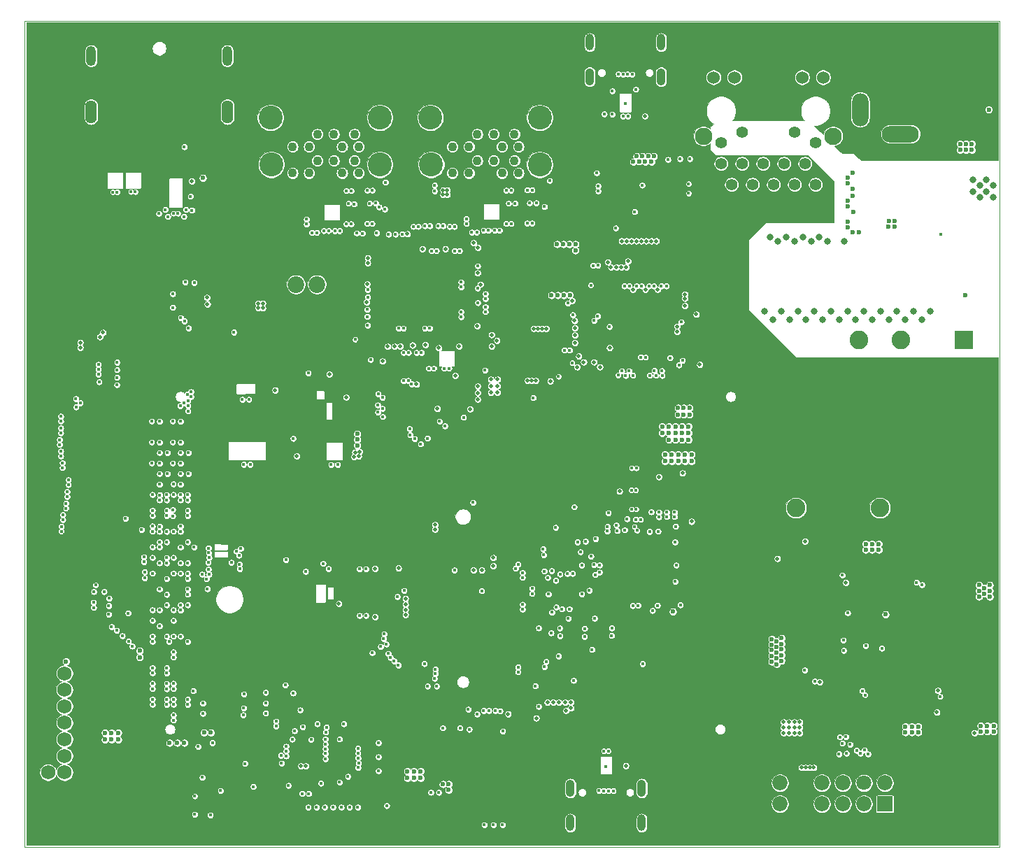
<source format=gbr>
%TF.GenerationSoftware,KiCad,Pcbnew,5.1.9+dfsg1-1*%
%TF.CreationDate,2022-05-12T15:35:01+02:00*%
%TF.ProjectId,kria-k26-devboard,6b726961-2d6b-4323-962d-646576626f61,rev?*%
%TF.SameCoordinates,Original*%
%TF.FileFunction,Copper,L2,Inr*%
%TF.FilePolarity,Positive*%
%FSLAX46Y46*%
G04 Gerber Fmt 4.6, Leading zero omitted, Abs format (unit mm)*
G04 Created by KiCad (PCBNEW 5.1.9+dfsg1-1) date 2022-05-12 15:35:01 commit 3e03c6a*
%MOMM*%
%LPD*%
G01*
G04 APERTURE LIST*
%TA.AperFunction,Profile*%
%ADD10C,0.100000*%
%TD*%
%TA.AperFunction,ComponentPad*%
%ADD11C,1.100000*%
%TD*%
%TA.AperFunction,ComponentPad*%
%ADD12C,2.900000*%
%TD*%
%TA.AperFunction,ComponentPad*%
%ADD13C,6.000000*%
%TD*%
%TA.AperFunction,ComponentPad*%
%ADD14C,2.250000*%
%TD*%
%TA.AperFunction,ComponentPad*%
%ADD15R,2.250000X2.250000*%
%TD*%
%TA.AperFunction,ComponentPad*%
%ADD16O,4.500000X2.000000*%
%TD*%
%TA.AperFunction,ComponentPad*%
%ADD17O,1.990000X4.000000*%
%TD*%
%TA.AperFunction,ComponentPad*%
%ADD18O,4.000000X2.000000*%
%TD*%
%TA.AperFunction,ComponentPad*%
%ADD19R,1.840000X1.840000*%
%TD*%
%TA.AperFunction,ComponentPad*%
%ADD20C,1.840000*%
%TD*%
%TA.AperFunction,ComponentPad*%
%ADD21C,1.800000*%
%TD*%
%TA.AperFunction,ComponentPad*%
%ADD22O,1.200000X2.400000*%
%TD*%
%TA.AperFunction,ComponentPad*%
%ADD23O,1.400000X2.800000*%
%TD*%
%TA.AperFunction,ComponentPad*%
%ADD24C,1.750000*%
%TD*%
%TA.AperFunction,ComponentPad*%
%ADD25O,1.000000X2.000000*%
%TD*%
%TA.AperFunction,ComponentPad*%
%ADD26O,1.050000X2.100000*%
%TD*%
%TA.AperFunction,ComponentPad*%
%ADD27C,2.020000*%
%TD*%
%TA.AperFunction,ComponentPad*%
%ADD28C,1.397000*%
%TD*%
%TA.AperFunction,ComponentPad*%
%ADD29C,2.100000*%
%TD*%
%TA.AperFunction,ComponentPad*%
%ADD30C,2.108200*%
%TD*%
%TA.AperFunction,ComponentPad*%
%ADD31C,1.524000*%
%TD*%
%TA.AperFunction,ViaPad*%
%ADD32C,0.600000*%
%TD*%
%TA.AperFunction,ViaPad*%
%ADD33C,0.450000*%
%TD*%
%TA.AperFunction,ViaPad*%
%ADD34C,0.550000*%
%TD*%
%TA.AperFunction,ViaPad*%
%ADD35C,0.500000*%
%TD*%
%TA.AperFunction,ViaPad*%
%ADD36C,0.400000*%
%TD*%
%TA.AperFunction,ViaPad*%
%ADD37C,0.800000*%
%TD*%
%TA.AperFunction,Conductor*%
%ADD38C,0.100000*%
%TD*%
G04 APERTURE END LIST*
D10*
X74000000Y-152000000D02*
X74000000Y-52000000D01*
X74000000Y-52000000D02*
X192000000Y-52000000D01*
X192000000Y-52000000D02*
X192000000Y-152000000D01*
X192000000Y-152000000D02*
X74000000Y-152000000D01*
D11*
%TO.N,/USB/USB1_VBUS*%
%TO.C,U24*%
X133250000Y-65730000D03*
%TO.N,/USB/USB1_TVS_N*%
X130750000Y-65730000D03*
%TO.N,/USB/USB1_TVS_P*%
X128750000Y-65730000D03*
%TO.N,GND*%
X126250000Y-65730000D03*
X126250000Y-68930000D03*
%TO.N,/USB/USB2_TVS_N*%
X130750000Y-68930000D03*
%TO.N,/USB/USB2_TVS_P*%
X128750000Y-68930000D03*
%TO.N,/USB/USB2_VBUS*%
X133250000Y-68930000D03*
%TO.N,/USB/USB1_TX_C_TVS_P*%
X133750000Y-67230000D03*
%TO.N,/USB/USB1_TX_C_TVS_N*%
X131750000Y-67230000D03*
%TO.N,GND*%
X129750000Y-67230000D03*
%TO.N,/USB/USB1_RX_TVS_P*%
X127750000Y-67230000D03*
%TO.N,/USB/USB1_RX_TVS_N*%
X125750000Y-67230000D03*
%TO.N,/USB/USB2_RX_TVS_N*%
X125750000Y-70430000D03*
%TO.N,GND*%
X129750000Y-70430000D03*
%TO.N,/USB/USB2_RX_TVS_P*%
X127750000Y-70430000D03*
%TO.N,/USB/USB2_TX_C_TVS_N*%
X131750000Y-70430000D03*
%TO.N,/USB/USB2_TX_C_TVS_P*%
X133750000Y-70430000D03*
D12*
%TO.N,SH_UP*%
X136320000Y-63730000D03*
X136320000Y-69410000D03*
X123180000Y-69410000D03*
X123080000Y-63730000D03*
%TD*%
D11*
%TO.N,/USB/USB3_VBUS*%
%TO.C,U29*%
X113900000Y-65730000D03*
%TO.N,/USB/USB3_TVS_N*%
X111400000Y-65730000D03*
%TO.N,/USB/USB3_TVS_P*%
X109400000Y-65730000D03*
%TO.N,GND*%
X106900000Y-65730000D03*
X106900000Y-68930000D03*
%TO.N,/USB/USB4_TVS_N*%
X111400000Y-68930000D03*
%TO.N,/USB/USB4_TVS_P*%
X109400000Y-68930000D03*
%TO.N,/USB/USB4_VBUS*%
X113900000Y-68930000D03*
%TO.N,/USB/USB3_TX_C_TVS_P*%
X114400000Y-67230000D03*
%TO.N,/USB/USB3_TX_C_TVS_N*%
X112400000Y-67230000D03*
%TO.N,GND*%
X110400000Y-67230000D03*
%TO.N,/USB/USB3_RX_TVS_P*%
X108400000Y-67230000D03*
%TO.N,/USB/USB3_RX_TVS_N*%
X106400000Y-67230000D03*
%TO.N,/USB/USB4_RX_TVS_N*%
X106400000Y-70430000D03*
%TO.N,GND*%
X110400000Y-70430000D03*
%TO.N,/USB/USB4_RX_TVS_P*%
X108400000Y-70430000D03*
%TO.N,/USB/USB4_TX_C_TVS_N*%
X112400000Y-70430000D03*
%TO.N,/USB/USB4_TX_C_TVS_P*%
X114400000Y-70430000D03*
D12*
%TO.N,SH_UP*%
X116970000Y-63730000D03*
X116970000Y-69410000D03*
X103830000Y-69410000D03*
X103730000Y-63730000D03*
%TD*%
D13*
%TO.N,GND*%
%TO.C,SP2*%
X160206999Y-144443500D03*
%TD*%
D14*
%TO.N,GND*%
%TO.C,PS1*%
X187660000Y-110960000D03*
%TO.N,N/C*%
X177500000Y-110960000D03*
%TO.N,/Power Supply/PoE/POE_12V*%
X167340000Y-110960000D03*
%TO.N,/Power Supply/PoE/VDD_POE_IN*%
X174960000Y-90640000D03*
%TO.N,GNDD*%
X180040000Y-90640000D03*
D15*
%TO.N,/Power Supply/PoE/POE_ACTIVE*%
X187660000Y-90640000D03*
%TD*%
D16*
%TO.N,/Power Supply/DC Input/DC_IN*%
%TO.C,J11*%
X180000000Y-65700000D03*
D17*
%TO.N,N/C*%
X175120400Y-62750000D03*
D18*
%TO.N,GND*%
X180000000Y-59700000D03*
%TD*%
D19*
%TO.N,/PMOD/HDA11_TVS*%
%TO.C,J4*%
X178100000Y-146800000D03*
D20*
%TO.N,/PMOD/HDA15_TVS*%
X178100000Y-144260000D03*
%TO.N,/PMOD/HDA12_TVS*%
X175560000Y-146800000D03*
D21*
%TO.N,/PMOD/HDA16_CC_TVS*%
X175560000Y-144260000D03*
D20*
%TO.N,/PMOD/HDA13_TVS*%
X173020000Y-146800000D03*
%TO.N,/PMOD/HDA17_TVS*%
X173020000Y-144260000D03*
%TO.N,/PMOD/HDA14_TVS*%
X170480000Y-146800000D03*
%TO.N,/PMOD/HDA18_TVS*%
X170480000Y-144260000D03*
%TO.N,GND*%
X167940000Y-146800000D03*
X167940000Y-144260000D03*
%TO.N,PL_3V3*%
X165400000Y-146800000D03*
X165400000Y-144260000D03*
%TD*%
D13*
%TO.N,GND*%
%TO.C,SP1*%
X89556999Y-144443500D03*
%TD*%
%TO.N,GND*%
%TO.C,SP3*%
X160206999Y-90793500D03*
%TD*%
%TO.N,GND*%
%TO.C,SP4*%
X89556999Y-90793500D03*
%TD*%
D22*
%TO.N,SH_UP*%
%TO.C,J1*%
X82013000Y-56238000D03*
D23*
X82013000Y-63018000D03*
D22*
X98513000Y-56238000D03*
D23*
X98513000Y-63018000D03*
%TD*%
D13*
%TO.N,GND*%
%TO.C,MP1*%
X77500000Y-148500000D03*
%TD*%
%TO.N,GND*%
%TO.C,MP2*%
X188500000Y-148500000D03*
%TD*%
%TO.N,GND*%
%TO.C,MP3*%
X188500000Y-55500000D03*
%TD*%
%TO.N,GND*%
%TO.C,MP4*%
X77500000Y-55500000D03*
%TD*%
D24*
%TO.N,/Debug and JTAG/CONN_GND*%
%TO.C,J9*%
X78800000Y-142975000D03*
%TO.N,/Debug and JTAG/~PS_SRST_C2M*%
X76800000Y-142975000D03*
%TO.N,N/C*%
X78800000Y-140975000D03*
%TO.N,GND*%
X76800000Y-140975000D03*
%TO.N,/Debug and JTAG/JTAG_TDI_TVS_C2M*%
X78800000Y-138975000D03*
%TO.N,GND*%
X76800000Y-138975000D03*
%TO.N,/Debug and JTAG/JTAG_TDO_TVS_M2C*%
X78800000Y-136975000D03*
%TO.N,GND*%
X76800000Y-136975000D03*
%TO.N,/Debug and JTAG/JTAG_TCK_TVS_C2M*%
X78800000Y-134975000D03*
%TO.N,GND*%
X76800000Y-134975000D03*
%TO.N,/Debug and JTAG/JTAG_TMS_TVS_C2M*%
X78800000Y-132975000D03*
%TO.N,GND*%
X76800000Y-132975000D03*
%TO.N,PS_1V8*%
X78800000Y-130975000D03*
%TO.N,GND*%
X76800000Y-130975000D03*
%TD*%
D25*
%TO.N,SH_UP*%
%TO.C,J10*%
X151019000Y-54594000D03*
X142379000Y-54594000D03*
D26*
X151019000Y-58774000D03*
X142379000Y-58774000D03*
%TD*%
D25*
%TO.N,SH_DOWN*%
%TO.C,J8*%
X140030000Y-149080000D03*
X148670000Y-149080000D03*
D26*
X140030000Y-144900000D03*
X148670000Y-144900000D03*
%TD*%
D27*
%TO.N,Net-(FB1-Pad2)*%
%TO.C,J6*%
X106810000Y-83900000D03*
%TO.N,Net-(FB2-Pad2)*%
X109350000Y-83900000D03*
%TD*%
D28*
%TO.N,/Ethernet/TD_A_P*%
%TO.C,J5*%
X169700000Y-71800000D03*
%TO.N,/Ethernet/TD_A_N*%
X168430000Y-69260000D03*
%TO.N,/Ethernet/TD_B_P*%
X167160000Y-71800000D03*
%TO.N,N/C*%
X165890000Y-69260000D03*
X164620000Y-71800000D03*
%TO.N,/Ethernet/TD_B_N*%
X163350000Y-69260000D03*
%TO.N,/Ethernet/TD_C_P*%
X162080000Y-71800000D03*
%TO.N,/Ethernet/TD_C_N*%
X160810000Y-69260000D03*
%TO.N,/Ethernet/TD_D_P*%
X159540000Y-71800000D03*
%TO.N,/Ethernet/TD_D_N*%
X158270000Y-69260000D03*
D29*
%TO.N,SH_UP*%
X171835000Y-65949999D03*
D30*
X156135000Y-65949999D03*
D31*
%TO.N,Net-(J5-Pad15)*%
X170625002Y-58840001D03*
%TO.N,Net-(J5-Pad18)*%
X157344998Y-58840001D03*
D28*
%TO.N,/Ethernet/POE_VC4*%
X158270000Y-66730000D03*
%TO.N,/Ethernet/POE_VC3*%
X160810000Y-65460000D03*
%TO.N,/Ethernet/POE_VC1*%
X169700000Y-66720000D03*
%TO.N,/Ethernet/POE_VC2*%
X167160000Y-65460000D03*
D31*
%TO.N,Net-(J5-Pad16)*%
X168085002Y-58840001D03*
%TO.N,Net-(J5-Pad17)*%
X159884998Y-58840001D03*
%TD*%
D32*
%TO.N,*%
X178185000Y-123855000D03*
%TO.N,GND*%
X166250000Y-129825000D03*
X166250000Y-130475000D03*
X166950000Y-129825000D03*
X166950000Y-130475000D03*
X167650000Y-129825000D03*
X168350000Y-129825000D03*
X169050000Y-129825000D03*
X172075000Y-128925000D03*
X172775000Y-128925000D03*
X171375000Y-128925000D03*
X171375000Y-128175000D03*
X172075000Y-128175000D03*
X171375000Y-126725000D03*
X172075000Y-126725000D03*
X171375000Y-127475000D03*
X172075000Y-127475000D03*
X176730000Y-127785000D03*
X176240000Y-128335000D03*
X177600000Y-125975000D03*
X177600000Y-124975000D03*
X178100000Y-125475000D03*
X178185000Y-124575000D03*
X178100000Y-126475000D03*
X177600000Y-126975000D03*
D33*
X180000000Y-128700000D03*
X146925000Y-77200000D03*
X146325000Y-77200000D03*
X145525000Y-78000000D03*
X145025000Y-77500000D03*
D34*
X151325000Y-78200000D03*
D33*
X143775000Y-75500000D03*
X134150000Y-129849723D03*
X134150000Y-131174723D03*
X134800000Y-92800000D03*
X126407018Y-83241393D03*
X126407018Y-84631393D03*
X91880000Y-101745000D03*
X92840000Y-101750000D03*
X89340000Y-101745000D03*
X90300000Y-101750000D03*
X93818000Y-103017000D03*
X93440000Y-103016500D03*
X93948000Y-105537000D03*
X94400000Y-104286500D03*
X90900000Y-103016500D03*
X88738000Y-103017000D03*
X91278000Y-103017000D03*
X93440000Y-100476500D03*
X93818000Y-100477000D03*
X90900000Y-100476500D03*
X88738000Y-100477000D03*
X91860000Y-106826500D03*
X89698000Y-106827000D03*
X92238000Y-106827000D03*
X90900000Y-105556500D03*
X88738000Y-105557000D03*
X91278000Y-105557000D03*
X89320000Y-106826500D03*
X94400000Y-106826500D03*
X92840000Y-136029000D03*
X78824999Y-114197486D03*
X79374999Y-111397486D03*
X78875001Y-107177514D03*
X79524999Y-109990000D03*
X77950001Y-99477514D03*
X77950000Y-100867514D03*
X78750000Y-100900000D03*
X78749999Y-102290000D03*
X77800000Y-103700000D03*
X77800000Y-102310000D03*
X78850000Y-103700000D03*
X134775000Y-119700000D03*
X134775000Y-118600000D03*
X134800000Y-123350000D03*
X134800000Y-122525000D03*
X135850000Y-120350000D03*
X135850000Y-121675000D03*
X124356533Y-94479921D03*
X125746534Y-94479921D03*
X123400000Y-144100000D03*
X123400000Y-142800000D03*
D32*
X136850000Y-146950000D03*
X136850000Y-145650000D03*
X136850000Y-144350000D03*
X135550000Y-145650000D03*
X135550000Y-146950001D03*
X135550000Y-144350000D03*
X123850000Y-149300000D03*
X123850000Y-148000000D03*
X125150000Y-148000000D03*
X128550000Y-142800000D03*
X129850000Y-142800000D03*
X131150000Y-142800000D03*
X128550000Y-144100000D03*
X129850000Y-144100000D03*
X131150000Y-144100000D03*
D33*
X114450000Y-120900000D03*
X133400000Y-112800000D03*
X133250000Y-111700000D03*
X133400000Y-114300000D03*
X130750000Y-82850000D03*
X130750000Y-83450000D03*
X130750000Y-84050000D03*
D35*
X166400000Y-120075000D03*
X165800000Y-119475000D03*
X166400000Y-118875000D03*
X167000000Y-118875000D03*
X165800000Y-120075000D03*
X166400000Y-119475000D03*
X165800000Y-118875000D03*
D33*
X188200000Y-124300000D03*
X189000000Y-124300000D03*
D32*
X188400000Y-113950000D03*
X189400000Y-113950000D03*
X190400000Y-113950000D03*
X191400000Y-113950000D03*
X191400000Y-114950000D03*
X191400000Y-115950000D03*
X191400000Y-116950000D03*
X191400000Y-117950000D03*
X191400000Y-118950000D03*
X190400000Y-116950000D03*
X190400000Y-118950000D03*
X188400000Y-114950000D03*
X190400000Y-114950000D03*
X190400000Y-117950000D03*
X190400000Y-115950000D03*
D35*
X175650000Y-118925000D03*
X176250000Y-118925000D03*
X176850000Y-118925000D03*
X175650000Y-119525000D03*
X176250000Y-119525000D03*
X175650000Y-120125000D03*
X176250000Y-120125000D03*
D33*
X107200000Y-97950000D03*
X107350000Y-97275000D03*
X120130557Y-98191723D03*
X142150000Y-108575000D03*
X117750000Y-81450000D03*
X118400000Y-80100000D03*
X119200000Y-80100000D03*
X120100000Y-80100000D03*
X119410000Y-81840000D03*
X149530000Y-86910000D03*
X148170000Y-86910000D03*
X148170000Y-88030000D03*
X149530000Y-88030000D03*
X150640000Y-88030000D03*
X147040000Y-88030000D03*
X147050000Y-89390000D03*
X148180000Y-89390000D03*
X149530000Y-89390000D03*
X150650000Y-89390000D03*
X149520000Y-90510000D03*
X148170000Y-90520000D03*
X156300000Y-86400000D03*
X156700000Y-85600000D03*
X156700000Y-85100000D03*
X118500000Y-89250000D03*
X118075000Y-89250000D03*
X117700000Y-87575000D03*
X117700000Y-85875000D03*
X117700000Y-86750000D03*
X117725000Y-85000000D03*
X117725000Y-84150000D03*
X146400000Y-79500000D03*
X145000000Y-79100000D03*
X147000000Y-80200000D03*
X145600000Y-79100000D03*
X147000000Y-79500000D03*
X144500000Y-79600000D03*
X140850000Y-95400000D03*
X141650000Y-96100000D03*
X143600000Y-94900000D03*
X142900000Y-95600000D03*
X155125000Y-92000000D03*
X155200000Y-90125000D03*
X155225000Y-89175000D03*
X144800000Y-83300000D03*
X142775000Y-87500000D03*
X140250000Y-86850000D03*
X99300000Y-88700000D03*
X109650000Y-90750000D03*
X129500000Y-89999999D03*
X129500000Y-91400000D03*
X128850000Y-90700001D03*
X128500000Y-94900000D03*
X128500000Y-92700000D03*
X126400000Y-96200000D03*
X125100000Y-96700000D03*
X129129267Y-76956197D03*
X130516000Y-76953000D03*
X130485000Y-77875000D03*
X129091466Y-77987606D03*
X127037607Y-76951601D03*
X122505309Y-94475000D03*
X123895310Y-94475000D03*
X127425000Y-75365000D03*
X131870733Y-77768803D03*
X107687607Y-75611600D03*
X107687607Y-77001601D03*
X108351465Y-78037606D03*
X109741466Y-78037606D03*
X111156000Y-76989000D03*
X109779267Y-77006197D03*
X111130732Y-77835000D03*
X120821058Y-95173939D03*
X119431058Y-95173939D03*
X126407018Y-86841393D03*
X126407018Y-88231393D03*
X119410000Y-92569722D03*
X120824535Y-92569722D03*
X123412408Y-88822937D03*
X122022408Y-88822937D03*
X120212410Y-88822937D03*
X118822410Y-88822937D03*
X130153803Y-86229267D03*
X130153803Y-87619268D03*
X129353803Y-84646782D03*
X126403350Y-76500000D03*
X125085000Y-76425000D03*
X122025001Y-76420000D03*
X123415001Y-76420000D03*
X123624396Y-77220000D03*
X125015000Y-77315000D03*
X122030864Y-77300000D03*
X120630864Y-77300000D03*
X124215474Y-80249663D03*
X122825474Y-80249663D03*
X115723449Y-75794571D03*
X113189000Y-75791000D03*
X135102449Y-75748572D03*
X86230000Y-72700000D03*
X87980000Y-72696000D03*
X84030000Y-72725000D03*
X85780000Y-72721000D03*
X167800000Y-141700000D03*
X168300000Y-141700000D03*
X168800000Y-141700000D03*
X89800000Y-69500000D03*
X90700000Y-69500000D03*
X88250000Y-67200000D03*
X89750000Y-67200000D03*
X92250000Y-67200000D03*
X146852000Y-106325000D03*
X148602000Y-106321000D03*
X148600000Y-108846000D03*
X146850000Y-108850000D03*
X148250001Y-116030000D03*
X90300000Y-136029000D03*
X90300000Y-136664000D03*
X100515000Y-134350000D03*
X157880000Y-100470000D03*
X160420000Y-100470000D03*
X158480000Y-102375000D03*
X160420000Y-103010000D03*
X155940000Y-102375000D03*
X157880000Y-103010000D03*
X155940000Y-104915000D03*
X157880000Y-105550000D03*
X158480000Y-104915000D03*
X160420000Y-105550000D03*
X155940000Y-107455000D03*
X157880000Y-108090000D03*
X158480000Y-107455000D03*
X160420000Y-108090000D03*
X160420000Y-109360000D03*
X155940000Y-109995000D03*
X158480001Y-111264500D03*
X160420000Y-111265000D03*
X155940001Y-111264500D03*
X157880000Y-111265000D03*
X158480001Y-113169500D03*
X160420000Y-113170000D03*
X155940001Y-113169500D03*
X157880000Y-113170000D03*
X155940001Y-115074500D03*
X157880000Y-115075000D03*
X158480001Y-115074500D03*
X160420000Y-115075000D03*
X155940001Y-116979500D03*
X157880000Y-116980000D03*
X158480001Y-116979500D03*
X160420000Y-116980000D03*
X155940001Y-118884500D03*
X157880000Y-118885000D03*
X158480001Y-118884500D03*
X160420000Y-118885000D03*
X155940001Y-120789500D03*
X157880000Y-120790000D03*
X158480001Y-120789500D03*
X160420000Y-120790000D03*
X155940001Y-122694500D03*
X157880000Y-122695000D03*
X158480001Y-122694500D03*
X160420000Y-122695000D03*
X158480001Y-124599500D03*
X160420000Y-124600000D03*
X155940001Y-124599500D03*
X157880000Y-124600000D03*
X155940001Y-126504500D03*
X157880000Y-126505000D03*
X158480001Y-126504500D03*
X160420000Y-126505000D03*
X158480001Y-128409500D03*
X160420000Y-128410000D03*
X155940001Y-128409500D03*
X157880000Y-128410000D03*
X156920000Y-129680000D03*
X159460001Y-129679500D03*
X160420001Y-130949500D03*
X159440001Y-130949500D03*
X157893001Y-130976500D03*
X156913001Y-130976500D03*
X156920001Y-132219500D03*
X155940001Y-132219500D03*
X159460001Y-132219500D03*
X158480001Y-132219500D03*
X160420001Y-133489500D03*
X159440001Y-133489500D03*
X159460001Y-134759500D03*
X158480001Y-134759500D03*
X157880001Y-133489500D03*
X156900001Y-133489500D03*
X156920001Y-134759500D03*
X155940001Y-134759500D03*
X157880001Y-136029500D03*
X156900001Y-136029500D03*
X89441500Y-109994000D03*
X91981500Y-109994000D03*
X90300000Y-111910000D03*
X90300000Y-111270000D03*
X91171500Y-113183999D03*
X93711500Y-113183999D03*
X91171500Y-115724000D03*
X89441500Y-115074000D03*
X91981500Y-115074000D03*
X89441500Y-117614000D03*
X91981500Y-117614000D03*
X90300000Y-119530000D03*
X90300000Y-118890000D03*
X92840000Y-119530000D03*
X91171500Y-120803999D03*
X92840000Y-120795000D03*
X89441500Y-122694000D03*
X91981500Y-122694000D03*
X89441500Y-125234000D03*
X93711500Y-125249000D03*
X91981500Y-125234000D03*
X92840000Y-127150000D03*
X90300000Y-127150000D03*
X90300000Y-126510000D03*
X90300000Y-129055000D03*
X90300000Y-128415000D03*
X92840000Y-129055000D03*
X92840000Y-128415000D03*
X92840000Y-130960000D03*
X92840000Y-130320000D03*
X90300000Y-130960000D03*
X90300000Y-130320000D03*
X92840000Y-132865000D03*
X92840000Y-132225000D03*
X90300000Y-132865000D03*
X92840000Y-134770000D03*
X92840000Y-134130000D03*
X90300000Y-134770000D03*
X90300000Y-134130000D03*
X90299710Y-132227333D03*
X92854510Y-111910000D03*
X92863470Y-111293470D03*
X174300000Y-142750000D03*
X82500000Y-136000000D03*
X80700000Y-136000000D03*
X144350000Y-142300000D03*
X104250000Y-134150000D03*
X105050000Y-134150000D03*
X104150000Y-134950000D03*
X104950000Y-134950000D03*
X116800000Y-141950000D03*
X108000000Y-138900000D03*
X106175000Y-142225000D03*
X109450000Y-142075000D03*
X109350000Y-145525000D03*
X106600000Y-145525000D03*
X106400000Y-143775000D03*
X105000000Y-139950000D03*
X97375000Y-141025000D03*
X98650000Y-145150000D03*
X96450000Y-145850000D03*
X94550000Y-143650000D03*
X160420000Y-136030000D03*
X159440000Y-136030000D03*
X92375000Y-149300000D03*
X98025000Y-149300000D03*
X108300000Y-137500000D03*
X111500000Y-137500000D03*
X115300000Y-147200000D03*
X92800000Y-99225000D03*
X89400000Y-99525000D03*
X91175000Y-108075000D03*
X103900000Y-132490000D03*
X104900675Y-132501006D03*
X158480000Y-109995000D03*
X157880000Y-109360000D03*
X107444510Y-138890675D03*
X86100000Y-119600000D03*
X86100000Y-118700000D03*
X147580000Y-120550000D03*
X148480000Y-120550000D03*
X149600000Y-120550002D03*
X150500000Y-120550000D03*
X150500000Y-119870000D03*
X150500000Y-117860000D03*
X149480000Y-116030000D03*
X150610000Y-115530000D03*
X146730000Y-116020000D03*
X145830000Y-116030000D03*
X145970000Y-117840000D03*
X145950000Y-118760000D03*
X151421142Y-127550000D03*
X149000000Y-123950000D03*
X147797220Y-127755115D03*
X126325000Y-130775000D03*
X123075000Y-129225000D03*
X139250000Y-119600000D03*
X139700000Y-119600000D03*
X140150000Y-119600000D03*
X139425000Y-115275000D03*
X139875000Y-115275000D03*
X138975000Y-115275000D03*
X138299122Y-111833794D03*
X139872435Y-113972792D03*
X148282843Y-128533095D03*
X146850000Y-111175000D03*
X148600000Y-111171000D03*
X126450000Y-113200000D03*
X117750000Y-145100000D03*
X130750000Y-147850000D03*
X131150000Y-145450000D03*
X86750000Y-67200000D03*
X85250000Y-67150000D03*
X86000000Y-67825000D03*
X91550000Y-67750000D03*
X90700000Y-83700000D03*
X96200000Y-84500000D03*
X94700000Y-84600000D03*
X94300000Y-87900000D03*
X91900000Y-86100000D03*
X128150000Y-137250000D03*
X137800000Y-136300000D03*
X133500000Y-135900000D03*
X139400000Y-136200000D03*
X169300000Y-141700000D03*
X132559000Y-75747000D03*
X118200000Y-122600000D03*
X119900000Y-119975000D03*
X112775000Y-120175000D03*
X111025000Y-119250000D03*
X108175000Y-122750000D03*
X109125000Y-117650000D03*
X107250000Y-121925000D03*
X111000000Y-123325000D03*
X114027000Y-118889999D03*
X114027000Y-123710000D03*
X115777000Y-123706000D03*
X117400000Y-118300000D03*
X118200000Y-123550000D03*
X116800000Y-122600000D03*
X112520733Y-77818803D03*
X122475000Y-91795000D03*
X128980000Y-91470000D03*
X113285000Y-88435000D03*
X113290000Y-87450000D03*
X113350000Y-85430000D03*
X127701465Y-77987606D03*
X113850000Y-62675000D03*
X112950000Y-62675000D03*
X112050000Y-62675000D03*
X119500000Y-65700000D03*
X119500000Y-67500000D03*
X119500000Y-66600000D03*
X133250000Y-62600000D03*
X131450000Y-62600000D03*
X132350000Y-62600000D03*
X138900000Y-65600000D03*
X138900000Y-66500000D03*
X138900000Y-67400000D03*
X109050000Y-90750000D03*
X107900000Y-90750000D03*
X108500000Y-90750000D03*
X142700000Y-127500000D03*
X142545277Y-125304333D03*
X82350000Y-121750000D03*
X134600000Y-91050000D03*
X134800000Y-92300000D03*
X137600000Y-94100000D03*
X137900000Y-89400000D03*
X141400000Y-79100000D03*
X129275000Y-82950000D03*
X153200000Y-71400000D03*
X155000000Y-71400000D03*
D32*
X191025001Y-61550000D03*
X188925000Y-61550000D03*
X189625000Y-61550000D03*
X188225000Y-61550000D03*
X190325000Y-61550000D03*
X191050000Y-60774999D03*
X191050000Y-60075000D03*
X191050000Y-59374999D03*
D33*
X191200000Y-68300000D03*
X104300000Y-95700000D03*
X100125000Y-94100000D03*
X112125000Y-96025000D03*
X152100000Y-93500000D03*
X149900000Y-91100000D03*
X147700000Y-91100000D03*
X102810978Y-141900000D03*
X111103011Y-142900000D03*
X120760000Y-81840000D03*
X122110000Y-81840000D03*
X123460000Y-81840000D03*
X124810000Y-81840000D03*
X119410000Y-83190000D03*
X120760000Y-83190000D03*
X122110000Y-83190000D03*
X123460000Y-83190000D03*
X124810000Y-83190000D03*
X119410000Y-84540000D03*
X120760000Y-84540000D03*
X122110000Y-84540000D03*
X123460000Y-84540000D03*
X124810000Y-84540000D03*
X119410000Y-85890000D03*
X120760000Y-85890000D03*
X122110000Y-85890000D03*
X123460000Y-85890000D03*
X124810000Y-85890000D03*
X119410000Y-87240000D03*
X120760000Y-87240000D03*
X122110000Y-87240000D03*
X123460000Y-87240000D03*
X124810000Y-87240000D03*
X96100000Y-87300000D03*
X90250000Y-71400000D03*
X90500000Y-73250000D03*
X94150000Y-69450000D03*
X93250000Y-69400000D03*
X96150000Y-75500000D03*
X146700000Y-62000000D03*
X144600000Y-62000000D03*
X151200000Y-67225000D03*
X148800000Y-66425000D03*
X150700000Y-60600000D03*
X151300000Y-60600000D03*
X151900000Y-60600000D03*
X150700000Y-61200000D03*
X151300000Y-61200000D03*
X151900000Y-61200000D03*
X142100000Y-109575000D03*
X151700000Y-107200000D03*
X151700000Y-109400000D03*
X150750000Y-109450000D03*
X141425000Y-122000000D03*
X121130557Y-98191723D03*
X122130557Y-98191723D03*
X120130557Y-98941723D03*
X121130557Y-98941723D03*
X122130557Y-99691723D03*
X122615557Y-96026723D03*
X113450000Y-123375000D03*
X107010017Y-103714983D03*
X111100000Y-97050000D03*
X96600000Y-99000000D03*
X96575000Y-98000000D03*
X98250000Y-97250000D03*
X98175000Y-95025000D03*
D32*
X189400000Y-114950000D03*
D33*
X141950000Y-76325000D03*
D35*
X112000000Y-123550000D03*
D33*
X113525000Y-119325000D03*
X133978761Y-137021239D03*
D35*
X182174999Y-134525000D03*
X181574999Y-134525000D03*
X180975000Y-134525000D03*
X182175000Y-133924999D03*
X181574999Y-133925000D03*
X182175000Y-133324999D03*
X181575000Y-133324999D03*
X191302512Y-133827512D03*
X190702512Y-133827512D03*
X191302512Y-134427512D03*
X191302513Y-133227512D03*
X190702512Y-133227513D03*
X190702512Y-134427512D03*
X190102513Y-134427513D03*
D33*
X183600000Y-134425000D03*
X174525000Y-120300000D03*
X186550000Y-129900000D03*
X175275000Y-137800000D03*
X180100000Y-121875000D03*
X173550000Y-117650000D03*
X182425000Y-115775000D03*
X172550000Y-131200000D03*
X172800000Y-133750000D03*
X170650000Y-137200000D03*
X170650000Y-137700000D03*
X170650000Y-138200000D03*
X170650000Y-138700000D03*
X171300000Y-138700000D03*
X115300000Y-120900000D03*
X114450000Y-121600000D03*
X115300000Y-121600000D03*
X123600000Y-127300000D03*
X131150000Y-131250000D03*
X131200000Y-129800000D03*
X128550000Y-149300000D03*
D32*
X125150000Y-149300000D03*
D33*
X136450000Y-149300000D03*
X105950000Y-144000000D03*
X143200000Y-67750000D03*
X99600000Y-98500000D03*
X147700000Y-142400000D03*
X142850000Y-61150000D03*
X143450000Y-61150000D03*
X142250000Y-61750000D03*
X142850000Y-61750000D03*
X143450000Y-61750000D03*
X140850000Y-63150000D03*
X120500000Y-76250000D03*
X120110000Y-76560000D03*
X120100000Y-77150000D03*
X110400000Y-71650000D03*
X100300000Y-72150000D03*
X99400000Y-72150000D03*
X86000000Y-69799976D03*
X131175000Y-120275000D03*
X131200000Y-118775000D03*
X131125000Y-121775000D03*
X133500000Y-123825000D03*
X133370000Y-115780000D03*
X133370000Y-117270000D03*
X139325000Y-127300000D03*
X137600000Y-127100000D03*
X137700000Y-124700000D03*
X135740000Y-135550000D03*
X83300000Y-97300000D03*
X83254500Y-101650000D03*
X78150000Y-111400000D03*
X78920000Y-112870000D03*
X79590000Y-108640000D03*
X78780000Y-108550000D03*
X129390000Y-86130000D03*
X120930000Y-91860000D03*
X116800000Y-140250000D03*
X78920000Y-105030000D03*
X77950000Y-105110000D03*
X78030000Y-106570000D03*
X78660000Y-109920000D03*
X78130000Y-112730000D03*
X83080000Y-110260000D03*
X83090000Y-108760000D03*
X83150000Y-107250000D03*
X83160000Y-105750000D03*
X91490000Y-85700002D03*
X86750000Y-121850000D03*
X122850000Y-114900000D03*
X115777000Y-118850000D03*
X92960000Y-74980000D03*
X91540000Y-74980000D03*
X91400000Y-69500000D03*
D36*
X82575000Y-119750000D03*
X82575000Y-119050000D03*
D33*
X104400000Y-132500000D03*
X104424973Y-137949991D03*
X109683871Y-141286703D03*
X112725000Y-138900000D03*
X93715319Y-115718125D03*
X142160000Y-142200000D03*
X108624998Y-142240000D03*
X109595000Y-143470000D03*
X142125000Y-127000000D03*
X142075000Y-126049994D03*
X149495000Y-122900000D03*
X93710490Y-123344000D03*
X91182531Y-123329129D03*
X174281900Y-141054343D03*
X150385000Y-113210000D03*
X139725000Y-121080000D03*
X139135000Y-121090000D03*
X137275000Y-120740000D03*
X137265000Y-122060000D03*
X140575000Y-122975000D03*
X143149996Y-115500000D03*
X148400000Y-94925000D03*
X148900000Y-94924998D03*
D32*
X138115000Y-82115000D03*
X137415000Y-82125000D03*
X136975000Y-81365000D03*
X136915000Y-82915000D03*
D35*
X125515000Y-98875000D03*
D33*
X131175000Y-89035000D03*
X128799994Y-80025000D03*
X113320000Y-86409986D03*
X91860000Y-104286500D03*
X89698000Y-104287000D03*
X92238000Y-104287000D03*
X93450000Y-105556500D03*
X91278000Y-100477000D03*
X89200000Y-104300000D03*
D36*
X129750000Y-71700000D03*
D33*
X101880000Y-105420000D03*
X99920000Y-105390000D03*
X110420000Y-105500000D03*
X112460000Y-105460000D03*
X101780000Y-97850000D03*
X99640000Y-97850000D03*
X108176270Y-142761993D03*
X94500004Y-132150000D03*
X83175000Y-114070000D03*
D34*
X99750000Y-125150000D03*
X101200000Y-125150000D03*
X115100000Y-125300000D03*
X116650000Y-125300000D03*
X120550000Y-125100000D03*
X118700000Y-131950000D03*
X122250000Y-128350000D03*
X126300000Y-129250000D03*
X127800000Y-130650000D03*
X130600000Y-128050000D03*
X128250000Y-125400000D03*
X130800000Y-125400000D03*
X128350000Y-127450000D03*
X128150000Y-123550000D03*
X130800000Y-123800000D03*
X128300000Y-120450000D03*
X130100000Y-115450000D03*
X130600000Y-113300000D03*
X135050000Y-111950000D03*
X120850000Y-116500000D03*
X127100000Y-110150000D03*
X143700000Y-107250000D03*
X119800000Y-64800000D03*
X122000000Y-66600000D03*
X119950000Y-69150000D03*
X138850000Y-70150000D03*
X138850000Y-64500000D03*
X156450000Y-69450000D03*
X170000000Y-70200000D03*
X98020000Y-100550000D03*
X98020000Y-102600000D03*
X110850000Y-102000000D03*
X112650000Y-102000000D03*
X114400000Y-91000000D03*
X136300000Y-110900000D03*
X154350000Y-131000000D03*
X150950000Y-133300000D03*
X153900000Y-133100000D03*
X178450000Y-141950000D03*
X159500000Y-85000000D03*
X133950000Y-77950000D03*
X133950000Y-76650000D03*
X133200000Y-86100000D03*
X133200000Y-79000000D03*
X140300000Y-77850000D03*
X141600000Y-77550000D03*
X145900000Y-69450000D03*
X98020000Y-104700000D03*
X107450000Y-105350000D03*
X106100000Y-95900000D03*
X106150000Y-97250000D03*
X113650000Y-97550000D03*
X97250000Y-93250000D03*
X85775000Y-101575000D03*
X85325000Y-102000000D03*
X85775000Y-102400000D03*
X85800000Y-106650000D03*
X85800000Y-107950000D03*
X85800000Y-109600000D03*
X85850000Y-113150000D03*
X84900000Y-112150000D03*
X88900000Y-108050000D03*
X89050000Y-120950000D03*
X92800000Y-137700000D03*
X75100000Y-93550000D03*
X75100000Y-98500000D03*
X74792715Y-59095238D03*
X74792715Y-65395238D03*
X74792715Y-71695238D03*
X74792715Y-77995238D03*
X74792715Y-84295238D03*
X74792715Y-126995238D03*
X74792715Y-133295238D03*
X74792715Y-139595238D03*
X75492715Y-89895238D03*
X77592715Y-97595238D03*
X78292715Y-61895238D03*
X81092715Y-84995238D03*
X81792715Y-70995238D03*
X83192715Y-66095238D03*
X85292715Y-74495238D03*
X88092715Y-68895238D03*
X95792715Y-65395238D03*
X99292715Y-73795238D03*
X100292715Y-85695238D03*
X102592715Y-82895238D03*
X106992715Y-63295238D03*
X120992715Y-147295238D03*
X125892715Y-63295238D03*
X134992715Y-114395238D03*
X138492715Y-143095238D03*
X145492715Y-106695238D03*
X149692715Y-142395238D03*
X153192715Y-145195238D03*
X156692715Y-147995238D03*
X158092715Y-83595238D03*
X160892715Y-62595238D03*
X162992715Y-147995238D03*
X164392715Y-91295238D03*
X165792715Y-75895238D03*
X165792715Y-96195238D03*
X165792715Y-102495238D03*
X166492715Y-63295238D03*
X166492715Y-108095238D03*
X169292715Y-93395238D03*
X169292715Y-99695238D03*
X169992715Y-73795238D03*
X169992715Y-105295238D03*
X172092715Y-109495238D03*
X173492715Y-101795238D03*
X174192715Y-57695238D03*
X174192715Y-66095238D03*
X175592715Y-105995238D03*
X176992715Y-61195238D03*
X176992715Y-98995238D03*
X177292715Y-139595238D03*
X179092715Y-103195238D03*
X179792715Y-108795238D03*
X182592715Y-99695238D03*
X184692715Y-93395238D03*
X85695238Y-151407285D03*
X91995238Y-151407285D03*
X79395238Y-151407285D03*
X177145238Y-151307285D03*
X158245238Y-151307285D03*
X164545238Y-151307285D03*
X151945238Y-151307285D03*
X170845238Y-151307285D03*
X146945238Y-151107285D03*
X121745238Y-151107285D03*
X140645238Y-151107285D03*
X105745238Y-151307285D03*
X112045238Y-151307285D03*
X99445238Y-151307285D03*
X108495238Y-52957285D03*
X89595238Y-52957285D03*
X95895237Y-52957285D03*
X83295238Y-52957285D03*
X102195238Y-52957285D03*
X120645238Y-52907285D03*
X139545238Y-52907285D03*
X126945237Y-52907285D03*
X133245238Y-52907285D03*
X114345238Y-52907285D03*
X171445238Y-52907285D03*
X165145238Y-52907285D03*
X158845237Y-52907285D03*
X152545238Y-52907285D03*
X146245238Y-52907285D03*
X184445238Y-52857285D03*
X178145238Y-52857285D03*
X191007285Y-104104763D03*
X191007285Y-110404762D03*
X191007285Y-97804762D03*
X183695238Y-151307285D03*
X191107285Y-139904762D03*
X191107285Y-146204762D03*
X191257285Y-125104762D03*
X191257285Y-131404762D03*
D33*
X153350000Y-110000000D03*
D36*
X178800000Y-130600000D03*
D33*
X143215002Y-92200000D03*
X139225000Y-116850000D03*
X140408148Y-128566854D03*
X142875002Y-118450000D03*
X138445000Y-137190000D03*
D36*
X139025000Y-129650000D03*
X141925000Y-129650000D03*
X143900000Y-82400000D03*
D33*
X93480000Y-108096000D03*
X93890000Y-108096000D03*
D32*
X93320000Y-142580000D03*
X93320000Y-141930000D03*
X92620000Y-141940000D03*
X92620000Y-142570000D03*
X91970000Y-141940000D03*
D33*
X119480000Y-93240000D03*
X86100000Y-117800000D03*
X86100000Y-116900000D03*
D36*
X84100000Y-99500000D03*
X84100000Y-100700000D03*
D33*
X153591813Y-125488836D03*
D34*
X104740000Y-74950000D03*
X109020000Y-132420000D03*
X105480000Y-117970000D03*
D36*
X83275000Y-98750000D03*
X125500000Y-73550000D03*
D33*
X155200000Y-69525000D03*
X155400000Y-68525000D03*
D34*
X152525000Y-77275000D03*
D33*
X143975000Y-71125000D03*
D34*
X145900000Y-71050000D03*
D33*
X149325000Y-74475000D03*
X148725000Y-74475000D03*
X148725000Y-74950000D03*
X147675000Y-76675000D03*
X135860000Y-72010000D03*
X134410000Y-72010000D03*
X133340000Y-72860000D03*
X131730000Y-72870000D03*
X107690000Y-73240000D03*
X108030000Y-74400000D03*
X125650000Y-71610000D03*
X127040000Y-73610000D03*
X113980000Y-72900000D03*
X112420000Y-72900000D03*
X116370000Y-72060000D03*
X115100000Y-72060000D03*
X141076370Y-143415753D03*
%TO.N,/Xilinx K26 SOM/MODE0_C2M*%
X93711500Y-119534000D03*
X88500000Y-119449986D03*
%TO.N,/Xilinx K26 SOM/MODE1_C2M*%
X93711500Y-118908426D03*
X88499994Y-118700000D03*
%TO.N,/Xilinx K26 SOM/MODE2_C2M*%
X92840000Y-118890000D03*
X88400000Y-117500000D03*
%TO.N,/Xilinx K26 SOM/MODE3_C2M*%
X88400000Y-116900000D03*
X93710490Y-117629000D03*
%TO.N,/Xilinx K26 SOM/HDA20*%
X99300000Y-89700000D03*
X91171500Y-121439000D03*
%TO.N,/Xilinx K26 SOM/HDA00_C*%
X89441500Y-127139000D03*
X84150000Y-122800000D03*
D32*
%TO.N,SOM_5V0*%
X165600000Y-128075000D03*
X165600000Y-128775000D03*
X165600000Y-129475000D03*
X165000000Y-128475000D03*
X165000000Y-129175000D03*
X164400000Y-128175000D03*
X164400000Y-128875000D03*
X164400000Y-129575000D03*
X165000000Y-127775000D03*
X165000000Y-127125000D03*
X164400000Y-126825000D03*
X165600000Y-126725000D03*
X164400000Y-127525000D03*
X165600000Y-127425000D03*
X165000000Y-129875000D03*
D33*
X173125000Y-128225000D03*
X175775000Y-127650000D03*
X93660000Y-97210000D03*
D32*
X151150000Y-101100000D03*
D35*
X113965557Y-104226723D03*
X114515557Y-104151723D03*
X113840557Y-104776723D03*
X114390557Y-104701723D03*
D33*
X92800000Y-98600000D03*
X93750000Y-98600000D03*
X93750000Y-99225000D03*
D35*
X121400000Y-96000000D03*
D33*
X93750000Y-98000000D03*
D32*
X151950000Y-101100000D03*
X152750000Y-101100000D03*
X153550000Y-101100000D03*
X154350000Y-101100000D03*
X151150000Y-101900000D03*
X151950000Y-101900000D03*
X152750000Y-101900000D03*
X153550000Y-101900000D03*
X154350000Y-101900000D03*
X151950000Y-102700000D03*
X152750000Y-102700000D03*
X153550000Y-102700000D03*
X154350000Y-102700000D03*
D33*
X135550000Y-97625000D03*
D35*
X83460000Y-89740002D03*
X83080000Y-90250000D03*
D33*
X94110000Y-97500000D03*
X94110000Y-96900000D03*
X93250000Y-98250000D03*
D32*
%TO.N,/Power Supply/PoE/VDD_POE_IN*%
X178600000Y-76200000D03*
X179300000Y-76950000D03*
X179300000Y-76200000D03*
X178550000Y-76950000D03*
D37*
X163575000Y-87150000D03*
X190400000Y-72650001D03*
X190399999Y-71200000D03*
X188800000Y-72650001D03*
X188799999Y-71200000D03*
X191200000Y-71950000D03*
X191200000Y-73400000D03*
X189600000Y-73400000D03*
X189600000Y-71950000D03*
X165575000Y-87150000D03*
X167575000Y-87150000D03*
X169575000Y-87150000D03*
X171575000Y-87150000D03*
X173575000Y-87150000D03*
X175575000Y-87150000D03*
X177575000Y-87150000D03*
X179575000Y-87150000D03*
X181575000Y-87150000D03*
X183575000Y-87150000D03*
X164575000Y-88150000D03*
X166575000Y-88150000D03*
X168575000Y-88150000D03*
X170575000Y-88150000D03*
X172575000Y-88150000D03*
X174575000Y-88150000D03*
X176575000Y-88150000D03*
X178575000Y-88150000D03*
X180575000Y-88150000D03*
X182575000Y-88150000D03*
%TO.N,GNDD*%
X164175000Y-78150000D03*
X166175000Y-78150000D03*
X168175000Y-78150000D03*
X170175000Y-78150000D03*
X165175000Y-78650000D03*
X167175000Y-78650000D03*
X169175000Y-78650000D03*
X171175000Y-78650000D03*
X173175000Y-78650000D03*
D32*
%TO.N,/Power Supply/PoE/POE_ACTIVE*%
X187800000Y-85200000D03*
D33*
%TO.N,/Power Supply/DC/DC conventers/DC_MAIN_BUS*%
X173600000Y-123675000D03*
X148725000Y-71900000D03*
D32*
X190800000Y-120300000D03*
X190800000Y-121699999D03*
X190800000Y-121000001D03*
X190150000Y-120650000D03*
X190150000Y-121349999D03*
X189499999Y-121699999D03*
X189500000Y-120300000D03*
X189500000Y-121000001D03*
X149450000Y-68400000D03*
X147650000Y-69050000D03*
X149850000Y-69050000D03*
X150150000Y-68400000D03*
X148050000Y-68400000D03*
X149100000Y-69050000D03*
X148750000Y-68400000D03*
X187225000Y-66900000D03*
X187925000Y-66900000D03*
D35*
X137100001Y-89250000D03*
X136600000Y-89250000D03*
X136100000Y-89250000D03*
D32*
X188625000Y-66900000D03*
D35*
X135599999Y-89250000D03*
D32*
X190675000Y-62749978D03*
X138415000Y-79035000D03*
X139165000Y-79035000D03*
X139915000Y-79035000D03*
X140665000Y-79035000D03*
X140665000Y-79785000D03*
X187215000Y-67620000D03*
X187915000Y-67620000D03*
X188615000Y-67620000D03*
X148375000Y-69025000D03*
D33*
%TO.N,PS_3V3*%
X122350000Y-129812145D03*
X115850000Y-93025000D03*
D32*
X153750000Y-98850000D03*
X153750000Y-99650000D03*
X154450000Y-98850000D03*
X154450000Y-99650000D03*
X151500000Y-104500000D03*
D35*
X165850000Y-136900000D03*
X120075000Y-121950000D03*
X120075000Y-122650000D03*
X120075000Y-123300000D03*
X120075000Y-123900000D03*
D32*
X114240557Y-102676723D03*
X114240557Y-103401723D03*
X153050000Y-98850000D03*
X120300000Y-142850000D03*
X114240557Y-102001723D03*
D35*
X126100000Y-94950000D03*
D33*
X123700000Y-130500000D03*
X123700000Y-131050000D03*
X100515000Y-133500000D03*
X100490000Y-135200000D03*
X106475000Y-133375000D03*
X116800000Y-142800000D03*
X108375000Y-145550000D03*
X105000000Y-140925000D03*
X112600000Y-137100000D03*
D35*
X123650000Y-113000000D03*
X123650000Y-113550000D03*
D33*
X124100000Y-145400000D03*
X123150000Y-145400000D03*
D32*
X125300000Y-145100000D03*
X125300000Y-144400000D03*
X124600000Y-144400000D03*
D35*
X128300000Y-118500000D03*
X118756942Y-91425000D03*
D33*
X110100000Y-117700000D03*
X110750000Y-118325000D03*
D35*
X112010000Y-122550000D03*
X116400000Y-124150000D03*
X116400000Y-118300000D03*
D33*
X112085000Y-144165000D03*
D35*
X120300000Y-77800000D03*
X112900000Y-97575000D03*
X110850000Y-94775000D03*
X117300000Y-93200000D03*
X104300000Y-96700000D03*
X96050000Y-85500000D03*
D33*
X94050000Y-73250000D03*
D35*
X94220490Y-71400000D03*
X106909998Y-104685000D03*
X119225000Y-118250000D03*
X166500000Y-136900000D03*
X167150000Y-136900000D03*
X167800000Y-136900000D03*
X165850000Y-137550000D03*
X166500000Y-137550000D03*
X167150000Y-137550000D03*
X167800000Y-137550000D03*
X165850000Y-138200000D03*
X166500000Y-138200000D03*
X167150000Y-138200000D03*
X167800000Y-138200000D03*
D32*
X152300000Y-104500000D03*
X153100000Y-104500000D03*
X153900000Y-104500000D03*
X154700000Y-104500000D03*
X151500000Y-105300000D03*
X152300000Y-105300000D03*
X153100000Y-105300000D03*
X153900000Y-105300000D03*
X154700000Y-105300000D03*
X153050000Y-99650000D03*
X121100000Y-142850000D03*
X121900000Y-142850000D03*
X120300000Y-143650000D03*
X121100000Y-143650000D03*
X121900000Y-143650000D03*
X95550000Y-71000000D03*
D35*
X130700000Y-117000000D03*
X130700000Y-118000000D03*
D33*
X116800000Y-139400000D03*
X105525000Y-132400000D03*
X110375000Y-138950000D03*
D35*
X170205000Y-132040000D03*
X126565000Y-91395000D03*
X122495000Y-91205000D03*
X129155226Y-83901443D03*
X128318180Y-78881816D03*
X115445000Y-83865004D03*
X115375000Y-86035000D03*
X115501266Y-80698696D03*
D33*
X106650018Y-137950000D03*
D35*
X108004371Y-142213277D03*
D33*
X100420313Y-136029992D03*
D35*
X168425000Y-115000002D03*
D33*
X168399992Y-130600000D03*
D36*
X114000000Y-90575000D03*
D33*
X94225000Y-74925000D03*
D32*
%TO.N,PS_2V5*%
X138485000Y-85205000D03*
X139960000Y-85190000D03*
X139235000Y-85205000D03*
X137735000Y-85205000D03*
D35*
X145600000Y-81825000D03*
X147000000Y-81100000D03*
X146200000Y-81800000D03*
X144950000Y-81825000D03*
X144575000Y-81199999D03*
X146800000Y-81800000D03*
X150590633Y-84524948D03*
D33*
X153300000Y-68700000D03*
X154500000Y-68700000D03*
D35*
X147600000Y-84530002D03*
X141050000Y-92600000D03*
D33*
X143354350Y-81598037D03*
D35*
%TO.N,PS_1V8*%
X137250000Y-134500000D03*
X137950000Y-134500000D03*
X138650000Y-134500000D03*
X139400000Y-134500000D03*
X140100000Y-134500000D03*
X140100000Y-135200000D03*
X135900000Y-136400000D03*
X153900000Y-85600000D03*
X153900000Y-86500000D03*
X153900000Y-85100000D03*
X155700000Y-93600000D03*
X152950000Y-89625000D03*
X155275000Y-87525000D03*
X140250000Y-85875000D03*
X140550000Y-88300000D03*
X140575000Y-89175000D03*
X140575000Y-90050000D03*
X140575000Y-90975000D03*
D33*
X116800000Y-141100000D03*
X107575000Y-145550000D03*
X109400000Y-137100000D03*
X144757002Y-89015076D03*
X126680000Y-137600000D03*
X138775000Y-118975000D03*
X139025000Y-123200000D03*
D35*
X132500000Y-135900000D03*
X139500000Y-135500000D03*
D33*
X145032626Y-126403913D03*
X152100000Y-92800000D03*
D35*
X127900000Y-99000000D03*
X96100000Y-86300000D03*
X123940557Y-98951723D03*
D33*
X120575000Y-101375014D03*
D32*
X176550000Y-115325000D03*
X176550000Y-116025000D03*
X177350000Y-115325000D03*
X177350000Y-116025000D03*
X175775000Y-116025000D03*
X175775000Y-115325000D03*
D33*
X182600000Y-120275000D03*
D32*
X95700000Y-138150000D03*
X96500000Y-138150000D03*
X78975000Y-129550000D03*
D33*
X110425000Y-138100006D03*
X138265000Y-119740000D03*
X148545911Y-92714031D03*
D35*
X128825000Y-96225000D03*
X128825000Y-97025000D03*
X128825000Y-97825000D03*
X107404510Y-142199814D03*
D33*
X94400000Y-133100000D03*
D35*
%TO.N,PS_1V2*%
X130400000Y-95400000D03*
X130500000Y-90000000D03*
X130500000Y-91400000D03*
X131150000Y-90700000D03*
X128800000Y-82534862D03*
X124900000Y-79600000D03*
X122125000Y-79600000D03*
X117906942Y-91424859D03*
X173375000Y-120000000D03*
X165100000Y-117100000D03*
X131200000Y-95400000D03*
X130400000Y-96200000D03*
X131200000Y-96200000D03*
X130400000Y-97000000D03*
X131200000Y-97000000D03*
X124110000Y-91600000D03*
X120925000Y-91265000D03*
D33*
X128835000Y-86125000D03*
D35*
X128836592Y-79451153D03*
X115503067Y-81315545D03*
%TO.N,PS_1V0*%
X142900001Y-93300000D03*
X141650000Y-93300000D03*
X143600000Y-93900000D03*
X140850000Y-93900000D03*
X152950000Y-89000000D03*
X149105709Y-84524948D03*
X135350000Y-95550000D03*
X135850000Y-95550000D03*
X137600000Y-95600000D03*
X134850000Y-95549999D03*
D33*
X149125000Y-92725000D03*
D35*
X144785000Y-91575000D03*
D33*
X139945000Y-91865000D03*
D32*
%TO.N,PL_3V3*%
X87900000Y-128250000D03*
X87900000Y-129050000D03*
X181375000Y-138124999D03*
X181375000Y-137425000D03*
X180575000Y-138125000D03*
X180575000Y-137425000D03*
X182150000Y-137425000D03*
X182150000Y-138125000D03*
D35*
X169000000Y-142400000D03*
X168500000Y-142400000D03*
X168000000Y-142400000D03*
D33*
X91981500Y-129044000D03*
X91981500Y-128409000D03*
X97690000Y-145190000D03*
X96450000Y-148150000D03*
X85160000Y-93340000D03*
X85160000Y-94250000D03*
X85160000Y-95170000D03*
X85154510Y-96070000D03*
D35*
X169500000Y-142400000D03*
D33*
X84200000Y-121900000D03*
X86500000Y-123700000D03*
D32*
X83700000Y-138200000D03*
D35*
X188950000Y-138200000D03*
D32*
X84500000Y-138200000D03*
X85300000Y-138200000D03*
X83700000Y-139000000D03*
X84500000Y-139000000D03*
X85300000Y-139000000D03*
D35*
X80700000Y-90950000D03*
X80700000Y-91550000D03*
D33*
X175358327Y-133101382D03*
D32*
%TO.N,PL_1V2*%
X91505000Y-139405000D03*
X92430000Y-139405000D03*
X93305000Y-139405000D03*
X191277513Y-138027513D03*
X190502512Y-137327513D03*
X189702513Y-138027513D03*
X190502512Y-138027512D03*
X189702513Y-137327513D03*
X191277513Y-137327513D03*
D35*
X184400000Y-135700000D03*
X184525000Y-133075000D03*
D33*
%TO.N,/Power Supply/VCCOEN_PS_M2C*%
X116050000Y-128500000D03*
X172650000Y-138700000D03*
X122750000Y-132540490D03*
X181950000Y-119975000D03*
X172950002Y-119100000D03*
X169615296Y-131942048D03*
D36*
%TO.N,/Power Supply/VCCOEN_PL_M2C*%
X184800000Y-133800000D03*
X175700000Y-133600000D03*
D33*
X117060810Y-127744320D03*
X123850000Y-132540490D03*
X173400000Y-138670000D03*
%TO.N,/Ethernet/MIO64*%
X89441500Y-111899000D03*
X147600000Y-94910000D03*
%TO.N,/Ethernet/MIO73*%
X93711500Y-110009000D03*
X151115499Y-94373269D03*
%TO.N,/Ethernet/MIO74*%
X93711500Y-109373999D03*
X151145230Y-94931718D03*
%TO.N,/Ethernet/MIO75*%
X92840000Y-109365000D03*
X153595837Y-93116295D03*
%TO.N,/Ethernet/MIO70*%
X91981500Y-109359000D03*
X149627198Y-94917409D03*
%TO.N,/Ethernet/MIO71*%
X150200000Y-94350000D03*
X92840000Y-108100000D03*
%TO.N,/Ethernet/MIO72*%
X150386218Y-94927803D03*
X91975000Y-108074334D03*
%TO.N,/Ethernet/MIO67*%
X146254673Y-94386349D03*
X91171500Y-110009000D03*
%TO.N,/Ethernet/MIO68*%
X145817662Y-94884062D03*
X91171500Y-109373999D03*
%TO.N,/Ethernet/MIO69*%
X153168986Y-93662874D03*
X90343031Y-109396769D03*
%TO.N,/Ethernet/MIO65*%
X89441500Y-111264000D03*
X147151006Y-94389087D03*
%TO.N,/Ethernet/MIO66*%
X146724154Y-94935666D03*
X90300000Y-110005000D03*
%TO.N,/USB/MIO61*%
X116713396Y-98511492D03*
X92840000Y-113175000D03*
%TO.N,/USB/MIO62*%
X117282713Y-97605000D03*
X93711500Y-111914000D03*
%TO.N,/USB/MIO63*%
X116765000Y-97155000D03*
X93711500Y-111279510D03*
%TO.N,/USB/MIO58*%
X91900000Y-111940828D03*
X124193976Y-100473976D03*
%TO.N,/USB/MIO59*%
X117318608Y-99923102D03*
X91900000Y-111181817D03*
%TO.N,/USB/MIO60*%
X117279975Y-98938343D03*
X92840000Y-110005000D03*
%TO.N,/USB/MIO55*%
X90320704Y-113195704D03*
X122733355Y-102536645D03*
%TO.N,/USB/MIO56*%
X91171500Y-111914000D03*
X121917851Y-103219453D03*
%TO.N,/USB/MIO57*%
X121174323Y-102604323D03*
X91171500Y-111278999D03*
%TO.N,/USB/MIO52*%
X90300000Y-113815000D03*
X116734883Y-99389194D03*
%TO.N,/USB/MIO53*%
X89441500Y-113804000D03*
X124855000Y-101045000D03*
%TO.N,/USB/MIO54*%
X89441500Y-113169000D03*
X120641850Y-102109513D03*
%TO.N,/Ethernet/MIO76*%
X143342789Y-87742284D03*
X89441500Y-109359000D03*
%TO.N,/Ethernet/MIO77*%
X142915937Y-88288862D03*
X90300000Y-108100000D03*
%TO.N,/USB/USB2_PHY_N*%
X123016941Y-89222937D03*
X120402691Y-95549586D03*
%TO.N,/USB/USB2_PHY_P*%
X119829590Y-95573939D03*
X122420941Y-89222937D03*
%TO.N,/USB/GTR_DP2_C2M_P*%
X92846000Y-103023000D03*
X122900775Y-94075000D03*
%TO.N,/USB/GTR_DP2_C2M_N*%
X91890000Y-103013000D03*
X123496777Y-94075000D03*
%TO.N,/USB/GTR_DP2_M2C_P*%
X90306000Y-100483000D03*
X124751999Y-94079921D03*
%TO.N,/USB/GTR_DP2_M2C_N*%
X89350000Y-100473000D03*
X125348000Y-94079921D03*
%TO.N,/USB/USB1_TX_N*%
X129528999Y-77375001D03*
X129753803Y-86627800D03*
%TO.N,/USB/USB1_TX_P*%
X130125000Y-77375000D03*
X129753803Y-87223801D03*
%TO.N,/USB/USB2_TX_N*%
X130876199Y-77368804D03*
X125411882Y-76900000D03*
%TO.N,/USB/USB2_TX_P*%
X126007883Y-76900000D03*
X131472200Y-77368803D03*
%TO.N,/USB/USB1_VBUS*%
X135093449Y-74051572D03*
X135900000Y-74050000D03*
%TO.N,/USB/USB3_TX_N*%
X110177800Y-77406197D03*
X122423533Y-76820000D03*
%TO.N,/USB/USB3_TX_P*%
X110773801Y-77406196D03*
X123019534Y-76820000D03*
%TO.N,/USB/USB1_N*%
X126807018Y-87236860D03*
X135400449Y-76500504D03*
%TO.N,/USB/USB1_P*%
X126807018Y-87832860D03*
X134804449Y-76500504D03*
%TO.N,/USB/USB2_N*%
X126020941Y-79846785D03*
X132857000Y-76548931D03*
%TO.N,/USB/USB2_P*%
X126616941Y-79846785D03*
X132261000Y-76548931D03*
%TO.N,/USB/USB3_N*%
X116021449Y-76546503D03*
X123220941Y-79849663D03*
%TO.N,/USB/USB3_P*%
X115425449Y-76546503D03*
X123816941Y-79849663D03*
%TO.N,/USB/USB4_RX_N*%
X122007884Y-92169722D03*
X108087606Y-76007067D03*
%TO.N,/USB/USB4_RX_P*%
X121411883Y-92169722D03*
X108087607Y-76603068D03*
%TO.N,/USB/USB4_TX_N*%
X111526199Y-77418804D03*
X120426002Y-92169722D03*
%TO.N,/USB/USB4_TX_P*%
X112122200Y-77418803D03*
X119830001Y-92169722D03*
%TO.N,/USB/USB4_N*%
X119816943Y-89222937D03*
X113487000Y-76592931D03*
%TO.N,/USB/USB4_P*%
X119220943Y-89222937D03*
X112891000Y-76592931D03*
%TO.N,/USB/USB3_RX_N*%
X108746932Y-77637607D03*
X121030000Y-76900000D03*
%TO.N,/USB/USB3_RX_P*%
X109342933Y-77637606D03*
X121626001Y-76900000D03*
%TO.N,/USB/USB2_RX_N*%
X127437606Y-75957067D03*
X124023532Y-76820000D03*
%TO.N,/USB/USB2_RX_P*%
X127437607Y-76553068D03*
X124619533Y-76820000D03*
%TO.N,/USB/USB1_RX_N*%
X128103999Y-77600001D03*
X129753803Y-85045918D03*
%TO.N,/USB/USB1_RX_P*%
X128700000Y-77600000D03*
X129753803Y-85641919D03*
%TO.N,/USB/USB2_VBUS*%
X132560000Y-74100000D03*
X133350000Y-74100000D03*
%TO.N,/USB/USB3_VBUS*%
X115723449Y-74095572D03*
X116475000Y-74075000D03*
%TO.N,/USB/USB4_VBUS*%
X113180000Y-74094000D03*
X113875000Y-74175000D03*
%TO.N,/PCIE M2 key E /GTR_DP3_M2C_P*%
X135400000Y-121323000D03*
X91266000Y-104293000D03*
%TO.N,/PCIE M2 key E /GTR_DP3_M2C_N*%
X135400000Y-120727000D03*
X90310000Y-104283000D03*
%TO.N,/Display Port/GTR_DP1_M2C_P*%
X93806000Y-106833000D03*
D36*
X84632000Y-72725000D03*
D33*
%TO.N,/Display Port/GTR_DP1_M2C_N*%
X92850000Y-106823000D03*
D36*
X85178000Y-72725000D03*
D33*
%TO.N,/Display Port/DP_AUX_P*%
X93250000Y-75700000D03*
D36*
X91982000Y-75325000D03*
D33*
%TO.N,/Display Port/DP_AUX_N*%
X91300000Y-75700000D03*
D36*
X92528000Y-75325000D03*
D33*
%TO.N,/Display Port/GTR_DP0_M2C_P*%
X92846000Y-100483000D03*
D36*
X86832000Y-72700000D03*
D33*
%TO.N,/Display Port/GTR_DP0_M2C_N*%
X91890000Y-100473000D03*
D36*
X87378000Y-72700000D03*
D33*
%TO.N,/Display Port/DP_HPD*%
X91900000Y-85050000D03*
X93300000Y-67250000D03*
%TO.N,/SD 3.0 card/MIO45*%
X124590000Y-137600000D03*
X96000000Y-119550000D03*
X90300000Y-115702468D03*
%TO.N,/Clock distribution/GTR_REFCLK3_C2M_P*%
X93806000Y-104293000D03*
X115293000Y-118350000D03*
%TO.N,/Clock distribution/GTR_REFCLK3_C2M_N*%
X92850000Y-104283000D03*
X114507000Y-118350000D03*
%TO.N,/SD 3.0 card/MIO39*%
X136200000Y-135000000D03*
X92840000Y-115714991D03*
%TO.N,/SD 3.0 card/MIO50*%
X92840000Y-113815000D03*
X96250000Y-116400000D03*
%TO.N,/Display Port/MIO29*%
X91171500Y-117629000D03*
X93309702Y-88343088D03*
%TO.N,/Display Port/MIO30*%
X91171500Y-116993999D03*
X92875000Y-87950000D03*
%TO.N,/SD 3.0 card/MIO47*%
X91171500Y-115088999D03*
X96224998Y-118400000D03*
%TO.N,/SD 3.0 card/MIO48*%
X90300000Y-115080000D03*
X96195936Y-117572213D03*
%TO.N,/SD 3.0 card/MIO49*%
X91171500Y-113819000D03*
X96299997Y-116975003D03*
%TO.N,/Display Port/MIO27*%
X89441500Y-118884000D03*
X93800000Y-89200000D03*
%TO.N,/Display Port/MIO28*%
X90300000Y-117625000D03*
X91900000Y-86700000D03*
%TO.N,/SD 3.0 card/MIO46*%
X96300000Y-119000000D03*
X89441500Y-115702468D03*
%TO.N,/PCIE M2 key E /GTR_DP3_C2M_P*%
X134245000Y-123248000D03*
X90306000Y-105563000D03*
%TO.N,/PCIE M2 key E /GTR_DP3_C2M_N*%
X134245000Y-122652000D03*
X89350000Y-105553000D03*
%TO.N,/Clock distribution/GTR_REFCLK3_N*%
X134245000Y-118801446D03*
X114507000Y-124000000D03*
%TO.N,/Clock distribution/GTR_REFCLK3_P*%
X134245000Y-119397446D03*
X115293000Y-124000000D03*
%TO.N,/SD 3.0 card/MIO51*%
X91981500Y-113804000D03*
X96225004Y-115825000D03*
%TO.N,/Display Port/DP_OE*%
X94500000Y-83700000D03*
X90225000Y-75325000D03*
X93400002Y-83630000D03*
%TO.N,/Reset logic/MIO43*%
X105625000Y-141000000D03*
X94490000Y-115714991D03*
%TO.N,/Reset logic/MIO38*%
X91981500Y-116979000D03*
X106371479Y-138970348D03*
%TO.N,/Reset logic/HDA02*%
X90300000Y-125245000D03*
X95475001Y-143575000D03*
D36*
X94575000Y-145845000D03*
D33*
%TO.N,/Reset logic/MIO44*%
X89441500Y-116979000D03*
X105625000Y-140400000D03*
X105625000Y-139825000D03*
%TO.N,/Debug and JTAG/USB_1V2*%
X147580000Y-122790000D03*
X150575011Y-122766423D03*
X145715000Y-113720000D03*
X152850000Y-117900000D03*
X143567786Y-117883990D03*
D36*
%TO.N,/Debug and JTAG/VCC_PD*%
X147795000Y-113250000D03*
D33*
X146601979Y-113634400D03*
%TO.N,/Debug and JTAG/VREGIN*%
X149975000Y-123389996D03*
X153350000Y-122700000D03*
%TO.N,/Debug and JTAG/VCC_USB*%
X149625000Y-113825000D03*
%TO.N,/Debug and JTAG/USB_3V3*%
X139675000Y-118925000D03*
X152725000Y-119875000D03*
X150750000Y-111500000D03*
X142525000Y-116825000D03*
X138246089Y-113336396D03*
X143089771Y-114715254D03*
X152775000Y-113200000D03*
X140491154Y-110843845D03*
X137300000Y-119400000D03*
X152700000Y-115100000D03*
X142653212Y-128104505D03*
X140300000Y-118900000D03*
X141400000Y-117900000D03*
X145050000Y-125500000D03*
X138750000Y-125525000D03*
X142975000Y-124325000D03*
X139775000Y-124350000D03*
X138600000Y-128900000D03*
X137700000Y-126100000D03*
X137800000Y-123600000D03*
X141762890Y-125562125D03*
X141744285Y-126539478D03*
X148236990Y-122775000D03*
X150745000Y-112050000D03*
X139913137Y-123201464D03*
D32*
X152450016Y-123500000D03*
D33*
X140900000Y-115100000D03*
X142324990Y-120950000D03*
X140425000Y-131850000D03*
X143555000Y-118748022D03*
X149825000Y-111450000D03*
%TO.N,/Debug and JTAG/~PS_SRST_C2M*%
X91171500Y-126518999D03*
X135800000Y-132500000D03*
X87000000Y-127699990D03*
%TO.N,/Debug and JTAG/JTAG_TDI_C2M*%
X86550000Y-127100000D03*
X93720038Y-121427287D03*
X136725000Y-115925000D03*
%TO.N,/Debug and JTAG/JTAG_TDO_M2C*%
X92840000Y-122700000D03*
X85800000Y-126450000D03*
X137375000Y-121400000D03*
%TO.N,/Debug and JTAG/JTAG_TCK_C2M*%
X93711500Y-120803999D03*
X85100000Y-125800000D03*
X136808192Y-116649946D03*
%TO.N,/PMOD/HDA11*%
X92840000Y-126510000D03*
X176071137Y-140765840D03*
%TO.N,/Debug and JTAG/JTAG_TMS_C2M*%
X84500000Y-125350000D03*
X136875000Y-118625000D03*
X93710490Y-122708999D03*
%TO.N,/PMOD/HDA15*%
X91981500Y-124599000D03*
X175631001Y-140268185D03*
%TO.N,/PMOD/HDA16_CC*%
X92852386Y-123338751D03*
X175131173Y-140665534D03*
%TO.N,/PMOD/HDA17*%
X173900000Y-139600000D03*
X91981500Y-123320573D03*
%TO.N,/Debug and JTAG/MIO36*%
X91981500Y-118884000D03*
X136900000Y-130200000D03*
X117425000Y-126800000D03*
X95454510Y-119000000D03*
%TO.N,/Debug and JTAG/MIO37*%
X92840000Y-117625000D03*
X137100000Y-129575000D03*
X117500000Y-126225000D03*
X96094203Y-120763317D03*
%TO.N,/Debug and JTAG/~PS_POR*%
X108300000Y-147200000D03*
X107328405Y-135422948D03*
X123600000Y-131600000D03*
X117753064Y-127450889D03*
X91454968Y-127147241D03*
%TO.N,/PMOD/HDA18*%
X91171500Y-122708999D03*
X172955000Y-139450000D03*
%TO.N,/I2C /MIO24_I2C_SCK*%
X90300000Y-120795000D03*
X95550000Y-134600000D03*
%TO.N,/I2C /MIO24_I2C_SDA*%
X91171500Y-119534000D03*
X95550000Y-135850000D03*
%TO.N,/PMOD/HDA12*%
X89441500Y-124599000D03*
X174674998Y-140320000D03*
%TO.N,/PMOD/HDA13*%
X90300000Y-123320490D03*
X173458109Y-140683545D03*
%TO.N,/PMOD/HDA14*%
X89441500Y-123320490D03*
X172538990Y-140752033D03*
%TO.N,/Debug and JTAG/~LS_OE*%
X137775000Y-118575000D03*
X138325000Y-122975000D03*
%TO.N,/Reset logic/PS_RST*%
X110500000Y-137500000D03*
X105075000Y-141875000D03*
X107621346Y-137477389D03*
%TO.N,/I2C /I2C_SCK_3V3*%
X103150000Y-134600000D03*
X104399997Y-136800003D03*
%TO.N,/I2C /I2C_SDA_3V3*%
X103150000Y-135800000D03*
%TO.N,/Debug and JTAG/~FTDI_PWREN*%
X144525000Y-113225000D03*
X138775000Y-126450000D03*
%TO.N,/Debug and JTAG/FTDI_TDO*%
X141400000Y-121400000D03*
X143035000Y-119050000D03*
%TO.N,/Debug and JTAG/FTDI_TDI*%
X142900000Y-117850000D03*
X141250000Y-116300000D03*
%TO.N,/Reset logic/~USB_HUB_RESET*%
X111300000Y-147200000D03*
X129700000Y-94300000D03*
X118252316Y-129076955D03*
X114320796Y-140070786D03*
%TO.N,/Ethernet/~ETH_RESET*%
X112300000Y-147200000D03*
X118700000Y-129500000D03*
X153449390Y-88449390D03*
X114345528Y-141228141D03*
X128250000Y-110300000D03*
%TO.N,/Reset logic/~SD_CARD_RESET*%
X109300000Y-147200000D03*
X117800000Y-147000000D03*
X110383652Y-140691344D03*
%TO.N,/Reset logic/~USB_PHY_RESET*%
X110300000Y-147200000D03*
X112100000Y-138954510D03*
X127100000Y-100000000D03*
X117983494Y-128597113D03*
%TO.N,/Clock distribution/GTR_REFCLK1_C2M_P*%
X100487000Y-105697107D03*
X92846000Y-105563000D03*
%TO.N,/Clock distribution/GTR_REFCLK1_C2M_N*%
X101273000Y-105697107D03*
X91890000Y-105553000D03*
%TO.N,/Clock distribution/GTR_REFCLK0_C2M_P*%
X91266000Y-106833000D03*
X111077000Y-105734571D03*
%TO.N,/Clock distribution/GTR_REFCLK0_C2M_N*%
X90310000Y-106823000D03*
X111863000Y-105734571D03*
%TO.N,/Clock distribution/GTR_REFCLK2_C2M_P*%
X90306000Y-103023000D03*
X100332000Y-97843002D03*
%TO.N,/Clock distribution/GTR_REFCLK2_C2M_N*%
X89350000Y-103013000D03*
X101118000Y-97843002D03*
%TO.N,/Clock distribution/PS_CLK_EN*%
X119900000Y-120975000D03*
X105590557Y-117251723D03*
X86190557Y-112251723D03*
X88140557Y-113601723D03*
X107990557Y-118651723D03*
X106490557Y-102551723D03*
X108300000Y-94650000D03*
X140325000Y-87600000D03*
%TO.N,/Debug and JTAG/~EEPROM_WC*%
X148782841Y-129833095D03*
X104400000Y-137374988D03*
%TO.N,/Debug and JTAG/PD_3V3*%
X152650000Y-111500000D03*
X152655000Y-112020000D03*
X144624872Y-111575128D03*
%TO.N,/Debug and JTAG/USBC_P*%
X146998000Y-63548002D03*
D36*
X147462000Y-106130000D03*
D33*
%TO.N,/Debug and JTAG/USBC_N*%
X146402000Y-63548002D03*
D36*
X148008000Y-106130000D03*
%TO.N,Net-(D18-Pad1)*%
X140250000Y-93400000D03*
D33*
%TO.N,/Camera interface/CCI1_I2C_SCL_3V3*%
X82900000Y-93600000D03*
X82325000Y-123025000D03*
%TO.N,/Camera interface/CCI1_I2C_SDA_3V3*%
X82900000Y-94200000D03*
X82300000Y-122400000D03*
%TO.N,/Camera interface/CCI0_I2C_SCL_3V3*%
X82900000Y-94800000D03*
X82350000Y-121100000D03*
%TO.N,/Camera interface/CCI0_I2C_SDA_3V3*%
X83000000Y-95700000D03*
X83600000Y-121100000D03*
D36*
X82575000Y-120300000D03*
D33*
%TO.N,/Camera interface/CAM1_VSYNC*%
X93711500Y-127154000D03*
X80175000Y-97750000D03*
%TO.N,/Camera interface/CAM0_RST*%
X94575000Y-148075000D03*
X113300000Y-147200000D03*
X80700000Y-98250008D03*
%TO.N,/Camera interface/CAM0_VSYNC*%
X91981500Y-126504000D03*
X80200000Y-98750000D03*
%TO.N,/Camera interface/HPA05_CC_P*%
X78350000Y-99872981D03*
X91981500Y-136664000D03*
%TO.N,/Camera interface/HPA05_CC_N*%
X78350000Y-100468982D03*
X91981500Y-136029000D03*
%TO.N,/Camera interface/HPA06_P*%
X78350000Y-101298532D03*
X93711500Y-134774000D03*
%TO.N,/Camera interface/HPA06_N*%
X78350000Y-101894533D03*
X93711500Y-134138999D03*
%TO.N,/Camera interface/HPA07_P*%
X78200000Y-102705467D03*
X91981500Y-132854000D03*
%TO.N,/Camera interface/HPA07_N*%
X78200000Y-103301468D03*
X91981500Y-132219000D03*
%TO.N,/Camera interface/HPA08_P*%
X78350000Y-104098532D03*
X91171500Y-130964000D03*
%TO.N,/Camera interface/HPA08_N*%
X78350000Y-104694533D03*
X91171500Y-130328999D03*
%TO.N,/Camera interface/HPA09_P*%
X89441500Y-130949000D03*
X78550000Y-105505467D03*
%TO.N,/Camera interface/HPA09_N*%
X78550000Y-106101468D03*
X89441500Y-130314000D03*
%TO.N,/Camera interface/HPA00_CC_P*%
X79275000Y-107572981D03*
X91171500Y-134774000D03*
%TO.N,/Camera interface/HPA00_CC_N*%
X79275000Y-108168982D03*
X91171500Y-134138999D03*
%TO.N,/Camera interface/HPA01_P*%
X79125000Y-108998532D03*
X89441500Y-132854000D03*
%TO.N,/Camera interface/HPA01_N*%
X79125000Y-109594533D03*
X89441500Y-132219000D03*
%TO.N,/Camera interface/HPA02_P*%
X78975000Y-110405467D03*
X89441500Y-134759000D03*
%TO.N,/Camera interface/HPA02_N*%
X78975000Y-111001468D03*
X89441500Y-134124000D03*
%TO.N,/Camera interface/HPA03_P*%
X78600000Y-111798532D03*
X91171500Y-132869000D03*
%TO.N,/Camera interface/HPA03_N*%
X78600000Y-112394533D03*
X91171500Y-132233999D03*
%TO.N,/Camera interface/HPA04_P*%
X78425000Y-113206018D03*
X91981500Y-134759000D03*
%TO.N,/Camera interface/HPA04_N*%
X78425000Y-113801468D03*
X91981500Y-134124000D03*
%TO.N,/Debug and JTAG/CONN_GND*%
X136200000Y-125500000D03*
%TO.N,/PCIE M2 key E /~M2_PERST*%
X114300000Y-147200000D03*
X126000000Y-118500000D03*
X119200000Y-130000000D03*
X114332545Y-142392451D03*
D36*
%TO.N,/Debug and JTAG/USBB_P*%
X144072000Y-140380000D03*
X147442000Y-111120000D03*
%TO.N,/Debug and JTAG/USBB_N*%
X144618000Y-140380000D03*
X147988000Y-111120000D03*
D33*
%TO.N,/Reset logic/MIO41*%
X93711500Y-115088999D03*
X105900000Y-144570000D03*
%TO.N,/Camera interface/HDA01*%
X89441500Y-126504000D03*
X84150000Y-123850000D03*
%TO.N,/Clock distribution/~M2_CLKREQ*%
X129300000Y-121000000D03*
X119100000Y-121700008D03*
%TO.N,/PCIE M2 key E /~M2_PEWAKE*%
X133700000Y-117800000D03*
%TO.N,/Debug and JTAG/PD_EN*%
X150650000Y-113800000D03*
X151850000Y-68800000D03*
X143205000Y-70415000D03*
%TO.N,/Debug and JTAG/EECS*%
X141870012Y-115015775D03*
X144500000Y-113775000D03*
D36*
%TO.N,/Debug and JTAG/USB_P*%
X147412000Y-108800000D03*
D33*
X147927000Y-112350000D03*
D36*
%TO.N,/Debug and JTAG/USB_N*%
X147958000Y-108800000D03*
D33*
X148523000Y-112350000D03*
D32*
%TO.N,/Ethernet/POE_VC2*%
X173600000Y-71000000D03*
X173600001Y-71700001D03*
X174200001Y-72300000D03*
X174199999Y-70400000D03*
%TO.N,/Ethernet/POE_VC4*%
X173600001Y-77000002D03*
X173599999Y-76300000D03*
X174200000Y-77599999D03*
X175000000Y-77600000D03*
%TO.N,/Ethernet/POE_VC3*%
X173600000Y-73800000D03*
X173600001Y-74500001D03*
X174199999Y-73200001D03*
X174300000Y-75100000D03*
D36*
%TO.N,Net-(D15-Pad1)*%
X142500000Y-84000000D03*
%TO.N,Net-(D18-Pad2)*%
X138600000Y-95050000D03*
D33*
%TO.N,Net-(R49-Pad2)*%
X128818885Y-81675010D03*
%TO.N,Net-(J8-PadA7)*%
X144650015Y-145200000D03*
X143496660Y-145185324D03*
%TO.N,Net-(J8-PadA6)*%
X145225000Y-145200000D03*
X144100002Y-145200000D03*
%TO.N,/SD 3.0 card/SD_CLK*%
X129625000Y-149325000D03*
X127796163Y-137773446D03*
%TO.N,/SD 3.0 card/SD_CMD*%
X131825000Y-149325000D03*
X131850000Y-137995490D03*
D35*
%TO.N,/Debug and JTAG/USBC_VBUS*%
X149062500Y-63537500D03*
X145975000Y-108950000D03*
X153600000Y-106750000D03*
%TO.N,/Debug and JTAG/USBB_VBUS*%
X154700000Y-112600000D03*
X146745000Y-142180000D03*
D33*
%TO.N,/Ethernet/TD_A_P*%
X151643911Y-84100684D03*
%TO.N,/Ethernet/TD_A_N*%
X151047911Y-84100684D03*
%TO.N,/Ethernet/TD_B_P*%
X150143908Y-84100684D03*
%TO.N,/Ethernet/TD_B_N*%
X149547907Y-84100684D03*
%TO.N,/Ethernet/TD_C_P*%
X148643909Y-84100684D03*
%TO.N,/Ethernet/TD_C_N*%
X148047908Y-84100684D03*
%TO.N,/Ethernet/TD_D_P*%
X147159000Y-84097649D03*
%TO.N,/Ethernet/TD_D_N*%
X146562999Y-84097649D03*
D35*
%TO.N,/USB/VBUS*%
X119437034Y-91400713D03*
D33*
%TO.N,/USB/USB1_TVS_N*%
X135401449Y-72477750D03*
%TO.N,/USB/USB1_TVS_P*%
X134805449Y-72477750D03*
%TO.N,/USB/USB2_TVS_N*%
X132858000Y-72526177D03*
%TO.N,/USB/USB2_TVS_P*%
X132262000Y-72526177D03*
%TO.N,/USB/USB3_TVS_N*%
X116051449Y-72527750D03*
%TO.N,/USB/USB3_TVS_P*%
X115455449Y-72527750D03*
%TO.N,/USB/USB4_TVS_N*%
X113508000Y-72576177D03*
%TO.N,/USB/USB4_TVS_P*%
X112912000Y-72576177D03*
%TO.N,/Power Supply/USB-C socket/USBC_TVS_N*%
X147498381Y-58477317D03*
X146399622Y-58477422D03*
%TO.N,/Power Supply/USB-C socket/USBC_TVS_P*%
X146948999Y-58451001D03*
X145850630Y-58443940D03*
%TO.N,/Power Supply/USB-C socket/USBC_TVS_CC1*%
X147950000Y-60300000D03*
X145100000Y-60500000D03*
%TO.N,/USB/USB_PRT_CTL1*%
X136900000Y-74500000D03*
X143400000Y-72600000D03*
X114175000Y-77700000D03*
%TO.N,/USB/USB_PRT_CTL2*%
X143400000Y-72000000D03*
X114875000Y-77725000D03*
X137525000Y-71350000D03*
%TO.N,/USB/USB_PRT_CTL3*%
X123600000Y-72600000D03*
X116875000Y-74550000D03*
%TO.N,/USB/USB_PRT_CTL4*%
X123600000Y-71900000D03*
X117575000Y-74800000D03*
X117650000Y-71550000D03*
D35*
%TO.N,USB_5V*%
X149225000Y-78650000D03*
X148625000Y-78650000D03*
X148025000Y-78650000D03*
X147425000Y-78650000D03*
X146825000Y-78650000D03*
X146225000Y-78650000D03*
X150425000Y-78650000D03*
X149825000Y-78650000D03*
D33*
X145525000Y-77100000D03*
D35*
X102800000Y-86740000D03*
X102250000Y-86190000D03*
X102800000Y-86190000D03*
X102250000Y-86740000D03*
X124625000Y-73050000D03*
X125125000Y-73050000D03*
X124625000Y-72500000D03*
X125125000Y-72500000D03*
D33*
%TO.N,/Debug and JTAG/USBC_CC1*%
X145600000Y-113050000D03*
X145105000Y-63315000D03*
%TO.N,/Debug and JTAG/USBC_CC2*%
X146899323Y-112299323D03*
X144130002Y-63279998D03*
%TO.N,/Debug and JTAG/USB_VBUS*%
X151700000Y-111500000D03*
D35*
X150750000Y-107200000D03*
D33*
X151715000Y-112030000D03*
%TO.N,/SD 3.0 card/SD_VDD*%
X130725000Y-149325000D03*
%TO.N,Net-(D4-PadK)*%
X94975000Y-139850000D03*
X101650000Y-144694998D03*
D36*
%TO.N,Net-(D11-Pad1)*%
X184910000Y-77850000D03*
D33*
%TO.N,Net-(D12-Pad1)*%
X177725000Y-127950000D03*
%TO.N,Net-(R43-Pad2)*%
X115444606Y-87801010D03*
%TO.N,Net-(R45-Pad2)*%
X115485000Y-88865000D03*
%TO.N,Net-(R46-Pad2)*%
X115501025Y-84548181D03*
%TO.N,Net-(R48-Pad2)*%
X115506942Y-85424861D03*
%TO.N,Net-(R53-Pad2)*%
X119685798Y-77811981D03*
%TO.N,Net-(R55-Pad2)*%
X118853786Y-77831394D03*
%TO.N,Net-(R57-Pad2)*%
X118021774Y-77835310D03*
%TO.N,Net-(R59-Pad2)*%
X116588576Y-77678574D03*
D35*
%TO.N,Net-(R60-Pad2)*%
X128765131Y-88934869D03*
D33*
%TO.N,Net-(R89-Pad2)*%
X110374865Y-140141403D03*
%TO.N,Net-(R90-Pad2)*%
X110389057Y-139550032D03*
X114326087Y-140653823D03*
%TO.N,Net-(R91-Pad2)*%
X108650002Y-139000000D03*
X114399186Y-141842689D03*
%TO.N,/PCIE M2 key E /M2_USB_N*%
X133700000Y-130226723D03*
X126807018Y-83636860D03*
%TO.N,/PCIE M2 key E /M2_USB_P*%
X133700000Y-130822723D03*
X126807018Y-84232860D03*
%TO.N,Net-(P1-Pad53)*%
X133400000Y-118275000D03*
D35*
X129300000Y-118500000D03*
D36*
%TO.N,/Ethernet/LED0*%
X154350000Y-72880000D03*
X154350000Y-71740000D03*
D33*
%TO.N,Net-(C33-Pad1)*%
X103150000Y-133300000D03*
%TO.N,Net-(C86-Pad1)*%
X120815000Y-95965000D03*
%TO.N,Net-(C130-Pad1)*%
X96700000Y-139400000D03*
%TO.N,Net-(C131-Pad1)*%
X100650000Y-141900000D03*
%TO.N,Net-(R3-Pad2)*%
X91000000Y-74850000D03*
X93500000Y-74850000D03*
%TO.N,Net-(R13-Pad2)*%
X99600000Y-116225000D03*
X131525000Y-135550000D03*
%TO.N,Net-(R14-Pad2)*%
X127675000Y-135350000D03*
X100121400Y-115883110D03*
%TO.N,Net-(R15-Pad8)*%
X99925000Y-116700000D03*
X130175000Y-135500000D03*
%TO.N,Net-(R15-Pad7)*%
X130949323Y-135500677D03*
X98982023Y-117570941D03*
%TO.N,Net-(R15-Pad6)*%
X99976218Y-117785492D03*
X128748589Y-135929510D03*
%TO.N,Net-(R15-Pad5)*%
X99999342Y-118350696D03*
X129524987Y-135500000D03*
%TO.N,Net-(R41-Pad2)*%
X115440912Y-86936448D03*
%TO.N,Net-(R62-Pad1)*%
X128805000Y-84375000D03*
%TO.N,Net-(R87-Pad2)*%
X110383889Y-141349735D03*
%TO.N,Net-(R88-Pad2)*%
X113100000Y-143475000D03*
X109835000Y-144290000D03*
D36*
%TO.N,Net-(R102-Pad2)*%
X148100000Y-113700000D03*
D33*
%TO.N,Net-(R118-Pad1)*%
X147825000Y-75100000D03*
%TO.N,Net-(R119-Pad1)*%
X173075000Y-126975000D03*
%TO.N,Net-(R127-Pad2)*%
X139315000Y-91865000D03*
X142795000Y-81624996D03*
X139725000Y-86175000D03*
%TD*%
D38*
%TO.N,GND*%
X191775000Y-68865040D02*
X175197448Y-68867463D01*
X174384928Y-68074223D01*
X174377779Y-68068427D01*
X174369134Y-68063806D01*
X174359755Y-68060961D01*
X174350000Y-68060000D01*
X172920748Y-68060000D01*
X172435185Y-67573217D01*
X186740000Y-67573217D01*
X186740000Y-67666783D01*
X186758254Y-67758552D01*
X186794061Y-67844997D01*
X186846044Y-67922795D01*
X186912205Y-67988956D01*
X186990003Y-68040939D01*
X187076448Y-68076746D01*
X187168217Y-68095000D01*
X187261783Y-68095000D01*
X187353552Y-68076746D01*
X187439997Y-68040939D01*
X187517795Y-67988956D01*
X187565000Y-67941751D01*
X187612205Y-67988956D01*
X187690003Y-68040939D01*
X187776448Y-68076746D01*
X187868217Y-68095000D01*
X187961783Y-68095000D01*
X188053552Y-68076746D01*
X188139997Y-68040939D01*
X188217795Y-67988956D01*
X188265000Y-67941751D01*
X188312205Y-67988956D01*
X188390003Y-68040939D01*
X188476448Y-68076746D01*
X188568217Y-68095000D01*
X188661783Y-68095000D01*
X188753552Y-68076746D01*
X188839997Y-68040939D01*
X188917795Y-67988956D01*
X188983956Y-67922795D01*
X189035939Y-67844997D01*
X189071746Y-67758552D01*
X189090000Y-67666783D01*
X189090000Y-67573217D01*
X189071746Y-67481448D01*
X189035939Y-67395003D01*
X188983956Y-67317205D01*
X188931751Y-67265000D01*
X188993956Y-67202795D01*
X189045939Y-67124997D01*
X189081746Y-67038552D01*
X189100000Y-66946783D01*
X189100000Y-66853217D01*
X189081746Y-66761448D01*
X189045939Y-66675003D01*
X188993956Y-66597205D01*
X188927795Y-66531044D01*
X188849997Y-66479061D01*
X188763552Y-66443254D01*
X188671783Y-66425000D01*
X188578217Y-66425000D01*
X188486448Y-66443254D01*
X188400003Y-66479061D01*
X188322205Y-66531044D01*
X188275000Y-66578249D01*
X188227795Y-66531044D01*
X188149997Y-66479061D01*
X188063552Y-66443254D01*
X187971783Y-66425000D01*
X187878217Y-66425000D01*
X187786448Y-66443254D01*
X187700003Y-66479061D01*
X187622205Y-66531044D01*
X187575000Y-66578249D01*
X187527795Y-66531044D01*
X187449997Y-66479061D01*
X187363552Y-66443254D01*
X187271783Y-66425000D01*
X187178217Y-66425000D01*
X187086448Y-66443254D01*
X187000003Y-66479061D01*
X186922205Y-66531044D01*
X186856044Y-66597205D01*
X186804061Y-66675003D01*
X186768254Y-66761448D01*
X186750000Y-66853217D01*
X186750000Y-66946783D01*
X186768254Y-67038552D01*
X186804061Y-67124997D01*
X186856044Y-67202795D01*
X186908249Y-67255000D01*
X186846044Y-67317205D01*
X186794061Y-67395003D01*
X186758254Y-67481448D01*
X186740000Y-67573217D01*
X172435185Y-67573217D01*
X172024337Y-67161337D01*
X172192319Y-67127923D01*
X172415255Y-67035580D01*
X172615892Y-66901518D01*
X172786519Y-66730891D01*
X172920581Y-66530254D01*
X173012924Y-66307318D01*
X173060000Y-66070651D01*
X173060000Y-65829347D01*
X173034272Y-65700000D01*
X177569315Y-65700000D01*
X177592002Y-65930340D01*
X177659189Y-66151829D01*
X177768296Y-66355953D01*
X177915130Y-66534870D01*
X178094047Y-66681704D01*
X178298171Y-66790811D01*
X178519660Y-66857998D01*
X178692280Y-66875000D01*
X181307720Y-66875000D01*
X181480340Y-66857998D01*
X181701829Y-66790811D01*
X181905953Y-66681704D01*
X182084870Y-66534870D01*
X182231704Y-66355953D01*
X182340811Y-66151829D01*
X182407998Y-65930340D01*
X182430685Y-65700000D01*
X182407998Y-65469660D01*
X182340811Y-65248171D01*
X182231704Y-65044047D01*
X182084870Y-64865130D01*
X181905953Y-64718296D01*
X181701829Y-64609189D01*
X181480340Y-64542002D01*
X181307720Y-64525000D01*
X178692280Y-64525000D01*
X178519660Y-64542002D01*
X178298171Y-64609189D01*
X178094047Y-64718296D01*
X177915130Y-64865130D01*
X177768296Y-65044047D01*
X177659189Y-65248171D01*
X177592002Y-65469660D01*
X177569315Y-65700000D01*
X173034272Y-65700000D01*
X173012924Y-65592680D01*
X172920581Y-65369744D01*
X172786519Y-65169107D01*
X172615892Y-64998480D01*
X172415255Y-64864418D01*
X172192319Y-64772075D01*
X171955652Y-64724999D01*
X171714348Y-64724999D01*
X171477681Y-64772075D01*
X171254745Y-64864418D01*
X171054108Y-64998480D01*
X170883481Y-65169107D01*
X170749419Y-65369744D01*
X170657076Y-65592680D01*
X170624246Y-65757728D01*
X169569169Y-64700000D01*
X169877284Y-64700000D01*
X170225041Y-64630827D01*
X170552620Y-64495139D01*
X170847433Y-64298151D01*
X171098151Y-64047433D01*
X171295139Y-63752620D01*
X171430827Y-63425041D01*
X171500000Y-63077284D01*
X171500000Y-62722716D01*
X171430827Y-62374959D01*
X171295139Y-62047380D01*
X171098151Y-61752567D01*
X171033108Y-61687524D01*
X173950400Y-61687524D01*
X173950401Y-63812477D01*
X173967330Y-63984360D01*
X174034232Y-64204906D01*
X174142875Y-64408162D01*
X174289083Y-64586318D01*
X174467239Y-64732526D01*
X174670495Y-64841169D01*
X174891041Y-64908071D01*
X175120400Y-64930661D01*
X175349760Y-64908071D01*
X175570306Y-64841169D01*
X175773562Y-64732526D01*
X175951718Y-64586318D01*
X176097926Y-64408162D01*
X176206569Y-64204906D01*
X176273471Y-63984360D01*
X176290400Y-63812477D01*
X176290400Y-62703195D01*
X190200000Y-62703195D01*
X190200000Y-62796761D01*
X190218254Y-62888530D01*
X190254061Y-62974975D01*
X190306044Y-63052773D01*
X190372205Y-63118934D01*
X190450003Y-63170917D01*
X190536448Y-63206724D01*
X190628217Y-63224978D01*
X190721783Y-63224978D01*
X190813552Y-63206724D01*
X190899997Y-63170917D01*
X190977795Y-63118934D01*
X191043956Y-63052773D01*
X191095939Y-62974975D01*
X191131746Y-62888530D01*
X191150000Y-62796761D01*
X191150000Y-62703195D01*
X191131746Y-62611426D01*
X191095939Y-62524981D01*
X191043956Y-62447183D01*
X190977795Y-62381022D01*
X190899997Y-62329039D01*
X190813552Y-62293232D01*
X190721783Y-62274978D01*
X190628217Y-62274978D01*
X190536448Y-62293232D01*
X190450003Y-62329039D01*
X190372205Y-62381022D01*
X190306044Y-62447183D01*
X190254061Y-62524981D01*
X190218254Y-62611426D01*
X190200000Y-62703195D01*
X176290400Y-62703195D01*
X176290400Y-61687523D01*
X176273471Y-61515640D01*
X176206569Y-61295094D01*
X176097926Y-61091838D01*
X175951718Y-60913682D01*
X175773561Y-60767474D01*
X175570305Y-60658831D01*
X175349759Y-60591929D01*
X175120400Y-60569339D01*
X174891040Y-60591929D01*
X174670494Y-60658831D01*
X174467238Y-60767474D01*
X174289082Y-60913682D01*
X174142874Y-61091839D01*
X174034231Y-61295095D01*
X173967329Y-61515641D01*
X173950400Y-61687524D01*
X171033108Y-61687524D01*
X170847433Y-61501849D01*
X170552620Y-61304861D01*
X170225041Y-61169173D01*
X169877284Y-61100000D01*
X169522716Y-61100000D01*
X169174959Y-61169173D01*
X168847380Y-61304861D01*
X168552567Y-61501849D01*
X168301849Y-61752567D01*
X168104861Y-62047380D01*
X167969173Y-62374959D01*
X167900000Y-62722716D01*
X167900000Y-63077284D01*
X167969173Y-63425041D01*
X168104861Y-63752620D01*
X168301849Y-64047433D01*
X168324682Y-64070266D01*
X159641431Y-64074153D01*
X159668151Y-64047433D01*
X159865139Y-63752620D01*
X160000827Y-63425041D01*
X160070000Y-63077284D01*
X160070000Y-62722716D01*
X160000827Y-62374959D01*
X159865139Y-62047380D01*
X159668151Y-61752567D01*
X159417433Y-61501849D01*
X159122620Y-61304861D01*
X158795041Y-61169173D01*
X158447284Y-61100000D01*
X158092716Y-61100000D01*
X157744959Y-61169173D01*
X157417380Y-61304861D01*
X157122567Y-61501849D01*
X156871849Y-61752567D01*
X156674861Y-62047380D01*
X156539173Y-62374959D01*
X156470000Y-62722716D01*
X156470000Y-63077284D01*
X156539173Y-63425041D01*
X156674861Y-63752620D01*
X156871849Y-64047433D01*
X157122567Y-64298151D01*
X157351048Y-64450817D01*
X156964763Y-64834527D01*
X156958427Y-64842221D01*
X156953806Y-64850866D01*
X156950961Y-64860245D01*
X156950000Y-64870000D01*
X156950000Y-65026789D01*
X156918506Y-64995295D01*
X156717197Y-64860785D01*
X156493515Y-64768133D01*
X156256056Y-64720899D01*
X156013944Y-64720899D01*
X155776485Y-64768133D01*
X155552803Y-64860785D01*
X155351494Y-64995295D01*
X155180296Y-65166493D01*
X155045786Y-65367802D01*
X154953134Y-65591484D01*
X154905900Y-65828943D01*
X154905900Y-66071055D01*
X154953134Y-66308514D01*
X155045786Y-66532196D01*
X155180296Y-66733505D01*
X155351494Y-66904703D01*
X155552803Y-67039213D01*
X155776485Y-67131865D01*
X156013944Y-67179099D01*
X156256056Y-67179099D01*
X156493515Y-67131865D01*
X156717197Y-67039213D01*
X156918506Y-66904703D01*
X156950000Y-66873209D01*
X156950000Y-67580000D01*
X156950849Y-67589172D01*
X156953582Y-67598585D01*
X156958100Y-67607284D01*
X156964228Y-67614934D01*
X157589228Y-68254934D01*
X157597221Y-68261573D01*
X157605866Y-68266194D01*
X157615245Y-68269039D01*
X157625000Y-68270000D01*
X168769373Y-68270000D01*
X170524745Y-70015455D01*
X171900015Y-71390725D01*
X171903716Y-76379065D01*
X163749933Y-76390000D01*
X163740131Y-76390984D01*
X163730758Y-76393851D01*
X163722125Y-76398491D01*
X163714562Y-76404727D01*
X161574562Y-78554727D01*
X161568393Y-78562271D01*
X161563783Y-78570921D01*
X161560949Y-78580304D01*
X161560000Y-78590060D01*
X161570000Y-86950060D01*
X161570952Y-86959712D01*
X161573789Y-86969094D01*
X161578402Y-86977742D01*
X161584614Y-86985325D01*
X167324614Y-92735325D01*
X167332217Y-92741571D01*
X167340861Y-92746192D01*
X167350241Y-92749038D01*
X167359995Y-92750000D01*
X191775000Y-92752481D01*
X191775001Y-151775000D01*
X74225000Y-151775000D01*
X74225000Y-149285603D01*
X129225000Y-149285603D01*
X129225000Y-149364397D01*
X129240372Y-149441676D01*
X129270525Y-149514471D01*
X129314300Y-149579985D01*
X129370015Y-149635700D01*
X129435529Y-149679475D01*
X129508324Y-149709628D01*
X129585603Y-149725000D01*
X129664397Y-149725000D01*
X129741676Y-149709628D01*
X129814471Y-149679475D01*
X129879985Y-149635700D01*
X129935700Y-149579985D01*
X129979475Y-149514471D01*
X130009628Y-149441676D01*
X130025000Y-149364397D01*
X130025000Y-149285603D01*
X130325000Y-149285603D01*
X130325000Y-149364397D01*
X130340372Y-149441676D01*
X130370525Y-149514471D01*
X130414300Y-149579985D01*
X130470015Y-149635700D01*
X130535529Y-149679475D01*
X130608324Y-149709628D01*
X130685603Y-149725000D01*
X130764397Y-149725000D01*
X130841676Y-149709628D01*
X130914471Y-149679475D01*
X130979985Y-149635700D01*
X131035700Y-149579985D01*
X131079475Y-149514471D01*
X131109628Y-149441676D01*
X131125000Y-149364397D01*
X131125000Y-149285603D01*
X131425000Y-149285603D01*
X131425000Y-149364397D01*
X131440372Y-149441676D01*
X131470525Y-149514471D01*
X131514300Y-149579985D01*
X131570015Y-149635700D01*
X131635529Y-149679475D01*
X131708324Y-149709628D01*
X131785603Y-149725000D01*
X131864397Y-149725000D01*
X131941676Y-149709628D01*
X132014471Y-149679475D01*
X132079985Y-149635700D01*
X132135700Y-149579985D01*
X132179475Y-149514471D01*
X132209628Y-149441676D01*
X132225000Y-149364397D01*
X132225000Y-149285603D01*
X132209628Y-149208324D01*
X132179475Y-149135529D01*
X132135700Y-149070015D01*
X132079985Y-149014300D01*
X132014471Y-148970525D01*
X131941676Y-148940372D01*
X131864397Y-148925000D01*
X131785603Y-148925000D01*
X131708324Y-148940372D01*
X131635529Y-148970525D01*
X131570015Y-149014300D01*
X131514300Y-149070015D01*
X131470525Y-149135529D01*
X131440372Y-149208324D01*
X131425000Y-149285603D01*
X131125000Y-149285603D01*
X131109628Y-149208324D01*
X131079475Y-149135529D01*
X131035700Y-149070015D01*
X130979985Y-149014300D01*
X130914471Y-148970525D01*
X130841676Y-148940372D01*
X130764397Y-148925000D01*
X130685603Y-148925000D01*
X130608324Y-148940372D01*
X130535529Y-148970525D01*
X130470015Y-149014300D01*
X130414300Y-149070015D01*
X130370525Y-149135529D01*
X130340372Y-149208324D01*
X130325000Y-149285603D01*
X130025000Y-149285603D01*
X130009628Y-149208324D01*
X129979475Y-149135529D01*
X129935700Y-149070015D01*
X129879985Y-149014300D01*
X129814471Y-148970525D01*
X129741676Y-148940372D01*
X129664397Y-148925000D01*
X129585603Y-148925000D01*
X129508324Y-148940372D01*
X129435529Y-148970525D01*
X129370015Y-149014300D01*
X129314300Y-149070015D01*
X129270525Y-149135529D01*
X129240372Y-149208324D01*
X129225000Y-149285603D01*
X74225000Y-149285603D01*
X74225000Y-148035603D01*
X94175000Y-148035603D01*
X94175000Y-148114397D01*
X94190372Y-148191676D01*
X94220525Y-148264471D01*
X94264300Y-148329985D01*
X94320015Y-148385700D01*
X94385529Y-148429475D01*
X94458324Y-148459628D01*
X94535603Y-148475000D01*
X94614397Y-148475000D01*
X94691676Y-148459628D01*
X94764471Y-148429475D01*
X94829985Y-148385700D01*
X94885700Y-148329985D01*
X94929475Y-148264471D01*
X94959628Y-148191676D01*
X94975000Y-148114397D01*
X94975000Y-148110603D01*
X96050000Y-148110603D01*
X96050000Y-148189397D01*
X96065372Y-148266676D01*
X96095525Y-148339471D01*
X96139300Y-148404985D01*
X96195015Y-148460700D01*
X96260529Y-148504475D01*
X96333324Y-148534628D01*
X96410603Y-148550000D01*
X96489397Y-148550000D01*
X96505273Y-148546842D01*
X139355000Y-148546842D01*
X139355001Y-149613159D01*
X139364768Y-149712323D01*
X139403365Y-149839561D01*
X139466043Y-149956824D01*
X139550395Y-150059606D01*
X139653177Y-150143958D01*
X139770440Y-150206636D01*
X139897678Y-150245233D01*
X140030000Y-150258266D01*
X140162323Y-150245233D01*
X140289561Y-150206636D01*
X140406824Y-150143958D01*
X140509606Y-150059606D01*
X140593958Y-149956824D01*
X140656636Y-149839561D01*
X140695233Y-149712323D01*
X140705000Y-149613159D01*
X140705000Y-148546842D01*
X147995000Y-148546842D01*
X147995001Y-149613159D01*
X148004768Y-149712323D01*
X148043365Y-149839561D01*
X148106043Y-149956824D01*
X148190395Y-150059606D01*
X148293177Y-150143958D01*
X148410440Y-150206636D01*
X148537678Y-150245233D01*
X148670000Y-150258266D01*
X148802323Y-150245233D01*
X148929561Y-150206636D01*
X149046824Y-150143958D01*
X149149606Y-150059606D01*
X149233958Y-149956824D01*
X149296636Y-149839561D01*
X149335233Y-149712323D01*
X149345000Y-149613159D01*
X149345000Y-148546841D01*
X149335233Y-148447677D01*
X149296636Y-148320439D01*
X149233958Y-148203176D01*
X149149605Y-148100394D01*
X149046823Y-148016042D01*
X148929560Y-147953364D01*
X148802322Y-147914767D01*
X148670000Y-147901734D01*
X148537677Y-147914767D01*
X148410439Y-147953364D01*
X148293176Y-148016042D01*
X148190394Y-148100395D01*
X148106042Y-148203177D01*
X148043364Y-148320440D01*
X148004767Y-148447678D01*
X147995000Y-148546842D01*
X140705000Y-148546842D01*
X140705000Y-148546841D01*
X140695233Y-148447677D01*
X140656636Y-148320439D01*
X140593958Y-148203176D01*
X140509605Y-148100394D01*
X140406823Y-148016042D01*
X140289560Y-147953364D01*
X140162322Y-147914767D01*
X140030000Y-147901734D01*
X139897677Y-147914767D01*
X139770439Y-147953364D01*
X139653176Y-148016042D01*
X139550394Y-148100395D01*
X139466042Y-148203177D01*
X139403364Y-148320440D01*
X139364767Y-148447678D01*
X139355000Y-148546842D01*
X96505273Y-148546842D01*
X96566676Y-148534628D01*
X96639471Y-148504475D01*
X96704985Y-148460700D01*
X96760700Y-148404985D01*
X96804475Y-148339471D01*
X96834628Y-148266676D01*
X96850000Y-148189397D01*
X96850000Y-148110603D01*
X96834628Y-148033324D01*
X96804475Y-147960529D01*
X96760700Y-147895015D01*
X96704985Y-147839300D01*
X96639471Y-147795525D01*
X96566676Y-147765372D01*
X96489397Y-147750000D01*
X96410603Y-147750000D01*
X96333324Y-147765372D01*
X96260529Y-147795525D01*
X96195015Y-147839300D01*
X96139300Y-147895015D01*
X96095525Y-147960529D01*
X96065372Y-148033324D01*
X96050000Y-148110603D01*
X94975000Y-148110603D01*
X94975000Y-148035603D01*
X94959628Y-147958324D01*
X94929475Y-147885529D01*
X94885700Y-147820015D01*
X94829985Y-147764300D01*
X94764471Y-147720525D01*
X94691676Y-147690372D01*
X94614397Y-147675000D01*
X94535603Y-147675000D01*
X94458324Y-147690372D01*
X94385529Y-147720525D01*
X94320015Y-147764300D01*
X94264300Y-147820015D01*
X94220525Y-147885529D01*
X94190372Y-147958324D01*
X94175000Y-148035603D01*
X74225000Y-148035603D01*
X74225000Y-147160603D01*
X107900000Y-147160603D01*
X107900000Y-147239397D01*
X107915372Y-147316676D01*
X107945525Y-147389471D01*
X107989300Y-147454985D01*
X108045015Y-147510700D01*
X108110529Y-147554475D01*
X108183324Y-147584628D01*
X108260603Y-147600000D01*
X108339397Y-147600000D01*
X108416676Y-147584628D01*
X108489471Y-147554475D01*
X108554985Y-147510700D01*
X108610700Y-147454985D01*
X108654475Y-147389471D01*
X108684628Y-147316676D01*
X108700000Y-147239397D01*
X108700000Y-147160603D01*
X108900000Y-147160603D01*
X108900000Y-147239397D01*
X108915372Y-147316676D01*
X108945525Y-147389471D01*
X108989300Y-147454985D01*
X109045015Y-147510700D01*
X109110529Y-147554475D01*
X109183324Y-147584628D01*
X109260603Y-147600000D01*
X109339397Y-147600000D01*
X109416676Y-147584628D01*
X109489471Y-147554475D01*
X109554985Y-147510700D01*
X109610700Y-147454985D01*
X109654475Y-147389471D01*
X109684628Y-147316676D01*
X109700000Y-147239397D01*
X109700000Y-147160603D01*
X109900000Y-147160603D01*
X109900000Y-147239397D01*
X109915372Y-147316676D01*
X109945525Y-147389471D01*
X109989300Y-147454985D01*
X110045015Y-147510700D01*
X110110529Y-147554475D01*
X110183324Y-147584628D01*
X110260603Y-147600000D01*
X110339397Y-147600000D01*
X110416676Y-147584628D01*
X110489471Y-147554475D01*
X110554985Y-147510700D01*
X110610700Y-147454985D01*
X110654475Y-147389471D01*
X110684628Y-147316676D01*
X110700000Y-147239397D01*
X110700000Y-147160603D01*
X110900000Y-147160603D01*
X110900000Y-147239397D01*
X110915372Y-147316676D01*
X110945525Y-147389471D01*
X110989300Y-147454985D01*
X111045015Y-147510700D01*
X111110529Y-147554475D01*
X111183324Y-147584628D01*
X111260603Y-147600000D01*
X111339397Y-147600000D01*
X111416676Y-147584628D01*
X111489471Y-147554475D01*
X111554985Y-147510700D01*
X111610700Y-147454985D01*
X111654475Y-147389471D01*
X111684628Y-147316676D01*
X111700000Y-147239397D01*
X111700000Y-147160603D01*
X111900000Y-147160603D01*
X111900000Y-147239397D01*
X111915372Y-147316676D01*
X111945525Y-147389471D01*
X111989300Y-147454985D01*
X112045015Y-147510700D01*
X112110529Y-147554475D01*
X112183324Y-147584628D01*
X112260603Y-147600000D01*
X112339397Y-147600000D01*
X112416676Y-147584628D01*
X112489471Y-147554475D01*
X112554985Y-147510700D01*
X112610700Y-147454985D01*
X112654475Y-147389471D01*
X112684628Y-147316676D01*
X112700000Y-147239397D01*
X112700000Y-147160603D01*
X112900000Y-147160603D01*
X112900000Y-147239397D01*
X112915372Y-147316676D01*
X112945525Y-147389471D01*
X112989300Y-147454985D01*
X113045015Y-147510700D01*
X113110529Y-147554475D01*
X113183324Y-147584628D01*
X113260603Y-147600000D01*
X113339397Y-147600000D01*
X113416676Y-147584628D01*
X113489471Y-147554475D01*
X113554985Y-147510700D01*
X113610700Y-147454985D01*
X113654475Y-147389471D01*
X113684628Y-147316676D01*
X113700000Y-147239397D01*
X113700000Y-147160603D01*
X113900000Y-147160603D01*
X113900000Y-147239397D01*
X113915372Y-147316676D01*
X113945525Y-147389471D01*
X113989300Y-147454985D01*
X114045015Y-147510700D01*
X114110529Y-147554475D01*
X114183324Y-147584628D01*
X114260603Y-147600000D01*
X114339397Y-147600000D01*
X114416676Y-147584628D01*
X114489471Y-147554475D01*
X114554985Y-147510700D01*
X114610700Y-147454985D01*
X114654475Y-147389471D01*
X114684628Y-147316676D01*
X114700000Y-147239397D01*
X114700000Y-147160603D01*
X114684628Y-147083324D01*
X114654475Y-147010529D01*
X114621116Y-146960603D01*
X117400000Y-146960603D01*
X117400000Y-147039397D01*
X117415372Y-147116676D01*
X117445525Y-147189471D01*
X117489300Y-147254985D01*
X117545015Y-147310700D01*
X117610529Y-147354475D01*
X117683324Y-147384628D01*
X117760603Y-147400000D01*
X117839397Y-147400000D01*
X117916676Y-147384628D01*
X117989471Y-147354475D01*
X118054985Y-147310700D01*
X118110700Y-147254985D01*
X118154475Y-147189471D01*
X118184628Y-147116676D01*
X118200000Y-147039397D01*
X118200000Y-146960603D01*
X118184628Y-146883324D01*
X118154475Y-146810529D01*
X118110700Y-146745015D01*
X118057837Y-146692152D01*
X164305000Y-146692152D01*
X164305000Y-146907848D01*
X164347080Y-147119400D01*
X164429624Y-147318677D01*
X164549458Y-147498022D01*
X164701978Y-147650542D01*
X164881323Y-147770376D01*
X165080600Y-147852920D01*
X165292152Y-147895000D01*
X165507848Y-147895000D01*
X165719400Y-147852920D01*
X165918677Y-147770376D01*
X166098022Y-147650542D01*
X166250542Y-147498022D01*
X166370376Y-147318677D01*
X166452920Y-147119400D01*
X166495000Y-146907848D01*
X166495000Y-146692152D01*
X169385000Y-146692152D01*
X169385000Y-146907848D01*
X169427080Y-147119400D01*
X169509624Y-147318677D01*
X169629458Y-147498022D01*
X169781978Y-147650542D01*
X169961323Y-147770376D01*
X170160600Y-147852920D01*
X170372152Y-147895000D01*
X170587848Y-147895000D01*
X170799400Y-147852920D01*
X170998677Y-147770376D01*
X171178022Y-147650542D01*
X171330542Y-147498022D01*
X171450376Y-147318677D01*
X171532920Y-147119400D01*
X171575000Y-146907848D01*
X171575000Y-146692152D01*
X171925000Y-146692152D01*
X171925000Y-146907848D01*
X171967080Y-147119400D01*
X172049624Y-147318677D01*
X172169458Y-147498022D01*
X172321978Y-147650542D01*
X172501323Y-147770376D01*
X172700600Y-147852920D01*
X172912152Y-147895000D01*
X173127848Y-147895000D01*
X173339400Y-147852920D01*
X173538677Y-147770376D01*
X173718022Y-147650542D01*
X173870542Y-147498022D01*
X173990376Y-147318677D01*
X174072920Y-147119400D01*
X174115000Y-146907848D01*
X174115000Y-146692152D01*
X174465000Y-146692152D01*
X174465000Y-146907848D01*
X174507080Y-147119400D01*
X174589624Y-147318677D01*
X174709458Y-147498022D01*
X174861978Y-147650542D01*
X175041323Y-147770376D01*
X175240600Y-147852920D01*
X175452152Y-147895000D01*
X175667848Y-147895000D01*
X175879400Y-147852920D01*
X176078677Y-147770376D01*
X176258022Y-147650542D01*
X176410542Y-147498022D01*
X176530376Y-147318677D01*
X176612920Y-147119400D01*
X176655000Y-146907848D01*
X176655000Y-146692152D01*
X176612920Y-146480600D01*
X176530376Y-146281323D01*
X176410542Y-146101978D01*
X176258022Y-145949458D01*
X176154071Y-145880000D01*
X177004154Y-145880000D01*
X177004154Y-147720000D01*
X177007533Y-147754306D01*
X177017539Y-147787293D01*
X177033789Y-147817695D01*
X177055658Y-147844342D01*
X177082305Y-147866211D01*
X177112707Y-147882461D01*
X177145694Y-147892467D01*
X177180000Y-147895846D01*
X179020000Y-147895846D01*
X179054306Y-147892467D01*
X179087293Y-147882461D01*
X179117695Y-147866211D01*
X179144342Y-147844342D01*
X179166211Y-147817695D01*
X179182461Y-147787293D01*
X179192467Y-147754306D01*
X179195846Y-147720000D01*
X179195846Y-145880000D01*
X179192467Y-145845694D01*
X179182461Y-145812707D01*
X179166211Y-145782305D01*
X179144342Y-145755658D01*
X179117695Y-145733789D01*
X179087293Y-145717539D01*
X179054306Y-145707533D01*
X179020000Y-145704154D01*
X177180000Y-145704154D01*
X177145694Y-145707533D01*
X177112707Y-145717539D01*
X177082305Y-145733789D01*
X177055658Y-145755658D01*
X177033789Y-145782305D01*
X177017539Y-145812707D01*
X177007533Y-145845694D01*
X177004154Y-145880000D01*
X176154071Y-145880000D01*
X176078677Y-145829624D01*
X175879400Y-145747080D01*
X175667848Y-145705000D01*
X175452152Y-145705000D01*
X175240600Y-145747080D01*
X175041323Y-145829624D01*
X174861978Y-145949458D01*
X174709458Y-146101978D01*
X174589624Y-146281323D01*
X174507080Y-146480600D01*
X174465000Y-146692152D01*
X174115000Y-146692152D01*
X174072920Y-146480600D01*
X173990376Y-146281323D01*
X173870542Y-146101978D01*
X173718022Y-145949458D01*
X173538677Y-145829624D01*
X173339400Y-145747080D01*
X173127848Y-145705000D01*
X172912152Y-145705000D01*
X172700600Y-145747080D01*
X172501323Y-145829624D01*
X172321978Y-145949458D01*
X172169458Y-146101978D01*
X172049624Y-146281323D01*
X171967080Y-146480600D01*
X171925000Y-146692152D01*
X171575000Y-146692152D01*
X171532920Y-146480600D01*
X171450376Y-146281323D01*
X171330542Y-146101978D01*
X171178022Y-145949458D01*
X170998677Y-145829624D01*
X170799400Y-145747080D01*
X170587848Y-145705000D01*
X170372152Y-145705000D01*
X170160600Y-145747080D01*
X169961323Y-145829624D01*
X169781978Y-145949458D01*
X169629458Y-146101978D01*
X169509624Y-146281323D01*
X169427080Y-146480600D01*
X169385000Y-146692152D01*
X166495000Y-146692152D01*
X166452920Y-146480600D01*
X166370376Y-146281323D01*
X166250542Y-146101978D01*
X166098022Y-145949458D01*
X165918677Y-145829624D01*
X165719400Y-145747080D01*
X165507848Y-145705000D01*
X165292152Y-145705000D01*
X165080600Y-145747080D01*
X164881323Y-145829624D01*
X164701978Y-145949458D01*
X164549458Y-146101978D01*
X164429624Y-146281323D01*
X164347080Y-146480600D01*
X164305000Y-146692152D01*
X118057837Y-146692152D01*
X118054985Y-146689300D01*
X117989471Y-146645525D01*
X117916676Y-146615372D01*
X117839397Y-146600000D01*
X117760603Y-146600000D01*
X117683324Y-146615372D01*
X117610529Y-146645525D01*
X117545015Y-146689300D01*
X117489300Y-146745015D01*
X117445525Y-146810529D01*
X117415372Y-146883324D01*
X117400000Y-146960603D01*
X114621116Y-146960603D01*
X114610700Y-146945015D01*
X114554985Y-146889300D01*
X114489471Y-146845525D01*
X114416676Y-146815372D01*
X114339397Y-146800000D01*
X114260603Y-146800000D01*
X114183324Y-146815372D01*
X114110529Y-146845525D01*
X114045015Y-146889300D01*
X113989300Y-146945015D01*
X113945525Y-147010529D01*
X113915372Y-147083324D01*
X113900000Y-147160603D01*
X113700000Y-147160603D01*
X113684628Y-147083324D01*
X113654475Y-147010529D01*
X113610700Y-146945015D01*
X113554985Y-146889300D01*
X113489471Y-146845525D01*
X113416676Y-146815372D01*
X113339397Y-146800000D01*
X113260603Y-146800000D01*
X113183324Y-146815372D01*
X113110529Y-146845525D01*
X113045015Y-146889300D01*
X112989300Y-146945015D01*
X112945525Y-147010529D01*
X112915372Y-147083324D01*
X112900000Y-147160603D01*
X112700000Y-147160603D01*
X112684628Y-147083324D01*
X112654475Y-147010529D01*
X112610700Y-146945015D01*
X112554985Y-146889300D01*
X112489471Y-146845525D01*
X112416676Y-146815372D01*
X112339397Y-146800000D01*
X112260603Y-146800000D01*
X112183324Y-146815372D01*
X112110529Y-146845525D01*
X112045015Y-146889300D01*
X111989300Y-146945015D01*
X111945525Y-147010529D01*
X111915372Y-147083324D01*
X111900000Y-147160603D01*
X111700000Y-147160603D01*
X111684628Y-147083324D01*
X111654475Y-147010529D01*
X111610700Y-146945015D01*
X111554985Y-146889300D01*
X111489471Y-146845525D01*
X111416676Y-146815372D01*
X111339397Y-146800000D01*
X111260603Y-146800000D01*
X111183324Y-146815372D01*
X111110529Y-146845525D01*
X111045015Y-146889300D01*
X110989300Y-146945015D01*
X110945525Y-147010529D01*
X110915372Y-147083324D01*
X110900000Y-147160603D01*
X110700000Y-147160603D01*
X110684628Y-147083324D01*
X110654475Y-147010529D01*
X110610700Y-146945015D01*
X110554985Y-146889300D01*
X110489471Y-146845525D01*
X110416676Y-146815372D01*
X110339397Y-146800000D01*
X110260603Y-146800000D01*
X110183324Y-146815372D01*
X110110529Y-146845525D01*
X110045015Y-146889300D01*
X109989300Y-146945015D01*
X109945525Y-147010529D01*
X109915372Y-147083324D01*
X109900000Y-147160603D01*
X109700000Y-147160603D01*
X109684628Y-147083324D01*
X109654475Y-147010529D01*
X109610700Y-146945015D01*
X109554985Y-146889300D01*
X109489471Y-146845525D01*
X109416676Y-146815372D01*
X109339397Y-146800000D01*
X109260603Y-146800000D01*
X109183324Y-146815372D01*
X109110529Y-146845525D01*
X109045015Y-146889300D01*
X108989300Y-146945015D01*
X108945525Y-147010529D01*
X108915372Y-147083324D01*
X108900000Y-147160603D01*
X108700000Y-147160603D01*
X108684628Y-147083324D01*
X108654475Y-147010529D01*
X108610700Y-146945015D01*
X108554985Y-146889300D01*
X108489471Y-146845525D01*
X108416676Y-146815372D01*
X108339397Y-146800000D01*
X108260603Y-146800000D01*
X108183324Y-146815372D01*
X108110529Y-146845525D01*
X108045015Y-146889300D01*
X107989300Y-146945015D01*
X107945525Y-147010529D01*
X107915372Y-147083324D01*
X107900000Y-147160603D01*
X74225000Y-147160603D01*
X74225000Y-145808066D01*
X94200000Y-145808066D01*
X94200000Y-145881934D01*
X94214411Y-145954383D01*
X94242680Y-146022629D01*
X94283719Y-146084048D01*
X94335952Y-146136281D01*
X94397371Y-146177320D01*
X94465617Y-146205589D01*
X94538066Y-146220000D01*
X94611934Y-146220000D01*
X94684383Y-146205589D01*
X94752629Y-146177320D01*
X94814048Y-146136281D01*
X94866281Y-146084048D01*
X94907320Y-146022629D01*
X94935589Y-145954383D01*
X94950000Y-145881934D01*
X94950000Y-145808066D01*
X94935589Y-145735617D01*
X94907320Y-145667371D01*
X94866281Y-145605952D01*
X94814048Y-145553719D01*
X94752629Y-145512680D01*
X94684383Y-145484411D01*
X94611934Y-145470000D01*
X94538066Y-145470000D01*
X94465617Y-145484411D01*
X94397371Y-145512680D01*
X94335952Y-145553719D01*
X94283719Y-145605952D01*
X94242680Y-145667371D01*
X94214411Y-145735617D01*
X94200000Y-145808066D01*
X74225000Y-145808066D01*
X74225000Y-145150603D01*
X97290000Y-145150603D01*
X97290000Y-145229397D01*
X97305372Y-145306676D01*
X97335525Y-145379471D01*
X97379300Y-145444985D01*
X97435015Y-145500700D01*
X97500529Y-145544475D01*
X97573324Y-145574628D01*
X97650603Y-145590000D01*
X97729397Y-145590000D01*
X97806676Y-145574628D01*
X97879471Y-145544475D01*
X97930164Y-145510603D01*
X107175000Y-145510603D01*
X107175000Y-145589397D01*
X107190372Y-145666676D01*
X107220525Y-145739471D01*
X107264300Y-145804985D01*
X107320015Y-145860700D01*
X107385529Y-145904475D01*
X107458324Y-145934628D01*
X107535603Y-145950000D01*
X107614397Y-145950000D01*
X107691676Y-145934628D01*
X107764471Y-145904475D01*
X107829985Y-145860700D01*
X107885700Y-145804985D01*
X107929475Y-145739471D01*
X107959628Y-145666676D01*
X107975000Y-145589397D01*
X107990372Y-145666676D01*
X108020525Y-145739471D01*
X108064300Y-145804985D01*
X108120015Y-145860700D01*
X108185529Y-145904475D01*
X108258324Y-145934628D01*
X108335603Y-145950000D01*
X108414397Y-145950000D01*
X108491676Y-145934628D01*
X108564471Y-145904475D01*
X108629985Y-145860700D01*
X108685700Y-145804985D01*
X108729475Y-145739471D01*
X108759628Y-145666676D01*
X108775000Y-145589397D01*
X108775000Y-145510603D01*
X108759628Y-145433324D01*
X108729506Y-145360603D01*
X122750000Y-145360603D01*
X122750000Y-145439397D01*
X122765372Y-145516676D01*
X122795525Y-145589471D01*
X122839300Y-145654985D01*
X122895015Y-145710700D01*
X122960529Y-145754475D01*
X123033324Y-145784628D01*
X123110603Y-145800000D01*
X123189397Y-145800000D01*
X123266676Y-145784628D01*
X123339471Y-145754475D01*
X123404985Y-145710700D01*
X123460700Y-145654985D01*
X123504475Y-145589471D01*
X123534628Y-145516676D01*
X123550000Y-145439397D01*
X123550000Y-145360603D01*
X123700000Y-145360603D01*
X123700000Y-145439397D01*
X123715372Y-145516676D01*
X123745525Y-145589471D01*
X123789300Y-145654985D01*
X123845015Y-145710700D01*
X123910529Y-145754475D01*
X123983324Y-145784628D01*
X124060603Y-145800000D01*
X124139397Y-145800000D01*
X124216676Y-145784628D01*
X124289471Y-145754475D01*
X124354985Y-145710700D01*
X124410700Y-145654985D01*
X124454475Y-145589471D01*
X124484628Y-145516676D01*
X124500000Y-145439397D01*
X124500000Y-145360603D01*
X124484628Y-145283324D01*
X124454475Y-145210529D01*
X124410700Y-145145015D01*
X124354985Y-145089300D01*
X124289471Y-145045525D01*
X124216676Y-145015372D01*
X124139397Y-145000000D01*
X124060603Y-145000000D01*
X123983324Y-145015372D01*
X123910529Y-145045525D01*
X123845015Y-145089300D01*
X123789300Y-145145015D01*
X123745525Y-145210529D01*
X123715372Y-145283324D01*
X123700000Y-145360603D01*
X123550000Y-145360603D01*
X123534628Y-145283324D01*
X123504475Y-145210529D01*
X123460700Y-145145015D01*
X123404985Y-145089300D01*
X123339471Y-145045525D01*
X123266676Y-145015372D01*
X123189397Y-145000000D01*
X123110603Y-145000000D01*
X123033324Y-145015372D01*
X122960529Y-145045525D01*
X122895015Y-145089300D01*
X122839300Y-145145015D01*
X122795525Y-145210529D01*
X122765372Y-145283324D01*
X122750000Y-145360603D01*
X108729506Y-145360603D01*
X108729475Y-145360529D01*
X108685700Y-145295015D01*
X108629985Y-145239300D01*
X108564471Y-145195525D01*
X108491676Y-145165372D01*
X108414397Y-145150000D01*
X108335603Y-145150000D01*
X108258324Y-145165372D01*
X108185529Y-145195525D01*
X108120015Y-145239300D01*
X108064300Y-145295015D01*
X108020525Y-145360529D01*
X107990372Y-145433324D01*
X107975000Y-145510603D01*
X107959628Y-145433324D01*
X107929475Y-145360529D01*
X107885700Y-145295015D01*
X107829985Y-145239300D01*
X107764471Y-145195525D01*
X107691676Y-145165372D01*
X107614397Y-145150000D01*
X107535603Y-145150000D01*
X107458324Y-145165372D01*
X107385529Y-145195525D01*
X107320015Y-145239300D01*
X107264300Y-145295015D01*
X107220525Y-145360529D01*
X107190372Y-145433324D01*
X107175000Y-145510603D01*
X97930164Y-145510603D01*
X97944985Y-145500700D01*
X98000700Y-145444985D01*
X98044475Y-145379471D01*
X98074628Y-145306676D01*
X98090000Y-145229397D01*
X98090000Y-145150603D01*
X98074628Y-145073324D01*
X98044475Y-145000529D01*
X98000700Y-144935015D01*
X97944985Y-144879300D01*
X97879471Y-144835525D01*
X97806676Y-144805372D01*
X97729397Y-144790000D01*
X97650603Y-144790000D01*
X97573324Y-144805372D01*
X97500529Y-144835525D01*
X97435015Y-144879300D01*
X97379300Y-144935015D01*
X97335525Y-145000529D01*
X97305372Y-145073324D01*
X97290000Y-145150603D01*
X74225000Y-145150603D01*
X74225000Y-144655601D01*
X101250000Y-144655601D01*
X101250000Y-144734395D01*
X101265372Y-144811674D01*
X101295525Y-144884469D01*
X101339300Y-144949983D01*
X101395015Y-145005698D01*
X101460529Y-145049473D01*
X101533324Y-145079626D01*
X101610603Y-145094998D01*
X101689397Y-145094998D01*
X101766676Y-145079626D01*
X101839471Y-145049473D01*
X101904985Y-145005698D01*
X101960700Y-144949983D01*
X102004475Y-144884469D01*
X102034628Y-144811674D01*
X102050000Y-144734395D01*
X102050000Y-144655601D01*
X102034628Y-144578322D01*
X102014862Y-144530603D01*
X105500000Y-144530603D01*
X105500000Y-144609397D01*
X105515372Y-144686676D01*
X105545525Y-144759471D01*
X105589300Y-144824985D01*
X105645015Y-144880700D01*
X105710529Y-144924475D01*
X105783324Y-144954628D01*
X105860603Y-144970000D01*
X105939397Y-144970000D01*
X106016676Y-144954628D01*
X106089471Y-144924475D01*
X106154985Y-144880700D01*
X106210700Y-144824985D01*
X106254475Y-144759471D01*
X106284628Y-144686676D01*
X106300000Y-144609397D01*
X106300000Y-144530603D01*
X106284628Y-144453324D01*
X106254475Y-144380529D01*
X106210700Y-144315015D01*
X106154985Y-144259300D01*
X106141970Y-144250603D01*
X109435000Y-144250603D01*
X109435000Y-144329397D01*
X109450372Y-144406676D01*
X109480525Y-144479471D01*
X109524300Y-144544985D01*
X109580015Y-144600700D01*
X109645529Y-144644475D01*
X109718324Y-144674628D01*
X109795603Y-144690000D01*
X109874397Y-144690000D01*
X109951676Y-144674628D01*
X110024471Y-144644475D01*
X110089985Y-144600700D01*
X110145700Y-144544985D01*
X110189475Y-144479471D01*
X110219628Y-144406676D01*
X110235000Y-144329397D01*
X110235000Y-144250603D01*
X110219628Y-144173324D01*
X110199862Y-144125603D01*
X111685000Y-144125603D01*
X111685000Y-144204397D01*
X111700372Y-144281676D01*
X111730525Y-144354471D01*
X111774300Y-144419985D01*
X111830015Y-144475700D01*
X111895529Y-144519475D01*
X111968324Y-144549628D01*
X112045603Y-144565000D01*
X112124397Y-144565000D01*
X112201676Y-144549628D01*
X112274471Y-144519475D01*
X112339985Y-144475700D01*
X112395700Y-144419985D01*
X112439475Y-144354471D01*
X112439994Y-144353217D01*
X124125000Y-144353217D01*
X124125000Y-144446783D01*
X124143254Y-144538552D01*
X124179061Y-144624997D01*
X124231044Y-144702795D01*
X124297205Y-144768956D01*
X124375003Y-144820939D01*
X124461448Y-144856746D01*
X124553217Y-144875000D01*
X124646783Y-144875000D01*
X124738552Y-144856746D01*
X124824997Y-144820939D01*
X124902795Y-144768956D01*
X124950000Y-144721751D01*
X124978249Y-144750000D01*
X124931044Y-144797205D01*
X124879061Y-144875003D01*
X124843254Y-144961448D01*
X124825000Y-145053217D01*
X124825000Y-145146783D01*
X124843254Y-145238552D01*
X124879061Y-145324997D01*
X124931044Y-145402795D01*
X124997205Y-145468956D01*
X125075003Y-145520939D01*
X125161448Y-145556746D01*
X125253217Y-145575000D01*
X125346783Y-145575000D01*
X125438552Y-145556746D01*
X125524997Y-145520939D01*
X125602795Y-145468956D01*
X125668956Y-145402795D01*
X125720939Y-145324997D01*
X125756746Y-145238552D01*
X125775000Y-145146783D01*
X125775000Y-145053217D01*
X125756746Y-144961448D01*
X125720939Y-144875003D01*
X125668956Y-144797205D01*
X125621751Y-144750000D01*
X125668956Y-144702795D01*
X125720939Y-144624997D01*
X125756746Y-144538552D01*
X125775000Y-144446783D01*
X125775000Y-144353217D01*
X125772493Y-144340611D01*
X139330000Y-144340611D01*
X139330001Y-145459390D01*
X139340129Y-145562224D01*
X139380156Y-145694175D01*
X139445156Y-145815781D01*
X139532631Y-145922370D01*
X139639220Y-146009845D01*
X139760826Y-146074845D01*
X139892777Y-146114872D01*
X140030000Y-146128387D01*
X140167224Y-146114872D01*
X140299175Y-146074845D01*
X140420781Y-146009845D01*
X140527370Y-145922370D01*
X140614845Y-145815781D01*
X140679845Y-145694175D01*
X140719872Y-145562224D01*
X140730000Y-145459390D01*
X140730000Y-145350754D01*
X140960000Y-145350754D01*
X140960000Y-145449246D01*
X140979215Y-145545845D01*
X141016906Y-145636839D01*
X141071625Y-145718731D01*
X141141269Y-145788375D01*
X141223161Y-145843094D01*
X141314155Y-145880785D01*
X141410754Y-145900000D01*
X141509246Y-145900000D01*
X141605845Y-145880785D01*
X141696839Y-145843094D01*
X141778731Y-145788375D01*
X141848375Y-145718731D01*
X141903094Y-145636839D01*
X141940785Y-145545845D01*
X141960000Y-145449246D01*
X141960000Y-145350754D01*
X141940785Y-145254155D01*
X141903094Y-145163161D01*
X141891579Y-145145927D01*
X143096660Y-145145927D01*
X143096660Y-145224721D01*
X143112032Y-145302000D01*
X143142185Y-145374795D01*
X143185960Y-145440309D01*
X143241675Y-145496024D01*
X143307189Y-145539799D01*
X143379984Y-145569952D01*
X143457263Y-145585324D01*
X143536057Y-145585324D01*
X143613336Y-145569952D01*
X143686131Y-145539799D01*
X143751645Y-145496024D01*
X143790993Y-145456676D01*
X143845017Y-145510700D01*
X143910531Y-145554475D01*
X143983326Y-145584628D01*
X144060605Y-145600000D01*
X144139399Y-145600000D01*
X144216678Y-145584628D01*
X144289473Y-145554475D01*
X144354987Y-145510700D01*
X144375009Y-145490679D01*
X144395030Y-145510700D01*
X144460544Y-145554475D01*
X144533339Y-145584628D01*
X144610618Y-145600000D01*
X144689412Y-145600000D01*
X144766691Y-145584628D01*
X144839486Y-145554475D01*
X144905000Y-145510700D01*
X144937508Y-145478193D01*
X144970015Y-145510700D01*
X145035529Y-145554475D01*
X145108324Y-145584628D01*
X145185603Y-145600000D01*
X145264397Y-145600000D01*
X145341676Y-145584628D01*
X145414471Y-145554475D01*
X145479985Y-145510700D01*
X145535700Y-145454985D01*
X145579475Y-145389471D01*
X145595512Y-145350754D01*
X146740000Y-145350754D01*
X146740000Y-145449246D01*
X146759215Y-145545845D01*
X146796906Y-145636839D01*
X146851625Y-145718731D01*
X146921269Y-145788375D01*
X147003161Y-145843094D01*
X147094155Y-145880785D01*
X147190754Y-145900000D01*
X147289246Y-145900000D01*
X147385845Y-145880785D01*
X147476839Y-145843094D01*
X147558731Y-145788375D01*
X147628375Y-145718731D01*
X147683094Y-145636839D01*
X147720785Y-145545845D01*
X147740000Y-145449246D01*
X147740000Y-145350754D01*
X147720785Y-145254155D01*
X147683094Y-145163161D01*
X147628375Y-145081269D01*
X147558731Y-145011625D01*
X147476839Y-144956906D01*
X147385845Y-144919215D01*
X147289246Y-144900000D01*
X147190754Y-144900000D01*
X147094155Y-144919215D01*
X147003161Y-144956906D01*
X146921269Y-145011625D01*
X146851625Y-145081269D01*
X146796906Y-145163161D01*
X146759215Y-145254155D01*
X146740000Y-145350754D01*
X145595512Y-145350754D01*
X145609628Y-145316676D01*
X145625000Y-145239397D01*
X145625000Y-145160603D01*
X145609628Y-145083324D01*
X145579475Y-145010529D01*
X145535700Y-144945015D01*
X145479985Y-144889300D01*
X145414471Y-144845525D01*
X145341676Y-144815372D01*
X145264397Y-144800000D01*
X145185603Y-144800000D01*
X145108324Y-144815372D01*
X145035529Y-144845525D01*
X144970015Y-144889300D01*
X144937508Y-144921808D01*
X144905000Y-144889300D01*
X144839486Y-144845525D01*
X144766691Y-144815372D01*
X144689412Y-144800000D01*
X144610618Y-144800000D01*
X144533339Y-144815372D01*
X144460544Y-144845525D01*
X144395030Y-144889300D01*
X144375009Y-144909322D01*
X144354987Y-144889300D01*
X144289473Y-144845525D01*
X144216678Y-144815372D01*
X144139399Y-144800000D01*
X144060605Y-144800000D01*
X143983326Y-144815372D01*
X143910531Y-144845525D01*
X143845017Y-144889300D01*
X143805669Y-144928648D01*
X143751645Y-144874624D01*
X143686131Y-144830849D01*
X143613336Y-144800696D01*
X143536057Y-144785324D01*
X143457263Y-144785324D01*
X143379984Y-144800696D01*
X143307189Y-144830849D01*
X143241675Y-144874624D01*
X143185960Y-144930339D01*
X143142185Y-144995853D01*
X143112032Y-145068648D01*
X143096660Y-145145927D01*
X141891579Y-145145927D01*
X141848375Y-145081269D01*
X141778731Y-145011625D01*
X141696839Y-144956906D01*
X141605845Y-144919215D01*
X141509246Y-144900000D01*
X141410754Y-144900000D01*
X141314155Y-144919215D01*
X141223161Y-144956906D01*
X141141269Y-145011625D01*
X141071625Y-145081269D01*
X141016906Y-145163161D01*
X140979215Y-145254155D01*
X140960000Y-145350754D01*
X140730000Y-145350754D01*
X140730000Y-144340611D01*
X147970000Y-144340611D01*
X147970001Y-145459390D01*
X147980129Y-145562224D01*
X148020156Y-145694175D01*
X148085156Y-145815781D01*
X148172631Y-145922370D01*
X148279220Y-146009845D01*
X148400826Y-146074845D01*
X148532777Y-146114872D01*
X148670000Y-146128387D01*
X148807224Y-146114872D01*
X148939175Y-146074845D01*
X149060781Y-146009845D01*
X149167370Y-145922370D01*
X149254845Y-145815781D01*
X149319845Y-145694175D01*
X149359872Y-145562224D01*
X149370000Y-145459390D01*
X149370000Y-144340610D01*
X149359872Y-144237776D01*
X149333899Y-144152152D01*
X164305000Y-144152152D01*
X164305000Y-144367848D01*
X164347080Y-144579400D01*
X164429624Y-144778677D01*
X164549458Y-144958022D01*
X164701978Y-145110542D01*
X164881323Y-145230376D01*
X165080600Y-145312920D01*
X165292152Y-145355000D01*
X165507848Y-145355000D01*
X165719400Y-145312920D01*
X165918677Y-145230376D01*
X166098022Y-145110542D01*
X166250542Y-144958022D01*
X166370376Y-144778677D01*
X166452920Y-144579400D01*
X166495000Y-144367848D01*
X166495000Y-144152152D01*
X169385000Y-144152152D01*
X169385000Y-144367848D01*
X169427080Y-144579400D01*
X169509624Y-144778677D01*
X169629458Y-144958022D01*
X169781978Y-145110542D01*
X169961323Y-145230376D01*
X170160600Y-145312920D01*
X170372152Y-145355000D01*
X170587848Y-145355000D01*
X170799400Y-145312920D01*
X170998677Y-145230376D01*
X171178022Y-145110542D01*
X171330542Y-144958022D01*
X171450376Y-144778677D01*
X171532920Y-144579400D01*
X171575000Y-144367848D01*
X171575000Y-144152152D01*
X171925000Y-144152152D01*
X171925000Y-144367848D01*
X171967080Y-144579400D01*
X172049624Y-144778677D01*
X172169458Y-144958022D01*
X172321978Y-145110542D01*
X172501323Y-145230376D01*
X172700600Y-145312920D01*
X172912152Y-145355000D01*
X173127848Y-145355000D01*
X173339400Y-145312920D01*
X173538677Y-145230376D01*
X173718022Y-145110542D01*
X173870542Y-144958022D01*
X173990376Y-144778677D01*
X174072920Y-144579400D01*
X174115000Y-144367848D01*
X174115000Y-144154122D01*
X174485000Y-144154122D01*
X174485000Y-144365878D01*
X174526312Y-144573566D01*
X174607348Y-144769203D01*
X174724993Y-144945272D01*
X174874728Y-145095007D01*
X175050797Y-145212652D01*
X175246434Y-145293688D01*
X175454122Y-145335000D01*
X175665878Y-145335000D01*
X175873566Y-145293688D01*
X176069203Y-145212652D01*
X176245272Y-145095007D01*
X176395007Y-144945272D01*
X176512652Y-144769203D01*
X176593688Y-144573566D01*
X176635000Y-144365878D01*
X176635000Y-144154122D01*
X176634609Y-144152152D01*
X177005000Y-144152152D01*
X177005000Y-144367848D01*
X177047080Y-144579400D01*
X177129624Y-144778677D01*
X177249458Y-144958022D01*
X177401978Y-145110542D01*
X177581323Y-145230376D01*
X177780600Y-145312920D01*
X177992152Y-145355000D01*
X178207848Y-145355000D01*
X178419400Y-145312920D01*
X178618677Y-145230376D01*
X178798022Y-145110542D01*
X178950542Y-144958022D01*
X179070376Y-144778677D01*
X179152920Y-144579400D01*
X179195000Y-144367848D01*
X179195000Y-144152152D01*
X179152920Y-143940600D01*
X179070376Y-143741323D01*
X178950542Y-143561978D01*
X178798022Y-143409458D01*
X178618677Y-143289624D01*
X178419400Y-143207080D01*
X178207848Y-143165000D01*
X177992152Y-143165000D01*
X177780600Y-143207080D01*
X177581323Y-143289624D01*
X177401978Y-143409458D01*
X177249458Y-143561978D01*
X177129624Y-143741323D01*
X177047080Y-143940600D01*
X177005000Y-144152152D01*
X176634609Y-144152152D01*
X176593688Y-143946434D01*
X176512652Y-143750797D01*
X176395007Y-143574728D01*
X176245272Y-143424993D01*
X176069203Y-143307348D01*
X175873566Y-143226312D01*
X175665878Y-143185000D01*
X175454122Y-143185000D01*
X175246434Y-143226312D01*
X175050797Y-143307348D01*
X174874728Y-143424993D01*
X174724993Y-143574728D01*
X174607348Y-143750797D01*
X174526312Y-143946434D01*
X174485000Y-144154122D01*
X174115000Y-144154122D01*
X174115000Y-144152152D01*
X174072920Y-143940600D01*
X173990376Y-143741323D01*
X173870542Y-143561978D01*
X173718022Y-143409458D01*
X173538677Y-143289624D01*
X173339400Y-143207080D01*
X173127848Y-143165000D01*
X172912152Y-143165000D01*
X172700600Y-143207080D01*
X172501323Y-143289624D01*
X172321978Y-143409458D01*
X172169458Y-143561978D01*
X172049624Y-143741323D01*
X171967080Y-143940600D01*
X171925000Y-144152152D01*
X171575000Y-144152152D01*
X171532920Y-143940600D01*
X171450376Y-143741323D01*
X171330542Y-143561978D01*
X171178022Y-143409458D01*
X170998677Y-143289624D01*
X170799400Y-143207080D01*
X170587848Y-143165000D01*
X170372152Y-143165000D01*
X170160600Y-143207080D01*
X169961323Y-143289624D01*
X169781978Y-143409458D01*
X169629458Y-143561978D01*
X169509624Y-143741323D01*
X169427080Y-143940600D01*
X169385000Y-144152152D01*
X166495000Y-144152152D01*
X166452920Y-143940600D01*
X166370376Y-143741323D01*
X166250542Y-143561978D01*
X166098022Y-143409458D01*
X165918677Y-143289624D01*
X165719400Y-143207080D01*
X165507848Y-143165000D01*
X165292152Y-143165000D01*
X165080600Y-143207080D01*
X164881323Y-143289624D01*
X164701978Y-143409458D01*
X164549458Y-143561978D01*
X164429624Y-143741323D01*
X164347080Y-143940600D01*
X164305000Y-144152152D01*
X149333899Y-144152152D01*
X149319845Y-144105825D01*
X149254845Y-143984219D01*
X149167369Y-143877630D01*
X149060780Y-143790155D01*
X148939174Y-143725155D01*
X148807223Y-143685128D01*
X148670000Y-143671613D01*
X148532776Y-143685128D01*
X148400825Y-143725155D01*
X148279219Y-143790155D01*
X148172630Y-143877631D01*
X148085155Y-143984220D01*
X148020155Y-144105826D01*
X147980128Y-144237777D01*
X147970000Y-144340611D01*
X140730000Y-144340611D01*
X140730000Y-144340610D01*
X140719872Y-144237776D01*
X140679845Y-144105825D01*
X140614845Y-143984219D01*
X140527369Y-143877630D01*
X140420780Y-143790155D01*
X140299174Y-143725155D01*
X140167223Y-143685128D01*
X140030000Y-143671613D01*
X139892776Y-143685128D01*
X139760825Y-143725155D01*
X139639219Y-143790155D01*
X139532630Y-143877631D01*
X139445155Y-143984220D01*
X139380155Y-144105826D01*
X139340128Y-144237777D01*
X139330000Y-144340611D01*
X125772493Y-144340611D01*
X125756746Y-144261448D01*
X125720939Y-144175003D01*
X125668956Y-144097205D01*
X125602795Y-144031044D01*
X125524997Y-143979061D01*
X125438552Y-143943254D01*
X125346783Y-143925000D01*
X125253217Y-143925000D01*
X125161448Y-143943254D01*
X125075003Y-143979061D01*
X124997205Y-144031044D01*
X124950000Y-144078249D01*
X124902795Y-144031044D01*
X124824997Y-143979061D01*
X124738552Y-143943254D01*
X124646783Y-143925000D01*
X124553217Y-143925000D01*
X124461448Y-143943254D01*
X124375003Y-143979061D01*
X124297205Y-144031044D01*
X124231044Y-144097205D01*
X124179061Y-144175003D01*
X124143254Y-144261448D01*
X124125000Y-144353217D01*
X112439994Y-144353217D01*
X112469628Y-144281676D01*
X112485000Y-144204397D01*
X112485000Y-144125603D01*
X112469628Y-144048324D01*
X112439475Y-143975529D01*
X112395700Y-143910015D01*
X112339985Y-143854300D01*
X112274471Y-143810525D01*
X112201676Y-143780372D01*
X112124397Y-143765000D01*
X112045603Y-143765000D01*
X111968324Y-143780372D01*
X111895529Y-143810525D01*
X111830015Y-143854300D01*
X111774300Y-143910015D01*
X111730525Y-143975529D01*
X111700372Y-144048324D01*
X111685000Y-144125603D01*
X110199862Y-144125603D01*
X110189475Y-144100529D01*
X110145700Y-144035015D01*
X110089985Y-143979300D01*
X110024471Y-143935525D01*
X109951676Y-143905372D01*
X109874397Y-143890000D01*
X109795603Y-143890000D01*
X109718324Y-143905372D01*
X109645529Y-143935525D01*
X109580015Y-143979300D01*
X109524300Y-144035015D01*
X109480525Y-144100529D01*
X109450372Y-144173324D01*
X109435000Y-144250603D01*
X106141970Y-144250603D01*
X106089471Y-144215525D01*
X106016676Y-144185372D01*
X105939397Y-144170000D01*
X105860603Y-144170000D01*
X105783324Y-144185372D01*
X105710529Y-144215525D01*
X105645015Y-144259300D01*
X105589300Y-144315015D01*
X105545525Y-144380529D01*
X105515372Y-144453324D01*
X105500000Y-144530603D01*
X102014862Y-144530603D01*
X102004475Y-144505527D01*
X101960700Y-144440013D01*
X101904985Y-144384298D01*
X101839471Y-144340523D01*
X101766676Y-144310370D01*
X101689397Y-144294998D01*
X101610603Y-144294998D01*
X101533324Y-144310370D01*
X101460529Y-144340523D01*
X101395015Y-144384298D01*
X101339300Y-144440013D01*
X101295525Y-144505527D01*
X101265372Y-144578322D01*
X101250000Y-144655601D01*
X74225000Y-144655601D01*
X74225000Y-142871584D01*
X75750000Y-142871584D01*
X75750000Y-143078416D01*
X75790350Y-143281274D01*
X75869502Y-143472362D01*
X75984411Y-143644336D01*
X76130664Y-143790589D01*
X76302638Y-143905498D01*
X76493726Y-143984650D01*
X76696584Y-144025000D01*
X76903416Y-144025000D01*
X77106274Y-143984650D01*
X77297362Y-143905498D01*
X77469336Y-143790589D01*
X77615589Y-143644336D01*
X77730498Y-143472362D01*
X77800000Y-143304571D01*
X77869502Y-143472362D01*
X77984411Y-143644336D01*
X78130664Y-143790589D01*
X78302638Y-143905498D01*
X78493726Y-143984650D01*
X78696584Y-144025000D01*
X78903416Y-144025000D01*
X79106274Y-143984650D01*
X79297362Y-143905498D01*
X79469336Y-143790589D01*
X79615589Y-143644336D01*
X79688241Y-143535603D01*
X95075001Y-143535603D01*
X95075001Y-143614397D01*
X95090373Y-143691676D01*
X95120526Y-143764471D01*
X95164301Y-143829985D01*
X95220016Y-143885700D01*
X95285530Y-143929475D01*
X95358325Y-143959628D01*
X95435604Y-143975000D01*
X95514398Y-143975000D01*
X95591677Y-143959628D01*
X95664472Y-143929475D01*
X95729986Y-143885700D01*
X95785701Y-143829985D01*
X95829476Y-143764471D01*
X95859629Y-143691676D01*
X95875001Y-143614397D01*
X95875001Y-143535603D01*
X95859629Y-143458324D01*
X95850218Y-143435603D01*
X112700000Y-143435603D01*
X112700000Y-143514397D01*
X112715372Y-143591676D01*
X112745525Y-143664471D01*
X112789300Y-143729985D01*
X112845015Y-143785700D01*
X112910529Y-143829475D01*
X112983324Y-143859628D01*
X113060603Y-143875000D01*
X113139397Y-143875000D01*
X113216676Y-143859628D01*
X113289471Y-143829475D01*
X113354985Y-143785700D01*
X113410700Y-143729985D01*
X113454475Y-143664471D01*
X113484628Y-143591676D01*
X113500000Y-143514397D01*
X113500000Y-143435603D01*
X113484628Y-143358324D01*
X113454475Y-143285529D01*
X113410700Y-143220015D01*
X113354985Y-143164300D01*
X113289471Y-143120525D01*
X113216676Y-143090372D01*
X113139397Y-143075000D01*
X113060603Y-143075000D01*
X112983324Y-143090372D01*
X112910529Y-143120525D01*
X112845015Y-143164300D01*
X112789300Y-143220015D01*
X112745525Y-143285529D01*
X112715372Y-143358324D01*
X112700000Y-143435603D01*
X95850218Y-143435603D01*
X95829476Y-143385529D01*
X95785701Y-143320015D01*
X95729986Y-143264300D01*
X95664472Y-143220525D01*
X95591677Y-143190372D01*
X95514398Y-143175000D01*
X95435604Y-143175000D01*
X95358325Y-143190372D01*
X95285530Y-143220525D01*
X95220016Y-143264300D01*
X95164301Y-143320015D01*
X95120526Y-143385529D01*
X95090373Y-143458324D01*
X95075001Y-143535603D01*
X79688241Y-143535603D01*
X79730498Y-143472362D01*
X79809650Y-143281274D01*
X79850000Y-143078416D01*
X79850000Y-142871584D01*
X79809650Y-142668726D01*
X79730498Y-142477638D01*
X79615589Y-142305664D01*
X79469336Y-142159411D01*
X79297362Y-142044502D01*
X79129571Y-141975000D01*
X79297362Y-141905498D01*
X79364552Y-141860603D01*
X100250000Y-141860603D01*
X100250000Y-141939397D01*
X100265372Y-142016676D01*
X100295525Y-142089471D01*
X100339300Y-142154985D01*
X100395015Y-142210700D01*
X100460529Y-142254475D01*
X100533324Y-142284628D01*
X100610603Y-142300000D01*
X100689397Y-142300000D01*
X100766676Y-142284628D01*
X100839471Y-142254475D01*
X100904985Y-142210700D01*
X100960700Y-142154985D01*
X101004475Y-142089471D01*
X101034628Y-142016676D01*
X101050000Y-141939397D01*
X101050000Y-141860603D01*
X101045028Y-141835603D01*
X104675000Y-141835603D01*
X104675000Y-141914397D01*
X104690372Y-141991676D01*
X104720525Y-142064471D01*
X104764300Y-142129985D01*
X104820015Y-142185700D01*
X104885529Y-142229475D01*
X104958324Y-142259628D01*
X105035603Y-142275000D01*
X105114397Y-142275000D01*
X105191676Y-142259628D01*
X105264471Y-142229475D01*
X105329985Y-142185700D01*
X105357730Y-142157955D01*
X106979510Y-142157955D01*
X106979510Y-142241673D01*
X106995843Y-142323782D01*
X107027880Y-142401127D01*
X107074391Y-142470735D01*
X107133589Y-142529933D01*
X107203197Y-142576444D01*
X107280542Y-142608481D01*
X107362651Y-142624814D01*
X107446369Y-142624814D01*
X107528478Y-142608481D01*
X107605823Y-142576444D01*
X107675431Y-142529933D01*
X107697709Y-142507655D01*
X107733450Y-142543396D01*
X107803058Y-142589907D01*
X107880403Y-142621944D01*
X107962512Y-142638277D01*
X108046230Y-142638277D01*
X108128339Y-142621944D01*
X108205684Y-142589907D01*
X108275292Y-142543396D01*
X108334490Y-142484198D01*
X108381001Y-142414590D01*
X108413038Y-142337245D01*
X108429371Y-142255136D01*
X108429371Y-142171418D01*
X108413038Y-142089309D01*
X108381001Y-142011964D01*
X108334490Y-141942356D01*
X108275292Y-141883158D01*
X108205684Y-141836647D01*
X108128339Y-141804610D01*
X108046230Y-141788277D01*
X107962512Y-141788277D01*
X107880403Y-141804610D01*
X107803058Y-141836647D01*
X107733450Y-141883158D01*
X107711172Y-141905436D01*
X107675431Y-141869695D01*
X107605823Y-141823184D01*
X107528478Y-141791147D01*
X107446369Y-141774814D01*
X107362651Y-141774814D01*
X107280542Y-141791147D01*
X107203197Y-141823184D01*
X107133589Y-141869695D01*
X107074391Y-141928893D01*
X107027880Y-141998501D01*
X106995843Y-142075846D01*
X106979510Y-142157955D01*
X105357730Y-142157955D01*
X105385700Y-142129985D01*
X105429475Y-142064471D01*
X105459628Y-141991676D01*
X105475000Y-141914397D01*
X105475000Y-141835603D01*
X105459628Y-141758324D01*
X105429475Y-141685529D01*
X105385700Y-141620015D01*
X105329985Y-141564300D01*
X105264471Y-141520525D01*
X105191676Y-141490372D01*
X105114397Y-141475000D01*
X105035603Y-141475000D01*
X104958324Y-141490372D01*
X104885529Y-141520525D01*
X104820015Y-141564300D01*
X104764300Y-141620015D01*
X104720525Y-141685529D01*
X104690372Y-141758324D01*
X104675000Y-141835603D01*
X101045028Y-141835603D01*
X101034628Y-141783324D01*
X101004475Y-141710529D01*
X100960700Y-141645015D01*
X100904985Y-141589300D01*
X100839471Y-141545525D01*
X100766676Y-141515372D01*
X100689397Y-141500000D01*
X100610603Y-141500000D01*
X100533324Y-141515372D01*
X100460529Y-141545525D01*
X100395015Y-141589300D01*
X100339300Y-141645015D01*
X100295525Y-141710529D01*
X100265372Y-141783324D01*
X100250000Y-141860603D01*
X79364552Y-141860603D01*
X79469336Y-141790589D01*
X79615589Y-141644336D01*
X79730498Y-141472362D01*
X79809650Y-141281274D01*
X79850000Y-141078416D01*
X79850000Y-140885603D01*
X104600000Y-140885603D01*
X104600000Y-140964397D01*
X104615372Y-141041676D01*
X104645525Y-141114471D01*
X104689300Y-141179985D01*
X104745015Y-141235700D01*
X104810529Y-141279475D01*
X104883324Y-141309628D01*
X104960603Y-141325000D01*
X105039397Y-141325000D01*
X105116676Y-141309628D01*
X105189471Y-141279475D01*
X105254985Y-141235700D01*
X105282817Y-141207868D01*
X105314300Y-141254985D01*
X105370015Y-141310700D01*
X105435529Y-141354475D01*
X105508324Y-141384628D01*
X105585603Y-141400000D01*
X105664397Y-141400000D01*
X105741676Y-141384628D01*
X105814471Y-141354475D01*
X105879985Y-141310700D01*
X105935700Y-141254985D01*
X105979475Y-141189471D01*
X106009628Y-141116676D01*
X106025000Y-141039397D01*
X106025000Y-140960603D01*
X106009628Y-140883324D01*
X105979475Y-140810529D01*
X105935700Y-140745015D01*
X105890685Y-140700000D01*
X105935700Y-140654985D01*
X105979475Y-140589471D01*
X106009628Y-140516676D01*
X106025000Y-140439397D01*
X106025000Y-140360603D01*
X106009628Y-140283324D01*
X105979475Y-140210529D01*
X105935700Y-140145015D01*
X105903185Y-140112500D01*
X105913679Y-140102006D01*
X109974865Y-140102006D01*
X109974865Y-140180800D01*
X109990237Y-140258079D01*
X110020390Y-140330874D01*
X110064165Y-140396388D01*
X110088544Y-140420767D01*
X110072952Y-140436359D01*
X110029177Y-140501873D01*
X109999024Y-140574668D01*
X109983652Y-140651947D01*
X109983652Y-140730741D01*
X109999024Y-140808020D01*
X110029177Y-140880815D01*
X110072952Y-140946329D01*
X110128667Y-141002044D01*
X110156466Y-141020619D01*
X110128904Y-141039035D01*
X110073189Y-141094750D01*
X110029414Y-141160264D01*
X109999261Y-141233059D01*
X109983889Y-141310338D01*
X109983889Y-141389132D01*
X109999261Y-141466411D01*
X110029414Y-141539206D01*
X110073189Y-141604720D01*
X110128904Y-141660435D01*
X110194418Y-141704210D01*
X110267213Y-141734363D01*
X110344492Y-141749735D01*
X110423286Y-141749735D01*
X110500565Y-141734363D01*
X110573360Y-141704210D01*
X110638874Y-141660435D01*
X110694589Y-141604720D01*
X110738364Y-141539206D01*
X110768517Y-141466411D01*
X110783889Y-141389132D01*
X110783889Y-141310338D01*
X110768517Y-141233059D01*
X110738364Y-141160264D01*
X110694589Y-141094750D01*
X110638874Y-141039035D01*
X110611075Y-141020460D01*
X110638637Y-141002044D01*
X110694352Y-140946329D01*
X110738127Y-140880815D01*
X110768280Y-140808020D01*
X110783652Y-140730741D01*
X110783652Y-140651947D01*
X110768280Y-140574668D01*
X110738127Y-140501873D01*
X110694352Y-140436359D01*
X110669973Y-140411980D01*
X110685565Y-140396388D01*
X110729340Y-140330874D01*
X110759493Y-140258079D01*
X110774865Y-140180800D01*
X110774865Y-140102006D01*
X110760819Y-140031389D01*
X113920796Y-140031389D01*
X113920796Y-140110183D01*
X113936168Y-140187462D01*
X113966321Y-140260257D01*
X114010096Y-140325771D01*
X114049275Y-140364950D01*
X114015387Y-140398838D01*
X113971612Y-140464352D01*
X113941459Y-140537147D01*
X113926087Y-140614426D01*
X113926087Y-140693220D01*
X113941459Y-140770499D01*
X113971612Y-140843294D01*
X114015387Y-140908808D01*
X114057282Y-140950703D01*
X114034828Y-140973156D01*
X113991053Y-141038670D01*
X113960900Y-141111465D01*
X113945528Y-141188744D01*
X113945528Y-141267538D01*
X113960900Y-141344817D01*
X113991053Y-141417612D01*
X114034828Y-141483126D01*
X114090543Y-141538841D01*
X114118601Y-141557589D01*
X114088486Y-141587704D01*
X114044711Y-141653218D01*
X114014558Y-141726013D01*
X113999186Y-141803292D01*
X113999186Y-141882086D01*
X114014558Y-141959365D01*
X114044711Y-142032160D01*
X114077758Y-142081619D01*
X114077560Y-142081751D01*
X114021845Y-142137466D01*
X113978070Y-142202980D01*
X113947917Y-142275775D01*
X113932545Y-142353054D01*
X113932545Y-142431848D01*
X113947917Y-142509127D01*
X113978070Y-142581922D01*
X114021845Y-142647436D01*
X114077560Y-142703151D01*
X114143074Y-142746926D01*
X114215869Y-142777079D01*
X114293148Y-142792451D01*
X114371942Y-142792451D01*
X114449221Y-142777079D01*
X114488997Y-142760603D01*
X116400000Y-142760603D01*
X116400000Y-142839397D01*
X116415372Y-142916676D01*
X116445525Y-142989471D01*
X116489300Y-143054985D01*
X116545015Y-143110700D01*
X116610529Y-143154475D01*
X116683324Y-143184628D01*
X116760603Y-143200000D01*
X116839397Y-143200000D01*
X116916676Y-143184628D01*
X116989471Y-143154475D01*
X117054985Y-143110700D01*
X117110700Y-143054985D01*
X117154475Y-142989471D01*
X117184628Y-142916676D01*
X117200000Y-142839397D01*
X117200000Y-142803217D01*
X119825000Y-142803217D01*
X119825000Y-142896783D01*
X119843254Y-142988552D01*
X119879061Y-143074997D01*
X119931044Y-143152795D01*
X119997205Y-143218956D01*
X120043666Y-143250000D01*
X119997205Y-143281044D01*
X119931044Y-143347205D01*
X119879061Y-143425003D01*
X119843254Y-143511448D01*
X119825000Y-143603217D01*
X119825000Y-143696783D01*
X119843254Y-143788552D01*
X119879061Y-143874997D01*
X119931044Y-143952795D01*
X119997205Y-144018956D01*
X120075003Y-144070939D01*
X120161448Y-144106746D01*
X120253217Y-144125000D01*
X120346783Y-144125000D01*
X120438552Y-144106746D01*
X120524997Y-144070939D01*
X120602795Y-144018956D01*
X120668956Y-143952795D01*
X120700000Y-143906334D01*
X120731044Y-143952795D01*
X120797205Y-144018956D01*
X120875003Y-144070939D01*
X120961448Y-144106746D01*
X121053217Y-144125000D01*
X121146783Y-144125000D01*
X121238552Y-144106746D01*
X121324997Y-144070939D01*
X121402795Y-144018956D01*
X121468956Y-143952795D01*
X121500000Y-143906334D01*
X121531044Y-143952795D01*
X121597205Y-144018956D01*
X121675003Y-144070939D01*
X121761448Y-144106746D01*
X121853217Y-144125000D01*
X121946783Y-144125000D01*
X122038552Y-144106746D01*
X122124997Y-144070939D01*
X122202795Y-144018956D01*
X122268956Y-143952795D01*
X122320939Y-143874997D01*
X122356746Y-143788552D01*
X122375000Y-143696783D01*
X122375000Y-143603217D01*
X122356746Y-143511448D01*
X122320939Y-143425003D01*
X122268956Y-143347205D01*
X122202795Y-143281044D01*
X122156334Y-143250000D01*
X122202795Y-143218956D01*
X122268956Y-143152795D01*
X122320939Y-143074997D01*
X122356746Y-142988552D01*
X122375000Y-142896783D01*
X122375000Y-142803217D01*
X122356746Y-142711448D01*
X122320939Y-142625003D01*
X122268956Y-142547205D01*
X122202795Y-142481044D01*
X122124997Y-142429061D01*
X122038552Y-142393254D01*
X121946783Y-142375000D01*
X121853217Y-142375000D01*
X121761448Y-142393254D01*
X121675003Y-142429061D01*
X121597205Y-142481044D01*
X121531044Y-142547205D01*
X121500000Y-142593666D01*
X121468956Y-142547205D01*
X121402795Y-142481044D01*
X121324997Y-142429061D01*
X121238552Y-142393254D01*
X121146783Y-142375000D01*
X121053217Y-142375000D01*
X120961448Y-142393254D01*
X120875003Y-142429061D01*
X120797205Y-142481044D01*
X120731044Y-142547205D01*
X120700000Y-142593666D01*
X120668956Y-142547205D01*
X120602795Y-142481044D01*
X120524997Y-142429061D01*
X120438552Y-142393254D01*
X120346783Y-142375000D01*
X120253217Y-142375000D01*
X120161448Y-142393254D01*
X120075003Y-142429061D01*
X119997205Y-142481044D01*
X119931044Y-142547205D01*
X119879061Y-142625003D01*
X119843254Y-142711448D01*
X119825000Y-142803217D01*
X117200000Y-142803217D01*
X117200000Y-142760603D01*
X117184628Y-142683324D01*
X117154475Y-142610529D01*
X117110700Y-142545015D01*
X117054985Y-142489300D01*
X116989471Y-142445525D01*
X116916676Y-142415372D01*
X116839397Y-142400000D01*
X116760603Y-142400000D01*
X116683324Y-142415372D01*
X116610529Y-142445525D01*
X116545015Y-142489300D01*
X116489300Y-142545015D01*
X116445525Y-142610529D01*
X116415372Y-142683324D01*
X116400000Y-142760603D01*
X114488997Y-142760603D01*
X114522016Y-142746926D01*
X114587530Y-142703151D01*
X114643245Y-142647436D01*
X114687020Y-142581922D01*
X114717173Y-142509127D01*
X114732545Y-142431848D01*
X114732545Y-142353054D01*
X114717173Y-142275775D01*
X114687020Y-142202980D01*
X114653973Y-142153521D01*
X114654171Y-142153389D01*
X114709886Y-142097674D01*
X114753661Y-142032160D01*
X114783814Y-141959365D01*
X114799186Y-141882086D01*
X114799186Y-141803292D01*
X114783814Y-141726013D01*
X114753661Y-141653218D01*
X114709886Y-141587704D01*
X114654171Y-141531989D01*
X114626113Y-141513241D01*
X114656228Y-141483126D01*
X114700003Y-141417612D01*
X114730156Y-141344817D01*
X114745528Y-141267538D01*
X114745528Y-141188744D01*
X114730156Y-141111465D01*
X114709089Y-141060603D01*
X116400000Y-141060603D01*
X116400000Y-141139397D01*
X116415372Y-141216676D01*
X116445525Y-141289471D01*
X116489300Y-141354985D01*
X116545015Y-141410700D01*
X116610529Y-141454475D01*
X116683324Y-141484628D01*
X116760603Y-141500000D01*
X116839397Y-141500000D01*
X116916676Y-141484628D01*
X116989471Y-141454475D01*
X117054985Y-141410700D01*
X117110700Y-141354985D01*
X117154475Y-141289471D01*
X117184628Y-141216676D01*
X117200000Y-141139397D01*
X117200000Y-141060603D01*
X117197891Y-141050000D01*
X143625000Y-141050000D01*
X143625000Y-143175000D01*
X143625961Y-143184755D01*
X143628806Y-143194134D01*
X143633427Y-143202779D01*
X143639645Y-143210355D01*
X143647221Y-143216573D01*
X143655866Y-143221194D01*
X143665245Y-143224039D01*
X143675000Y-143225000D01*
X145025000Y-143225000D01*
X145034755Y-143224039D01*
X145044134Y-143221194D01*
X145052779Y-143216573D01*
X145060355Y-143210355D01*
X145066573Y-143202779D01*
X145071194Y-143194134D01*
X145074039Y-143184755D01*
X145075000Y-143175000D01*
X145075000Y-142138141D01*
X146320000Y-142138141D01*
X146320000Y-142221859D01*
X146336333Y-142303968D01*
X146368370Y-142381313D01*
X146414881Y-142450921D01*
X146474079Y-142510119D01*
X146543687Y-142556630D01*
X146621032Y-142588667D01*
X146703141Y-142605000D01*
X146786859Y-142605000D01*
X146868968Y-142588667D01*
X146946313Y-142556630D01*
X147015921Y-142510119D01*
X147075119Y-142450921D01*
X147121630Y-142381313D01*
X147131228Y-142358141D01*
X167575000Y-142358141D01*
X167575000Y-142441859D01*
X167591333Y-142523968D01*
X167623370Y-142601313D01*
X167669881Y-142670921D01*
X167729079Y-142730119D01*
X167798687Y-142776630D01*
X167876032Y-142808667D01*
X167958141Y-142825000D01*
X168041859Y-142825000D01*
X168123968Y-142808667D01*
X168201313Y-142776630D01*
X168250000Y-142744098D01*
X168298687Y-142776630D01*
X168376032Y-142808667D01*
X168458141Y-142825000D01*
X168541859Y-142825000D01*
X168623968Y-142808667D01*
X168701313Y-142776630D01*
X168750000Y-142744098D01*
X168798687Y-142776630D01*
X168876032Y-142808667D01*
X168958141Y-142825000D01*
X169041859Y-142825000D01*
X169123968Y-142808667D01*
X169201313Y-142776630D01*
X169250000Y-142744098D01*
X169298687Y-142776630D01*
X169376032Y-142808667D01*
X169458141Y-142825000D01*
X169541859Y-142825000D01*
X169623968Y-142808667D01*
X169701313Y-142776630D01*
X169770921Y-142730119D01*
X169830119Y-142670921D01*
X169876630Y-142601313D01*
X169908667Y-142523968D01*
X169925000Y-142441859D01*
X169925000Y-142358141D01*
X169908667Y-142276032D01*
X169876630Y-142198687D01*
X169830119Y-142129079D01*
X169770921Y-142069881D01*
X169701313Y-142023370D01*
X169623968Y-141991333D01*
X169541859Y-141975000D01*
X169458141Y-141975000D01*
X169376032Y-141991333D01*
X169298687Y-142023370D01*
X169250000Y-142055902D01*
X169201313Y-142023370D01*
X169123968Y-141991333D01*
X169041859Y-141975000D01*
X168958141Y-141975000D01*
X168876032Y-141991333D01*
X168798687Y-142023370D01*
X168750000Y-142055902D01*
X168701313Y-142023370D01*
X168623968Y-141991333D01*
X168541859Y-141975000D01*
X168458141Y-141975000D01*
X168376032Y-141991333D01*
X168298687Y-142023370D01*
X168250000Y-142055902D01*
X168201313Y-142023370D01*
X168123968Y-141991333D01*
X168041859Y-141975000D01*
X167958141Y-141975000D01*
X167876032Y-141991333D01*
X167798687Y-142023370D01*
X167729079Y-142069881D01*
X167669881Y-142129079D01*
X167623370Y-142198687D01*
X167591333Y-142276032D01*
X167575000Y-142358141D01*
X147131228Y-142358141D01*
X147153667Y-142303968D01*
X147170000Y-142221859D01*
X147170000Y-142138141D01*
X147153667Y-142056032D01*
X147121630Y-141978687D01*
X147075119Y-141909079D01*
X147015921Y-141849881D01*
X146946313Y-141803370D01*
X146868968Y-141771333D01*
X146786859Y-141755000D01*
X146703141Y-141755000D01*
X146621032Y-141771333D01*
X146543687Y-141803370D01*
X146474079Y-141849881D01*
X146414881Y-141909079D01*
X146368370Y-141978687D01*
X146336333Y-142056032D01*
X146320000Y-142138141D01*
X145075000Y-142138141D01*
X145075000Y-141050000D01*
X145074039Y-141040245D01*
X145071194Y-141030866D01*
X145066573Y-141022221D01*
X145060355Y-141014645D01*
X145052779Y-141008427D01*
X145044134Y-141003806D01*
X145034755Y-141000961D01*
X145025000Y-141000000D01*
X143675000Y-141000000D01*
X143665245Y-141000961D01*
X143655866Y-141003806D01*
X143647221Y-141008427D01*
X143639645Y-141014645D01*
X143633427Y-141022221D01*
X143628806Y-141030866D01*
X143625961Y-141040245D01*
X143625000Y-141050000D01*
X117197891Y-141050000D01*
X117184628Y-140983324D01*
X117154475Y-140910529D01*
X117110700Y-140845015D01*
X117054985Y-140789300D01*
X116989471Y-140745525D01*
X116916676Y-140715372D01*
X116839397Y-140700000D01*
X116760603Y-140700000D01*
X116683324Y-140715372D01*
X116610529Y-140745525D01*
X116545015Y-140789300D01*
X116489300Y-140845015D01*
X116445525Y-140910529D01*
X116415372Y-140983324D01*
X116400000Y-141060603D01*
X114709089Y-141060603D01*
X114700003Y-141038670D01*
X114656228Y-140973156D01*
X114614334Y-140931262D01*
X114636787Y-140908808D01*
X114680562Y-140843294D01*
X114710715Y-140770499D01*
X114726087Y-140693220D01*
X114726087Y-140614426D01*
X114710715Y-140537147D01*
X114680562Y-140464352D01*
X114636787Y-140398838D01*
X114597608Y-140359659D01*
X114614201Y-140343066D01*
X143697000Y-140343066D01*
X143697000Y-140416934D01*
X143711411Y-140489383D01*
X143739680Y-140557629D01*
X143780719Y-140619048D01*
X143832952Y-140671281D01*
X143894371Y-140712320D01*
X143962617Y-140740589D01*
X144035066Y-140755000D01*
X144108934Y-140755000D01*
X144181383Y-140740589D01*
X144249629Y-140712320D01*
X144311048Y-140671281D01*
X144345000Y-140637329D01*
X144378952Y-140671281D01*
X144440371Y-140712320D01*
X144508617Y-140740589D01*
X144581066Y-140755000D01*
X144654934Y-140755000D01*
X144727383Y-140740589D01*
X144794866Y-140712636D01*
X172138990Y-140712636D01*
X172138990Y-140791430D01*
X172154362Y-140868709D01*
X172184515Y-140941504D01*
X172228290Y-141007018D01*
X172284005Y-141062733D01*
X172349519Y-141106508D01*
X172422314Y-141136661D01*
X172499593Y-141152033D01*
X172578387Y-141152033D01*
X172655666Y-141136661D01*
X172728461Y-141106508D01*
X172793975Y-141062733D01*
X172849690Y-141007018D01*
X172893465Y-140941504D01*
X172923618Y-140868709D01*
X172938990Y-140791430D01*
X172938990Y-140712636D01*
X172925367Y-140644148D01*
X173058109Y-140644148D01*
X173058109Y-140722942D01*
X173073481Y-140800221D01*
X173103634Y-140873016D01*
X173147409Y-140938530D01*
X173203124Y-140994245D01*
X173268638Y-141038020D01*
X173341433Y-141068173D01*
X173418712Y-141083545D01*
X173497506Y-141083545D01*
X173574785Y-141068173D01*
X173647580Y-141038020D01*
X173713094Y-140994245D01*
X173768809Y-140938530D01*
X173812584Y-140873016D01*
X173842737Y-140800221D01*
X173858109Y-140722942D01*
X173858109Y-140644148D01*
X173842737Y-140566869D01*
X173812584Y-140494074D01*
X173768809Y-140428560D01*
X173713094Y-140372845D01*
X173647580Y-140329070D01*
X173574785Y-140298917D01*
X173497506Y-140283545D01*
X173418712Y-140283545D01*
X173341433Y-140298917D01*
X173268638Y-140329070D01*
X173203124Y-140372845D01*
X173147409Y-140428560D01*
X173103634Y-140494074D01*
X173073481Y-140566869D01*
X173058109Y-140644148D01*
X172925367Y-140644148D01*
X172923618Y-140635357D01*
X172893465Y-140562562D01*
X172849690Y-140497048D01*
X172793975Y-140441333D01*
X172728461Y-140397558D01*
X172655666Y-140367405D01*
X172578387Y-140352033D01*
X172499593Y-140352033D01*
X172422314Y-140367405D01*
X172349519Y-140397558D01*
X172284005Y-140441333D01*
X172228290Y-140497048D01*
X172184515Y-140562562D01*
X172154362Y-140635357D01*
X172138990Y-140712636D01*
X144794866Y-140712636D01*
X144795629Y-140712320D01*
X144857048Y-140671281D01*
X144909281Y-140619048D01*
X144950320Y-140557629D01*
X144978589Y-140489383D01*
X144993000Y-140416934D01*
X144993000Y-140343066D01*
X144980576Y-140280603D01*
X174274998Y-140280603D01*
X174274998Y-140359397D01*
X174290370Y-140436676D01*
X174320523Y-140509471D01*
X174364298Y-140574985D01*
X174420013Y-140630700D01*
X174485527Y-140674475D01*
X174558322Y-140704628D01*
X174635601Y-140720000D01*
X174714395Y-140720000D01*
X174733418Y-140716216D01*
X174746545Y-140782210D01*
X174776698Y-140855005D01*
X174820473Y-140920519D01*
X174876188Y-140976234D01*
X174941702Y-141020009D01*
X175014497Y-141050162D01*
X175091776Y-141065534D01*
X175170570Y-141065534D01*
X175247849Y-141050162D01*
X175320644Y-141020009D01*
X175386158Y-140976234D01*
X175441873Y-140920519D01*
X175485648Y-140855005D01*
X175515801Y-140782210D01*
X175531173Y-140704931D01*
X175531173Y-140656164D01*
X175591604Y-140668185D01*
X175670398Y-140668185D01*
X175683233Y-140665632D01*
X175671137Y-140726443D01*
X175671137Y-140805237D01*
X175686509Y-140882516D01*
X175716662Y-140955311D01*
X175760437Y-141020825D01*
X175816152Y-141076540D01*
X175881666Y-141120315D01*
X175954461Y-141150468D01*
X176031740Y-141165840D01*
X176110534Y-141165840D01*
X176187813Y-141150468D01*
X176260608Y-141120315D01*
X176326122Y-141076540D01*
X176381837Y-141020825D01*
X176425612Y-140955311D01*
X176455765Y-140882516D01*
X176471137Y-140805237D01*
X176471137Y-140726443D01*
X176455765Y-140649164D01*
X176425612Y-140576369D01*
X176381837Y-140510855D01*
X176326122Y-140455140D01*
X176260608Y-140411365D01*
X176187813Y-140381212D01*
X176110534Y-140365840D01*
X176031740Y-140365840D01*
X176018905Y-140368393D01*
X176031001Y-140307582D01*
X176031001Y-140228788D01*
X176015629Y-140151509D01*
X175985476Y-140078714D01*
X175941701Y-140013200D01*
X175885986Y-139957485D01*
X175820472Y-139913710D01*
X175747677Y-139883557D01*
X175670398Y-139868185D01*
X175591604Y-139868185D01*
X175514325Y-139883557D01*
X175441530Y-139913710D01*
X175376016Y-139957485D01*
X175320301Y-140013200D01*
X175276526Y-140078714D01*
X175246373Y-140151509D01*
X175231001Y-140228788D01*
X175231001Y-140277555D01*
X175170570Y-140265534D01*
X175091776Y-140265534D01*
X175072753Y-140269318D01*
X175059626Y-140203324D01*
X175029473Y-140130529D01*
X174985698Y-140065015D01*
X174929983Y-140009300D01*
X174864469Y-139965525D01*
X174791674Y-139935372D01*
X174714395Y-139920000D01*
X174635601Y-139920000D01*
X174558322Y-139935372D01*
X174485527Y-139965525D01*
X174420013Y-140009300D01*
X174364298Y-140065015D01*
X174320523Y-140130529D01*
X174290370Y-140203324D01*
X174274998Y-140280603D01*
X144980576Y-140280603D01*
X144978589Y-140270617D01*
X144950320Y-140202371D01*
X144909281Y-140140952D01*
X144857048Y-140088719D01*
X144795629Y-140047680D01*
X144727383Y-140019411D01*
X144654934Y-140005000D01*
X144581066Y-140005000D01*
X144508617Y-140019411D01*
X144440371Y-140047680D01*
X144378952Y-140088719D01*
X144345000Y-140122671D01*
X144311048Y-140088719D01*
X144249629Y-140047680D01*
X144181383Y-140019411D01*
X144108934Y-140005000D01*
X144035066Y-140005000D01*
X143962617Y-140019411D01*
X143894371Y-140047680D01*
X143832952Y-140088719D01*
X143780719Y-140140952D01*
X143739680Y-140202371D01*
X143711411Y-140270617D01*
X143697000Y-140343066D01*
X114614201Y-140343066D01*
X114631496Y-140325771D01*
X114675271Y-140260257D01*
X114705424Y-140187462D01*
X114720796Y-140110183D01*
X114720796Y-140031389D01*
X114705424Y-139954110D01*
X114675271Y-139881315D01*
X114631496Y-139815801D01*
X114575781Y-139760086D01*
X114510267Y-139716311D01*
X114437472Y-139686158D01*
X114360193Y-139670786D01*
X114281399Y-139670786D01*
X114204120Y-139686158D01*
X114131325Y-139716311D01*
X114065811Y-139760086D01*
X114010096Y-139815801D01*
X113966321Y-139881315D01*
X113936168Y-139954110D01*
X113920796Y-140031389D01*
X110760819Y-140031389D01*
X110759493Y-140024727D01*
X110729340Y-139951932D01*
X110685565Y-139886418D01*
X110651961Y-139852814D01*
X110699757Y-139805017D01*
X110743532Y-139739503D01*
X110773685Y-139666708D01*
X110789057Y-139589429D01*
X110789057Y-139510635D01*
X110773685Y-139433356D01*
X110743550Y-139360603D01*
X116400000Y-139360603D01*
X116400000Y-139439397D01*
X116415372Y-139516676D01*
X116445525Y-139589471D01*
X116489300Y-139654985D01*
X116545015Y-139710700D01*
X116610529Y-139754475D01*
X116683324Y-139784628D01*
X116760603Y-139800000D01*
X116839397Y-139800000D01*
X116916676Y-139784628D01*
X116989471Y-139754475D01*
X117054985Y-139710700D01*
X117110700Y-139654985D01*
X117154475Y-139589471D01*
X117184628Y-139516676D01*
X117200000Y-139439397D01*
X117200000Y-139410603D01*
X172555000Y-139410603D01*
X172555000Y-139489397D01*
X172570372Y-139566676D01*
X172600525Y-139639471D01*
X172644300Y-139704985D01*
X172700015Y-139760700D01*
X172765529Y-139804475D01*
X172838324Y-139834628D01*
X172915603Y-139850000D01*
X172994397Y-139850000D01*
X173071676Y-139834628D01*
X173144471Y-139804475D01*
X173209985Y-139760700D01*
X173265700Y-139704985D01*
X173309475Y-139639471D01*
X173339628Y-139566676D01*
X173340836Y-139560603D01*
X173500000Y-139560603D01*
X173500000Y-139639397D01*
X173515372Y-139716676D01*
X173545525Y-139789471D01*
X173589300Y-139854985D01*
X173645015Y-139910700D01*
X173710529Y-139954475D01*
X173783324Y-139984628D01*
X173860603Y-140000000D01*
X173939397Y-140000000D01*
X174016676Y-139984628D01*
X174089471Y-139954475D01*
X174154985Y-139910700D01*
X174210700Y-139854985D01*
X174254475Y-139789471D01*
X174284628Y-139716676D01*
X174300000Y-139639397D01*
X174300000Y-139560603D01*
X174284628Y-139483324D01*
X174254475Y-139410529D01*
X174210700Y-139345015D01*
X174154985Y-139289300D01*
X174089471Y-139245525D01*
X174016676Y-139215372D01*
X173939397Y-139200000D01*
X173860603Y-139200000D01*
X173783324Y-139215372D01*
X173710529Y-139245525D01*
X173645015Y-139289300D01*
X173589300Y-139345015D01*
X173545525Y-139410529D01*
X173515372Y-139483324D01*
X173500000Y-139560603D01*
X173340836Y-139560603D01*
X173355000Y-139489397D01*
X173355000Y-139410603D01*
X173339628Y-139333324D01*
X173309475Y-139260529D01*
X173265700Y-139195015D01*
X173209985Y-139139300D01*
X173144471Y-139095525D01*
X173071676Y-139065372D01*
X172994397Y-139050000D01*
X172915603Y-139050000D01*
X172838324Y-139065372D01*
X172765529Y-139095525D01*
X172700015Y-139139300D01*
X172644300Y-139195015D01*
X172600525Y-139260529D01*
X172570372Y-139333324D01*
X172555000Y-139410603D01*
X117200000Y-139410603D01*
X117200000Y-139360603D01*
X117184628Y-139283324D01*
X117154475Y-139210529D01*
X117110700Y-139145015D01*
X117054985Y-139089300D01*
X116989471Y-139045525D01*
X116916676Y-139015372D01*
X116839397Y-139000000D01*
X116760603Y-139000000D01*
X116683324Y-139015372D01*
X116610529Y-139045525D01*
X116545015Y-139089300D01*
X116489300Y-139145015D01*
X116445525Y-139210529D01*
X116415372Y-139283324D01*
X116400000Y-139360603D01*
X110743550Y-139360603D01*
X110743532Y-139360561D01*
X110699757Y-139295047D01*
X110647698Y-139242988D01*
X110685700Y-139204985D01*
X110729475Y-139139471D01*
X110759628Y-139066676D01*
X110775000Y-138989397D01*
X110775000Y-138915113D01*
X111700000Y-138915113D01*
X111700000Y-138993907D01*
X111715372Y-139071186D01*
X111745525Y-139143981D01*
X111789300Y-139209495D01*
X111845015Y-139265210D01*
X111910529Y-139308985D01*
X111983324Y-139339138D01*
X112060603Y-139354510D01*
X112139397Y-139354510D01*
X112216676Y-139339138D01*
X112289471Y-139308985D01*
X112354985Y-139265210D01*
X112410700Y-139209495D01*
X112454475Y-139143981D01*
X112484628Y-139071186D01*
X112500000Y-138993907D01*
X112500000Y-138915113D01*
X112484628Y-138837834D01*
X112454475Y-138765039D01*
X112410700Y-138699525D01*
X112371778Y-138660603D01*
X172250000Y-138660603D01*
X172250000Y-138739397D01*
X172265372Y-138816676D01*
X172295525Y-138889471D01*
X172339300Y-138954985D01*
X172395015Y-139010700D01*
X172460529Y-139054475D01*
X172533324Y-139084628D01*
X172610603Y-139100000D01*
X172689397Y-139100000D01*
X172766676Y-139084628D01*
X172839471Y-139054475D01*
X172904985Y-139010700D01*
X172960700Y-138954985D01*
X173004475Y-138889471D01*
X173031213Y-138824920D01*
X173045525Y-138859471D01*
X173089300Y-138924985D01*
X173145015Y-138980700D01*
X173210529Y-139024475D01*
X173283324Y-139054628D01*
X173360603Y-139070000D01*
X173439397Y-139070000D01*
X173516676Y-139054628D01*
X173589471Y-139024475D01*
X173654985Y-138980700D01*
X173710700Y-138924985D01*
X173754475Y-138859471D01*
X173784628Y-138786676D01*
X173800000Y-138709397D01*
X173800000Y-138630603D01*
X173784628Y-138553324D01*
X173754475Y-138480529D01*
X173710700Y-138415015D01*
X173654985Y-138359300D01*
X173589471Y-138315525D01*
X173516676Y-138285372D01*
X173439397Y-138270000D01*
X173360603Y-138270000D01*
X173283324Y-138285372D01*
X173210529Y-138315525D01*
X173145015Y-138359300D01*
X173089300Y-138415015D01*
X173045525Y-138480529D01*
X173018787Y-138545080D01*
X173004475Y-138510529D01*
X172960700Y-138445015D01*
X172904985Y-138389300D01*
X172839471Y-138345525D01*
X172766676Y-138315372D01*
X172689397Y-138300000D01*
X172610603Y-138300000D01*
X172533324Y-138315372D01*
X172460529Y-138345525D01*
X172395015Y-138389300D01*
X172339300Y-138445015D01*
X172295525Y-138510529D01*
X172265372Y-138583324D01*
X172250000Y-138660603D01*
X112371778Y-138660603D01*
X112354985Y-138643810D01*
X112289471Y-138600035D01*
X112216676Y-138569882D01*
X112139397Y-138554510D01*
X112060603Y-138554510D01*
X111983324Y-138569882D01*
X111910529Y-138600035D01*
X111845015Y-138643810D01*
X111789300Y-138699525D01*
X111745525Y-138765039D01*
X111715372Y-138837834D01*
X111700000Y-138915113D01*
X110775000Y-138915113D01*
X110775000Y-138910603D01*
X110759628Y-138833324D01*
X110729475Y-138760529D01*
X110685700Y-138695015D01*
X110629985Y-138639300D01*
X110564471Y-138595525D01*
X110491676Y-138565372D01*
X110414397Y-138550000D01*
X110335603Y-138550000D01*
X110258324Y-138565372D01*
X110185529Y-138595525D01*
X110120015Y-138639300D01*
X110064300Y-138695015D01*
X110020525Y-138760529D01*
X109990372Y-138833324D01*
X109975000Y-138910603D01*
X109975000Y-138989397D01*
X109990372Y-139066676D01*
X110020525Y-139139471D01*
X110064300Y-139204985D01*
X110116360Y-139257045D01*
X110078357Y-139295047D01*
X110034582Y-139360561D01*
X110004429Y-139433356D01*
X109989057Y-139510635D01*
X109989057Y-139589429D01*
X110004429Y-139666708D01*
X110034582Y-139739503D01*
X110078357Y-139805017D01*
X110111962Y-139838622D01*
X110064165Y-139886418D01*
X110020390Y-139951932D01*
X109990237Y-140024727D01*
X109974865Y-140102006D01*
X105913679Y-140102006D01*
X105935700Y-140079985D01*
X105979475Y-140014471D01*
X106009628Y-139941676D01*
X106025000Y-139864397D01*
X106025000Y-139785603D01*
X106009628Y-139708324D01*
X105979475Y-139635529D01*
X105935700Y-139570015D01*
X105879985Y-139514300D01*
X105814471Y-139470525D01*
X105741676Y-139440372D01*
X105664397Y-139425000D01*
X105585603Y-139425000D01*
X105508324Y-139440372D01*
X105435529Y-139470525D01*
X105370015Y-139514300D01*
X105314300Y-139570015D01*
X105270525Y-139635529D01*
X105240372Y-139708324D01*
X105225000Y-139785603D01*
X105225000Y-139864397D01*
X105240372Y-139941676D01*
X105270525Y-140014471D01*
X105314300Y-140079985D01*
X105346815Y-140112500D01*
X105314300Y-140145015D01*
X105270525Y-140210529D01*
X105240372Y-140283324D01*
X105225000Y-140360603D01*
X105225000Y-140439397D01*
X105240372Y-140516676D01*
X105270525Y-140589471D01*
X105314300Y-140654985D01*
X105359315Y-140700000D01*
X105342183Y-140717132D01*
X105310700Y-140670015D01*
X105254985Y-140614300D01*
X105189471Y-140570525D01*
X105116676Y-140540372D01*
X105039397Y-140525000D01*
X104960603Y-140525000D01*
X104883324Y-140540372D01*
X104810529Y-140570525D01*
X104745015Y-140614300D01*
X104689300Y-140670015D01*
X104645525Y-140735529D01*
X104615372Y-140808324D01*
X104600000Y-140885603D01*
X79850000Y-140885603D01*
X79850000Y-140871584D01*
X79809650Y-140668726D01*
X79730498Y-140477638D01*
X79615589Y-140305664D01*
X79469336Y-140159411D01*
X79297362Y-140044502D01*
X79129571Y-139975000D01*
X79297362Y-139905498D01*
X79469336Y-139790589D01*
X79615589Y-139644336D01*
X79730498Y-139472362D01*
X79809650Y-139281274D01*
X79850000Y-139078416D01*
X79850000Y-138871584D01*
X79809650Y-138668726D01*
X79730498Y-138477638D01*
X79615589Y-138305664D01*
X79469336Y-138159411D01*
X79460066Y-138153217D01*
X83225000Y-138153217D01*
X83225000Y-138246783D01*
X83243254Y-138338552D01*
X83279061Y-138424997D01*
X83331044Y-138502795D01*
X83397205Y-138568956D01*
X83443666Y-138600000D01*
X83397205Y-138631044D01*
X83331044Y-138697205D01*
X83279061Y-138775003D01*
X83243254Y-138861448D01*
X83225000Y-138953217D01*
X83225000Y-139046783D01*
X83243254Y-139138552D01*
X83279061Y-139224997D01*
X83331044Y-139302795D01*
X83397205Y-139368956D01*
X83475003Y-139420939D01*
X83561448Y-139456746D01*
X83653217Y-139475000D01*
X83746783Y-139475000D01*
X83838552Y-139456746D01*
X83924997Y-139420939D01*
X84002795Y-139368956D01*
X84068956Y-139302795D01*
X84100000Y-139256334D01*
X84131044Y-139302795D01*
X84197205Y-139368956D01*
X84275003Y-139420939D01*
X84361448Y-139456746D01*
X84453217Y-139475000D01*
X84546783Y-139475000D01*
X84638552Y-139456746D01*
X84724997Y-139420939D01*
X84802795Y-139368956D01*
X84868956Y-139302795D01*
X84900000Y-139256334D01*
X84931044Y-139302795D01*
X84997205Y-139368956D01*
X85075003Y-139420939D01*
X85161448Y-139456746D01*
X85253217Y-139475000D01*
X85346783Y-139475000D01*
X85438552Y-139456746D01*
X85524997Y-139420939D01*
X85602795Y-139368956D01*
X85613534Y-139358217D01*
X91030000Y-139358217D01*
X91030000Y-139451783D01*
X91048254Y-139543552D01*
X91084061Y-139629997D01*
X91136044Y-139707795D01*
X91202205Y-139773956D01*
X91280003Y-139825939D01*
X91366448Y-139861746D01*
X91458217Y-139880000D01*
X91551783Y-139880000D01*
X91643552Y-139861746D01*
X91729997Y-139825939D01*
X91807795Y-139773956D01*
X91873956Y-139707795D01*
X91925939Y-139629997D01*
X91961746Y-139543552D01*
X91967500Y-139514625D01*
X91973254Y-139543552D01*
X92009061Y-139629997D01*
X92061044Y-139707795D01*
X92127205Y-139773956D01*
X92205003Y-139825939D01*
X92291448Y-139861746D01*
X92383217Y-139880000D01*
X92476783Y-139880000D01*
X92568552Y-139861746D01*
X92654997Y-139825939D01*
X92732795Y-139773956D01*
X92798956Y-139707795D01*
X92850939Y-139629997D01*
X92867500Y-139590016D01*
X92884061Y-139629997D01*
X92936044Y-139707795D01*
X93002205Y-139773956D01*
X93080003Y-139825939D01*
X93166448Y-139861746D01*
X93258217Y-139880000D01*
X93351783Y-139880000D01*
X93443552Y-139861746D01*
X93529997Y-139825939D01*
X93552948Y-139810603D01*
X94575000Y-139810603D01*
X94575000Y-139889397D01*
X94590372Y-139966676D01*
X94620525Y-140039471D01*
X94664300Y-140104985D01*
X94720015Y-140160700D01*
X94785529Y-140204475D01*
X94858324Y-140234628D01*
X94935603Y-140250000D01*
X95014397Y-140250000D01*
X95091676Y-140234628D01*
X95164471Y-140204475D01*
X95229985Y-140160700D01*
X95285700Y-140104985D01*
X95329475Y-140039471D01*
X95359628Y-139966676D01*
X95375000Y-139889397D01*
X95375000Y-139810603D01*
X95359628Y-139733324D01*
X95329475Y-139660529D01*
X95285700Y-139595015D01*
X95229985Y-139539300D01*
X95164471Y-139495525D01*
X95091676Y-139465372D01*
X95014397Y-139450000D01*
X94935603Y-139450000D01*
X94858324Y-139465372D01*
X94785529Y-139495525D01*
X94720015Y-139539300D01*
X94664300Y-139595015D01*
X94620525Y-139660529D01*
X94590372Y-139733324D01*
X94575000Y-139810603D01*
X93552948Y-139810603D01*
X93607795Y-139773956D01*
X93673956Y-139707795D01*
X93725939Y-139629997D01*
X93761746Y-139543552D01*
X93780000Y-139451783D01*
X93780000Y-139360603D01*
X96300000Y-139360603D01*
X96300000Y-139439397D01*
X96315372Y-139516676D01*
X96345525Y-139589471D01*
X96389300Y-139654985D01*
X96445015Y-139710700D01*
X96510529Y-139754475D01*
X96583324Y-139784628D01*
X96660603Y-139800000D01*
X96739397Y-139800000D01*
X96816676Y-139784628D01*
X96889471Y-139754475D01*
X96954985Y-139710700D01*
X97010700Y-139654985D01*
X97054475Y-139589471D01*
X97084628Y-139516676D01*
X97100000Y-139439397D01*
X97100000Y-139360603D01*
X97084628Y-139283324D01*
X97054475Y-139210529D01*
X97010700Y-139145015D01*
X96954985Y-139089300D01*
X96889471Y-139045525D01*
X96816676Y-139015372D01*
X96739397Y-139000000D01*
X96660603Y-139000000D01*
X96583324Y-139015372D01*
X96510529Y-139045525D01*
X96445015Y-139089300D01*
X96389300Y-139145015D01*
X96345525Y-139210529D01*
X96315372Y-139283324D01*
X96300000Y-139360603D01*
X93780000Y-139360603D01*
X93780000Y-139358217D01*
X93761746Y-139266448D01*
X93725939Y-139180003D01*
X93673956Y-139102205D01*
X93607795Y-139036044D01*
X93529997Y-138984061D01*
X93443552Y-138948254D01*
X93356564Y-138930951D01*
X105971479Y-138930951D01*
X105971479Y-139009745D01*
X105986851Y-139087024D01*
X106017004Y-139159819D01*
X106060779Y-139225333D01*
X106116494Y-139281048D01*
X106182008Y-139324823D01*
X106254803Y-139354976D01*
X106332082Y-139370348D01*
X106410876Y-139370348D01*
X106488155Y-139354976D01*
X106560950Y-139324823D01*
X106626464Y-139281048D01*
X106682179Y-139225333D01*
X106725954Y-139159819D01*
X106756107Y-139087024D01*
X106771479Y-139009745D01*
X106771479Y-138960603D01*
X108250002Y-138960603D01*
X108250002Y-139039397D01*
X108265374Y-139116676D01*
X108295527Y-139189471D01*
X108339302Y-139254985D01*
X108395017Y-139310700D01*
X108460531Y-139354475D01*
X108533326Y-139384628D01*
X108610605Y-139400000D01*
X108689399Y-139400000D01*
X108766678Y-139384628D01*
X108839473Y-139354475D01*
X108904987Y-139310700D01*
X108960702Y-139254985D01*
X109004477Y-139189471D01*
X109034630Y-139116676D01*
X109050002Y-139039397D01*
X109050002Y-138960603D01*
X109034630Y-138883324D01*
X109004477Y-138810529D01*
X108960702Y-138745015D01*
X108904987Y-138689300D01*
X108839473Y-138645525D01*
X108766678Y-138615372D01*
X108689399Y-138600000D01*
X108610605Y-138600000D01*
X108533326Y-138615372D01*
X108460531Y-138645525D01*
X108395017Y-138689300D01*
X108339302Y-138745015D01*
X108295527Y-138810529D01*
X108265374Y-138883324D01*
X108250002Y-138960603D01*
X106771479Y-138960603D01*
X106771479Y-138930951D01*
X106756107Y-138853672D01*
X106725954Y-138780877D01*
X106682179Y-138715363D01*
X106626464Y-138659648D01*
X106560950Y-138615873D01*
X106488155Y-138585720D01*
X106410876Y-138570348D01*
X106332082Y-138570348D01*
X106254803Y-138585720D01*
X106182008Y-138615873D01*
X106116494Y-138659648D01*
X106060779Y-138715363D01*
X106017004Y-138780877D01*
X105986851Y-138853672D01*
X105971479Y-138930951D01*
X93356564Y-138930951D01*
X93351783Y-138930000D01*
X93258217Y-138930000D01*
X93166448Y-138948254D01*
X93080003Y-138984061D01*
X93002205Y-139036044D01*
X92936044Y-139102205D01*
X92884061Y-139180003D01*
X92867500Y-139219984D01*
X92850939Y-139180003D01*
X92798956Y-139102205D01*
X92732795Y-139036044D01*
X92654997Y-138984061D01*
X92568552Y-138948254D01*
X92476783Y-138930000D01*
X92383217Y-138930000D01*
X92291448Y-138948254D01*
X92205003Y-138984061D01*
X92127205Y-139036044D01*
X92061044Y-139102205D01*
X92009061Y-139180003D01*
X91973254Y-139266448D01*
X91967500Y-139295375D01*
X91961746Y-139266448D01*
X91925939Y-139180003D01*
X91873956Y-139102205D01*
X91807795Y-139036044D01*
X91729997Y-138984061D01*
X91643552Y-138948254D01*
X91551783Y-138930000D01*
X91458217Y-138930000D01*
X91366448Y-138948254D01*
X91280003Y-138984061D01*
X91202205Y-139036044D01*
X91136044Y-139102205D01*
X91084061Y-139180003D01*
X91048254Y-139266448D01*
X91030000Y-139358217D01*
X85613534Y-139358217D01*
X85668956Y-139302795D01*
X85720939Y-139224997D01*
X85756746Y-139138552D01*
X85775000Y-139046783D01*
X85775000Y-138953217D01*
X85756746Y-138861448D01*
X85720939Y-138775003D01*
X85668956Y-138697205D01*
X85602795Y-138631044D01*
X85556334Y-138600000D01*
X85602795Y-138568956D01*
X85668956Y-138502795D01*
X85720939Y-138424997D01*
X85756746Y-138338552D01*
X85775000Y-138246783D01*
X85775000Y-138153217D01*
X85756746Y-138061448D01*
X85720939Y-137975003D01*
X85668956Y-137897205D01*
X85602795Y-137831044D01*
X85524997Y-137779061D01*
X85438552Y-137743254D01*
X85346783Y-137725000D01*
X85253217Y-137725000D01*
X85161448Y-137743254D01*
X85075003Y-137779061D01*
X84997205Y-137831044D01*
X84931044Y-137897205D01*
X84900000Y-137943666D01*
X84868956Y-137897205D01*
X84802795Y-137831044D01*
X84724997Y-137779061D01*
X84638552Y-137743254D01*
X84546783Y-137725000D01*
X84453217Y-137725000D01*
X84361448Y-137743254D01*
X84275003Y-137779061D01*
X84197205Y-137831044D01*
X84131044Y-137897205D01*
X84100000Y-137943666D01*
X84068956Y-137897205D01*
X84002795Y-137831044D01*
X83924997Y-137779061D01*
X83838552Y-137743254D01*
X83746783Y-137725000D01*
X83653217Y-137725000D01*
X83561448Y-137743254D01*
X83475003Y-137779061D01*
X83397205Y-137831044D01*
X83331044Y-137897205D01*
X83279061Y-137975003D01*
X83243254Y-138061448D01*
X83225000Y-138153217D01*
X79460066Y-138153217D01*
X79297362Y-138044502D01*
X79129571Y-137975000D01*
X79297362Y-137905498D01*
X79469336Y-137790589D01*
X79567444Y-137692481D01*
X90926500Y-137692481D01*
X90926500Y-137820519D01*
X90951479Y-137946098D01*
X91000478Y-138064390D01*
X91071612Y-138170851D01*
X91162149Y-138261388D01*
X91268610Y-138332522D01*
X91386902Y-138381521D01*
X91512481Y-138406500D01*
X91640519Y-138406500D01*
X91766098Y-138381521D01*
X91884390Y-138332522D01*
X91990851Y-138261388D01*
X92081388Y-138170851D01*
X92126578Y-138103217D01*
X95225000Y-138103217D01*
X95225000Y-138196783D01*
X95243254Y-138288552D01*
X95279061Y-138374997D01*
X95331044Y-138452795D01*
X95397205Y-138518956D01*
X95475003Y-138570939D01*
X95561448Y-138606746D01*
X95653217Y-138625000D01*
X95746783Y-138625000D01*
X95838552Y-138606746D01*
X95924997Y-138570939D01*
X96002795Y-138518956D01*
X96068956Y-138452795D01*
X96100000Y-138406334D01*
X96131044Y-138452795D01*
X96197205Y-138518956D01*
X96275003Y-138570939D01*
X96361448Y-138606746D01*
X96453217Y-138625000D01*
X96546783Y-138625000D01*
X96638552Y-138606746D01*
X96724997Y-138570939D01*
X96802795Y-138518956D01*
X96868956Y-138452795D01*
X96920939Y-138374997D01*
X96956746Y-138288552D01*
X96975000Y-138196783D01*
X96975000Y-138103217D01*
X96956746Y-138011448D01*
X96920939Y-137925003D01*
X96911318Y-137910603D01*
X106250018Y-137910603D01*
X106250018Y-137989397D01*
X106265390Y-138066676D01*
X106295543Y-138139471D01*
X106339318Y-138204985D01*
X106395033Y-138260700D01*
X106460547Y-138304475D01*
X106533342Y-138334628D01*
X106610621Y-138350000D01*
X106689415Y-138350000D01*
X106766694Y-138334628D01*
X106839489Y-138304475D01*
X106905003Y-138260700D01*
X106960718Y-138204985D01*
X107004493Y-138139471D01*
X107034646Y-138066676D01*
X107035852Y-138060609D01*
X110025000Y-138060609D01*
X110025000Y-138139403D01*
X110040372Y-138216682D01*
X110070525Y-138289477D01*
X110114300Y-138354991D01*
X110170015Y-138410706D01*
X110235529Y-138454481D01*
X110308324Y-138484634D01*
X110385603Y-138500006D01*
X110464397Y-138500006D01*
X110541676Y-138484634D01*
X110614471Y-138454481D01*
X110679985Y-138410706D01*
X110735700Y-138354991D01*
X110779475Y-138289477D01*
X110809628Y-138216682D01*
X110825000Y-138139403D01*
X110825000Y-138060609D01*
X110809628Y-137983330D01*
X110779475Y-137910535D01*
X110735700Y-137845021D01*
X110722851Y-137832172D01*
X110754985Y-137810700D01*
X110810700Y-137754985D01*
X110854475Y-137689471D01*
X110884628Y-137616676D01*
X110895781Y-137560603D01*
X124190000Y-137560603D01*
X124190000Y-137639397D01*
X124205372Y-137716676D01*
X124235525Y-137789471D01*
X124279300Y-137854985D01*
X124335015Y-137910700D01*
X124400529Y-137954475D01*
X124473324Y-137984628D01*
X124550603Y-138000000D01*
X124629397Y-138000000D01*
X124706676Y-137984628D01*
X124779471Y-137954475D01*
X124844985Y-137910700D01*
X124900700Y-137854985D01*
X124944475Y-137789471D01*
X124974628Y-137716676D01*
X124990000Y-137639397D01*
X124990000Y-137560603D01*
X126280000Y-137560603D01*
X126280000Y-137639397D01*
X126295372Y-137716676D01*
X126325525Y-137789471D01*
X126369300Y-137854985D01*
X126425015Y-137910700D01*
X126490529Y-137954475D01*
X126563324Y-137984628D01*
X126640603Y-138000000D01*
X126719397Y-138000000D01*
X126796676Y-137984628D01*
X126869471Y-137954475D01*
X126934985Y-137910700D01*
X126990700Y-137854985D01*
X127034475Y-137789471D01*
X127057431Y-137734049D01*
X127396163Y-137734049D01*
X127396163Y-137812843D01*
X127411535Y-137890122D01*
X127441688Y-137962917D01*
X127485463Y-138028431D01*
X127541178Y-138084146D01*
X127606692Y-138127921D01*
X127679487Y-138158074D01*
X127756766Y-138173446D01*
X127835560Y-138173446D01*
X127912839Y-138158074D01*
X127985634Y-138127921D01*
X128051148Y-138084146D01*
X128106863Y-138028431D01*
X128150638Y-137962917D01*
X128153464Y-137956093D01*
X131450000Y-137956093D01*
X131450000Y-138034887D01*
X131465372Y-138112166D01*
X131495525Y-138184961D01*
X131539300Y-138250475D01*
X131595015Y-138306190D01*
X131660529Y-138349965D01*
X131733324Y-138380118D01*
X131810603Y-138395490D01*
X131889397Y-138395490D01*
X131966676Y-138380118D01*
X132039471Y-138349965D01*
X132104985Y-138306190D01*
X132160700Y-138250475D01*
X132204475Y-138184961D01*
X132234628Y-138112166D01*
X132250000Y-138034887D01*
X132250000Y-137956093D01*
X132234628Y-137878814D01*
X132204475Y-137806019D01*
X132160700Y-137740505D01*
X132111676Y-137691481D01*
X157527000Y-137691481D01*
X157527000Y-137819519D01*
X157551979Y-137945098D01*
X157600978Y-138063390D01*
X157672112Y-138169851D01*
X157762649Y-138260388D01*
X157869110Y-138331522D01*
X157987402Y-138380521D01*
X158112981Y-138405500D01*
X158241019Y-138405500D01*
X158366598Y-138380521D01*
X158484890Y-138331522D01*
X158591351Y-138260388D01*
X158681888Y-138169851D01*
X158753022Y-138063390D01*
X158802021Y-137945098D01*
X158827000Y-137819519D01*
X158827000Y-137691481D01*
X158802021Y-137565902D01*
X158753022Y-137447610D01*
X158681888Y-137341149D01*
X158591351Y-137250612D01*
X158484890Y-137179478D01*
X158366598Y-137130479D01*
X158241019Y-137105500D01*
X158112981Y-137105500D01*
X157987402Y-137130479D01*
X157869110Y-137179478D01*
X157762649Y-137250612D01*
X157672112Y-137341149D01*
X157600978Y-137447610D01*
X157551979Y-137565902D01*
X157527000Y-137691481D01*
X132111676Y-137691481D01*
X132104985Y-137684790D01*
X132039471Y-137641015D01*
X131966676Y-137610862D01*
X131889397Y-137595490D01*
X131810603Y-137595490D01*
X131733324Y-137610862D01*
X131660529Y-137641015D01*
X131595015Y-137684790D01*
X131539300Y-137740505D01*
X131495525Y-137806019D01*
X131465372Y-137878814D01*
X131450000Y-137956093D01*
X128153464Y-137956093D01*
X128180791Y-137890122D01*
X128196163Y-137812843D01*
X128196163Y-137734049D01*
X128180791Y-137656770D01*
X128150638Y-137583975D01*
X128106863Y-137518461D01*
X128051148Y-137462746D01*
X127985634Y-137418971D01*
X127912839Y-137388818D01*
X127835560Y-137373446D01*
X127756766Y-137373446D01*
X127679487Y-137388818D01*
X127606692Y-137418971D01*
X127541178Y-137462746D01*
X127485463Y-137518461D01*
X127441688Y-137583975D01*
X127411535Y-137656770D01*
X127396163Y-137734049D01*
X127057431Y-137734049D01*
X127064628Y-137716676D01*
X127080000Y-137639397D01*
X127080000Y-137560603D01*
X127064628Y-137483324D01*
X127034475Y-137410529D01*
X126990700Y-137345015D01*
X126934985Y-137289300D01*
X126869471Y-137245525D01*
X126796676Y-137215372D01*
X126719397Y-137200000D01*
X126640603Y-137200000D01*
X126563324Y-137215372D01*
X126490529Y-137245525D01*
X126425015Y-137289300D01*
X126369300Y-137345015D01*
X126325525Y-137410529D01*
X126295372Y-137483324D01*
X126280000Y-137560603D01*
X124990000Y-137560603D01*
X124974628Y-137483324D01*
X124944475Y-137410529D01*
X124900700Y-137345015D01*
X124844985Y-137289300D01*
X124779471Y-137245525D01*
X124706676Y-137215372D01*
X124629397Y-137200000D01*
X124550603Y-137200000D01*
X124473324Y-137215372D01*
X124400529Y-137245525D01*
X124335015Y-137289300D01*
X124279300Y-137345015D01*
X124235525Y-137410529D01*
X124205372Y-137483324D01*
X124190000Y-137560603D01*
X110895781Y-137560603D01*
X110900000Y-137539397D01*
X110900000Y-137460603D01*
X110884628Y-137383324D01*
X110854475Y-137310529D01*
X110810700Y-137245015D01*
X110754985Y-137189300D01*
X110689471Y-137145525D01*
X110616676Y-137115372D01*
X110539397Y-137100000D01*
X110460603Y-137100000D01*
X110383324Y-137115372D01*
X110310529Y-137145525D01*
X110245015Y-137189300D01*
X110189300Y-137245015D01*
X110145525Y-137310529D01*
X110115372Y-137383324D01*
X110100000Y-137460603D01*
X110100000Y-137539397D01*
X110115372Y-137616676D01*
X110145525Y-137689471D01*
X110189300Y-137754985D01*
X110202149Y-137767834D01*
X110170015Y-137789306D01*
X110114300Y-137845021D01*
X110070525Y-137910535D01*
X110040372Y-137983330D01*
X110025000Y-138060609D01*
X107035852Y-138060609D01*
X107050018Y-137989397D01*
X107050018Y-137910603D01*
X107034646Y-137833324D01*
X107004493Y-137760529D01*
X106960718Y-137695015D01*
X106905003Y-137639300D01*
X106839489Y-137595525D01*
X106766694Y-137565372D01*
X106689415Y-137550000D01*
X106610621Y-137550000D01*
X106533342Y-137565372D01*
X106460547Y-137595525D01*
X106395033Y-137639300D01*
X106339318Y-137695015D01*
X106295543Y-137760529D01*
X106265390Y-137833324D01*
X106250018Y-137910603D01*
X96911318Y-137910603D01*
X96868956Y-137847205D01*
X96802795Y-137781044D01*
X96724997Y-137729061D01*
X96638552Y-137693254D01*
X96546783Y-137675000D01*
X96453217Y-137675000D01*
X96361448Y-137693254D01*
X96275003Y-137729061D01*
X96197205Y-137781044D01*
X96131044Y-137847205D01*
X96100000Y-137893666D01*
X96068956Y-137847205D01*
X96002795Y-137781044D01*
X95924997Y-137729061D01*
X95838552Y-137693254D01*
X95746783Y-137675000D01*
X95653217Y-137675000D01*
X95561448Y-137693254D01*
X95475003Y-137729061D01*
X95397205Y-137781044D01*
X95331044Y-137847205D01*
X95279061Y-137925003D01*
X95243254Y-138011448D01*
X95225000Y-138103217D01*
X92126578Y-138103217D01*
X92152522Y-138064390D01*
X92201521Y-137946098D01*
X92226500Y-137820519D01*
X92226500Y-137692481D01*
X92201521Y-137566902D01*
X92152522Y-137448610D01*
X92081388Y-137342149D01*
X91990851Y-137251612D01*
X91884390Y-137180478D01*
X91766098Y-137131479D01*
X91640519Y-137106500D01*
X91512481Y-137106500D01*
X91386902Y-137131479D01*
X91268610Y-137180478D01*
X91162149Y-137251612D01*
X91071612Y-137342149D01*
X91000478Y-137448610D01*
X90951479Y-137566902D01*
X90926500Y-137692481D01*
X79567444Y-137692481D01*
X79615589Y-137644336D01*
X79730498Y-137472362D01*
X79809650Y-137281274D01*
X79850000Y-137078416D01*
X79850000Y-136871584D01*
X79809650Y-136668726D01*
X79730498Y-136477638D01*
X79615589Y-136305664D01*
X79469336Y-136159411D01*
X79297362Y-136044502D01*
X79164826Y-135989603D01*
X91581500Y-135989603D01*
X91581500Y-136068397D01*
X91596872Y-136145676D01*
X91627025Y-136218471D01*
X91670800Y-136283985D01*
X91726515Y-136339700D01*
X91736692Y-136346500D01*
X91726515Y-136353300D01*
X91670800Y-136409015D01*
X91627025Y-136474529D01*
X91596872Y-136547324D01*
X91581500Y-136624603D01*
X91581500Y-136703397D01*
X91596872Y-136780676D01*
X91627025Y-136853471D01*
X91670800Y-136918985D01*
X91726515Y-136974700D01*
X91792029Y-137018475D01*
X91864824Y-137048628D01*
X91942103Y-137064000D01*
X92020897Y-137064000D01*
X92098176Y-137048628D01*
X92170971Y-137018475D01*
X92236485Y-136974700D01*
X92292200Y-136918985D01*
X92335975Y-136853471D01*
X92366128Y-136780676D01*
X92370120Y-136760606D01*
X103999997Y-136760606D01*
X103999997Y-136839400D01*
X104015369Y-136916679D01*
X104045522Y-136989474D01*
X104089297Y-137054988D01*
X104121806Y-137087497D01*
X104089300Y-137120003D01*
X104045525Y-137185517D01*
X104015372Y-137258312D01*
X104000000Y-137335591D01*
X104000000Y-137414385D01*
X104015372Y-137491664D01*
X104045525Y-137564459D01*
X104089300Y-137629973D01*
X104145015Y-137685688D01*
X104210529Y-137729463D01*
X104283324Y-137759616D01*
X104360603Y-137774988D01*
X104439397Y-137774988D01*
X104516676Y-137759616D01*
X104589471Y-137729463D01*
X104654985Y-137685688D01*
X104710700Y-137629973D01*
X104754475Y-137564459D01*
X104784628Y-137491664D01*
X104795304Y-137437992D01*
X107221346Y-137437992D01*
X107221346Y-137516786D01*
X107236718Y-137594065D01*
X107266871Y-137666860D01*
X107310646Y-137732374D01*
X107366361Y-137788089D01*
X107431875Y-137831864D01*
X107504670Y-137862017D01*
X107581949Y-137877389D01*
X107660743Y-137877389D01*
X107738022Y-137862017D01*
X107810817Y-137831864D01*
X107876331Y-137788089D01*
X107932046Y-137732374D01*
X107975821Y-137666860D01*
X108005974Y-137594065D01*
X108021346Y-137516786D01*
X108021346Y-137437992D01*
X108005974Y-137360713D01*
X107975821Y-137287918D01*
X107932046Y-137222404D01*
X107876331Y-137166689D01*
X107810817Y-137122914D01*
X107738022Y-137092761D01*
X107660743Y-137077389D01*
X107581949Y-137077389D01*
X107504670Y-137092761D01*
X107431875Y-137122914D01*
X107366361Y-137166689D01*
X107310646Y-137222404D01*
X107266871Y-137287918D01*
X107236718Y-137360713D01*
X107221346Y-137437992D01*
X104795304Y-137437992D01*
X104800000Y-137414385D01*
X104800000Y-137335591D01*
X104784628Y-137258312D01*
X104754475Y-137185517D01*
X104710700Y-137120003D01*
X104678191Y-137087494D01*
X104705082Y-137060603D01*
X109000000Y-137060603D01*
X109000000Y-137139397D01*
X109015372Y-137216676D01*
X109045525Y-137289471D01*
X109089300Y-137354985D01*
X109145015Y-137410700D01*
X109210529Y-137454475D01*
X109283324Y-137484628D01*
X109360603Y-137500000D01*
X109439397Y-137500000D01*
X109516676Y-137484628D01*
X109589471Y-137454475D01*
X109654985Y-137410700D01*
X109710700Y-137354985D01*
X109754475Y-137289471D01*
X109784628Y-137216676D01*
X109800000Y-137139397D01*
X109800000Y-137060603D01*
X112200000Y-137060603D01*
X112200000Y-137139397D01*
X112215372Y-137216676D01*
X112245525Y-137289471D01*
X112289300Y-137354985D01*
X112345015Y-137410700D01*
X112410529Y-137454475D01*
X112483324Y-137484628D01*
X112560603Y-137500000D01*
X112639397Y-137500000D01*
X112716676Y-137484628D01*
X112789471Y-137454475D01*
X112854985Y-137410700D01*
X112910700Y-137354985D01*
X112954475Y-137289471D01*
X112984628Y-137216676D01*
X113000000Y-137139397D01*
X113000000Y-137060603D01*
X112984628Y-136983324D01*
X112954475Y-136910529D01*
X112919471Y-136858141D01*
X165425000Y-136858141D01*
X165425000Y-136941859D01*
X165441333Y-137023968D01*
X165473370Y-137101313D01*
X165519881Y-137170921D01*
X165573960Y-137225000D01*
X165519881Y-137279079D01*
X165473370Y-137348687D01*
X165441333Y-137426032D01*
X165425000Y-137508141D01*
X165425000Y-137591859D01*
X165441333Y-137673968D01*
X165473370Y-137751313D01*
X165519881Y-137820921D01*
X165573960Y-137875000D01*
X165519881Y-137929079D01*
X165473370Y-137998687D01*
X165441333Y-138076032D01*
X165425000Y-138158141D01*
X165425000Y-138241859D01*
X165441333Y-138323968D01*
X165473370Y-138401313D01*
X165519881Y-138470921D01*
X165579079Y-138530119D01*
X165648687Y-138576630D01*
X165726032Y-138608667D01*
X165808141Y-138625000D01*
X165891859Y-138625000D01*
X165973968Y-138608667D01*
X166051313Y-138576630D01*
X166120921Y-138530119D01*
X166175000Y-138476040D01*
X166229079Y-138530119D01*
X166298687Y-138576630D01*
X166376032Y-138608667D01*
X166458141Y-138625000D01*
X166541859Y-138625000D01*
X166623968Y-138608667D01*
X166701313Y-138576630D01*
X166770921Y-138530119D01*
X166825000Y-138476040D01*
X166879079Y-138530119D01*
X166948687Y-138576630D01*
X167026032Y-138608667D01*
X167108141Y-138625000D01*
X167191859Y-138625000D01*
X167273968Y-138608667D01*
X167351313Y-138576630D01*
X167420921Y-138530119D01*
X167475000Y-138476040D01*
X167529079Y-138530119D01*
X167598687Y-138576630D01*
X167676032Y-138608667D01*
X167758141Y-138625000D01*
X167841859Y-138625000D01*
X167923968Y-138608667D01*
X168001313Y-138576630D01*
X168070921Y-138530119D01*
X168130119Y-138470921D01*
X168176630Y-138401313D01*
X168208667Y-138323968D01*
X168225000Y-138241859D01*
X168225000Y-138158141D01*
X168208667Y-138076032D01*
X168176630Y-137998687D01*
X168130119Y-137929079D01*
X168076040Y-137875000D01*
X168130119Y-137820921D01*
X168176630Y-137751313D01*
X168208667Y-137673968D01*
X168225000Y-137591859D01*
X168225000Y-137508141D01*
X168208667Y-137426032D01*
X168188862Y-137378217D01*
X180100000Y-137378217D01*
X180100000Y-137471783D01*
X180118254Y-137563552D01*
X180154061Y-137649997D01*
X180206044Y-137727795D01*
X180253249Y-137775000D01*
X180206044Y-137822205D01*
X180154061Y-137900003D01*
X180118254Y-137986448D01*
X180100000Y-138078217D01*
X180100000Y-138171783D01*
X180118254Y-138263552D01*
X180154061Y-138349997D01*
X180206044Y-138427795D01*
X180272205Y-138493956D01*
X180350003Y-138545939D01*
X180436448Y-138581746D01*
X180528217Y-138600000D01*
X180621783Y-138600000D01*
X180713552Y-138581746D01*
X180799997Y-138545939D01*
X180877795Y-138493956D01*
X180943956Y-138427795D01*
X180975000Y-138381334D01*
X181006044Y-138427794D01*
X181072205Y-138493955D01*
X181150003Y-138545938D01*
X181236448Y-138581745D01*
X181328217Y-138599999D01*
X181421783Y-138599999D01*
X181513552Y-138581745D01*
X181599997Y-138545938D01*
X181677795Y-138493955D01*
X181743956Y-138427794D01*
X181762500Y-138400041D01*
X181781044Y-138427795D01*
X181847205Y-138493956D01*
X181925003Y-138545939D01*
X182011448Y-138581746D01*
X182103217Y-138600000D01*
X182196783Y-138600000D01*
X182288552Y-138581746D01*
X182374997Y-138545939D01*
X182452795Y-138493956D01*
X182518956Y-138427795D01*
X182570939Y-138349997D01*
X182606746Y-138263552D01*
X182625000Y-138171783D01*
X182625000Y-138158141D01*
X188525000Y-138158141D01*
X188525000Y-138241859D01*
X188541333Y-138323968D01*
X188573370Y-138401313D01*
X188619881Y-138470921D01*
X188679079Y-138530119D01*
X188748687Y-138576630D01*
X188826032Y-138608667D01*
X188908141Y-138625000D01*
X188991859Y-138625000D01*
X189073968Y-138608667D01*
X189151313Y-138576630D01*
X189220921Y-138530119D01*
X189280119Y-138470921D01*
X189326630Y-138401313D01*
X189349456Y-138346207D01*
X189399718Y-138396469D01*
X189477516Y-138448452D01*
X189563961Y-138484259D01*
X189655730Y-138502513D01*
X189749296Y-138502513D01*
X189841065Y-138484259D01*
X189927510Y-138448452D01*
X190005308Y-138396469D01*
X190071469Y-138330308D01*
X190102513Y-138283848D01*
X190133556Y-138330307D01*
X190199717Y-138396468D01*
X190277515Y-138448451D01*
X190363960Y-138484258D01*
X190455729Y-138502512D01*
X190549295Y-138502512D01*
X190641064Y-138484258D01*
X190727509Y-138448451D01*
X190805307Y-138396468D01*
X190871468Y-138330307D01*
X190890012Y-138302554D01*
X190908557Y-138330308D01*
X190974718Y-138396469D01*
X191052516Y-138448452D01*
X191138961Y-138484259D01*
X191230730Y-138502513D01*
X191324296Y-138502513D01*
X191416065Y-138484259D01*
X191502510Y-138448452D01*
X191580308Y-138396469D01*
X191646469Y-138330308D01*
X191698452Y-138252510D01*
X191734259Y-138166065D01*
X191752513Y-138074296D01*
X191752513Y-137980730D01*
X191734259Y-137888961D01*
X191698452Y-137802516D01*
X191646469Y-137724718D01*
X191599264Y-137677513D01*
X191646469Y-137630308D01*
X191698452Y-137552510D01*
X191734259Y-137466065D01*
X191752513Y-137374296D01*
X191752513Y-137280730D01*
X191734259Y-137188961D01*
X191698452Y-137102516D01*
X191646469Y-137024718D01*
X191580308Y-136958557D01*
X191502510Y-136906574D01*
X191416065Y-136870767D01*
X191324296Y-136852513D01*
X191230730Y-136852513D01*
X191138961Y-136870767D01*
X191052516Y-136906574D01*
X190974718Y-136958557D01*
X190908557Y-137024718D01*
X190890013Y-137052472D01*
X190871468Y-137024718D01*
X190805307Y-136958557D01*
X190727509Y-136906574D01*
X190641064Y-136870767D01*
X190549295Y-136852513D01*
X190455729Y-136852513D01*
X190363960Y-136870767D01*
X190277515Y-136906574D01*
X190199717Y-136958557D01*
X190133556Y-137024718D01*
X190102513Y-137071178D01*
X190071469Y-137024718D01*
X190005308Y-136958557D01*
X189927510Y-136906574D01*
X189841065Y-136870767D01*
X189749296Y-136852513D01*
X189655730Y-136852513D01*
X189563961Y-136870767D01*
X189477516Y-136906574D01*
X189399718Y-136958557D01*
X189333557Y-137024718D01*
X189281574Y-137102516D01*
X189245767Y-137188961D01*
X189227513Y-137280730D01*
X189227513Y-137374296D01*
X189245767Y-137466065D01*
X189281574Y-137552510D01*
X189333557Y-137630308D01*
X189380762Y-137677513D01*
X189333557Y-137724718D01*
X189281574Y-137802516D01*
X189245767Y-137888961D01*
X189244810Y-137893770D01*
X189220921Y-137869881D01*
X189151313Y-137823370D01*
X189073968Y-137791333D01*
X188991859Y-137775000D01*
X188908141Y-137775000D01*
X188826032Y-137791333D01*
X188748687Y-137823370D01*
X188679079Y-137869881D01*
X188619881Y-137929079D01*
X188573370Y-137998687D01*
X188541333Y-138076032D01*
X188525000Y-138158141D01*
X182625000Y-138158141D01*
X182625000Y-138078217D01*
X182606746Y-137986448D01*
X182570939Y-137900003D01*
X182518956Y-137822205D01*
X182471751Y-137775000D01*
X182518956Y-137727795D01*
X182570939Y-137649997D01*
X182606746Y-137563552D01*
X182625000Y-137471783D01*
X182625000Y-137378217D01*
X182606746Y-137286448D01*
X182570939Y-137200003D01*
X182518956Y-137122205D01*
X182452795Y-137056044D01*
X182374997Y-137004061D01*
X182288552Y-136968254D01*
X182196783Y-136950000D01*
X182103217Y-136950000D01*
X182011448Y-136968254D01*
X181925003Y-137004061D01*
X181847205Y-137056044D01*
X181781044Y-137122205D01*
X181762500Y-137149958D01*
X181743956Y-137122205D01*
X181677795Y-137056044D01*
X181599997Y-137004061D01*
X181513552Y-136968254D01*
X181421783Y-136950000D01*
X181328217Y-136950000D01*
X181236448Y-136968254D01*
X181150003Y-137004061D01*
X181072205Y-137056044D01*
X181006044Y-137122205D01*
X180975000Y-137168666D01*
X180943956Y-137122205D01*
X180877795Y-137056044D01*
X180799997Y-137004061D01*
X180713552Y-136968254D01*
X180621783Y-136950000D01*
X180528217Y-136950000D01*
X180436448Y-136968254D01*
X180350003Y-137004061D01*
X180272205Y-137056044D01*
X180206044Y-137122205D01*
X180154061Y-137200003D01*
X180118254Y-137286448D01*
X180100000Y-137378217D01*
X168188862Y-137378217D01*
X168176630Y-137348687D01*
X168130119Y-137279079D01*
X168076040Y-137225000D01*
X168130119Y-137170921D01*
X168176630Y-137101313D01*
X168208667Y-137023968D01*
X168225000Y-136941859D01*
X168225000Y-136858141D01*
X168208667Y-136776032D01*
X168176630Y-136698687D01*
X168130119Y-136629079D01*
X168070921Y-136569881D01*
X168001313Y-136523370D01*
X167923968Y-136491333D01*
X167841859Y-136475000D01*
X167758141Y-136475000D01*
X167676032Y-136491333D01*
X167598687Y-136523370D01*
X167529079Y-136569881D01*
X167475000Y-136623960D01*
X167420921Y-136569881D01*
X167351313Y-136523370D01*
X167273968Y-136491333D01*
X167191859Y-136475000D01*
X167108141Y-136475000D01*
X167026032Y-136491333D01*
X166948687Y-136523370D01*
X166879079Y-136569881D01*
X166825000Y-136623960D01*
X166770921Y-136569881D01*
X166701313Y-136523370D01*
X166623968Y-136491333D01*
X166541859Y-136475000D01*
X166458141Y-136475000D01*
X166376032Y-136491333D01*
X166298687Y-136523370D01*
X166229079Y-136569881D01*
X166175000Y-136623960D01*
X166120921Y-136569881D01*
X166051313Y-136523370D01*
X165973968Y-136491333D01*
X165891859Y-136475000D01*
X165808141Y-136475000D01*
X165726032Y-136491333D01*
X165648687Y-136523370D01*
X165579079Y-136569881D01*
X165519881Y-136629079D01*
X165473370Y-136698687D01*
X165441333Y-136776032D01*
X165425000Y-136858141D01*
X112919471Y-136858141D01*
X112910700Y-136845015D01*
X112854985Y-136789300D01*
X112789471Y-136745525D01*
X112716676Y-136715372D01*
X112639397Y-136700000D01*
X112560603Y-136700000D01*
X112483324Y-136715372D01*
X112410529Y-136745525D01*
X112345015Y-136789300D01*
X112289300Y-136845015D01*
X112245525Y-136910529D01*
X112215372Y-136983324D01*
X112200000Y-137060603D01*
X109800000Y-137060603D01*
X109784628Y-136983324D01*
X109754475Y-136910529D01*
X109710700Y-136845015D01*
X109654985Y-136789300D01*
X109589471Y-136745525D01*
X109516676Y-136715372D01*
X109439397Y-136700000D01*
X109360603Y-136700000D01*
X109283324Y-136715372D01*
X109210529Y-136745525D01*
X109145015Y-136789300D01*
X109089300Y-136845015D01*
X109045525Y-136910529D01*
X109015372Y-136983324D01*
X109000000Y-137060603D01*
X104705082Y-137060603D01*
X104710697Y-137054988D01*
X104754472Y-136989474D01*
X104784625Y-136916679D01*
X104799997Y-136839400D01*
X104799997Y-136760606D01*
X104784625Y-136683327D01*
X104754472Y-136610532D01*
X104710697Y-136545018D01*
X104654982Y-136489303D01*
X104589468Y-136445528D01*
X104516673Y-136415375D01*
X104439394Y-136400003D01*
X104360600Y-136400003D01*
X104283321Y-136415375D01*
X104210526Y-136445528D01*
X104145012Y-136489303D01*
X104089297Y-136545018D01*
X104045522Y-136610532D01*
X104015369Y-136683327D01*
X103999997Y-136760606D01*
X92370120Y-136760606D01*
X92381500Y-136703397D01*
X92381500Y-136624603D01*
X92366128Y-136547324D01*
X92335975Y-136474529D01*
X92292200Y-136409015D01*
X92236485Y-136353300D01*
X92226308Y-136346500D01*
X92236485Y-136339700D01*
X92292200Y-136283985D01*
X92335975Y-136218471D01*
X92366128Y-136145676D01*
X92381500Y-136068397D01*
X92381500Y-135989603D01*
X92366128Y-135912324D01*
X92335975Y-135839529D01*
X92316648Y-135810603D01*
X95150000Y-135810603D01*
X95150000Y-135889397D01*
X95165372Y-135966676D01*
X95195525Y-136039471D01*
X95239300Y-136104985D01*
X95295015Y-136160700D01*
X95360529Y-136204475D01*
X95433324Y-136234628D01*
X95510603Y-136250000D01*
X95589397Y-136250000D01*
X95666676Y-136234628D01*
X95739471Y-136204475D01*
X95804985Y-136160700D01*
X95860700Y-136104985D01*
X95904475Y-136039471D01*
X95924720Y-135990595D01*
X100020313Y-135990595D01*
X100020313Y-136069389D01*
X100035685Y-136146668D01*
X100065838Y-136219463D01*
X100109613Y-136284977D01*
X100165328Y-136340692D01*
X100230842Y-136384467D01*
X100303637Y-136414620D01*
X100380916Y-136429992D01*
X100459710Y-136429992D01*
X100536989Y-136414620D01*
X100609784Y-136384467D01*
X100649183Y-136358141D01*
X135475000Y-136358141D01*
X135475000Y-136441859D01*
X135491333Y-136523968D01*
X135523370Y-136601313D01*
X135569881Y-136670921D01*
X135629079Y-136730119D01*
X135698687Y-136776630D01*
X135776032Y-136808667D01*
X135858141Y-136825000D01*
X135941859Y-136825000D01*
X136023968Y-136808667D01*
X136101313Y-136776630D01*
X136170921Y-136730119D01*
X136230119Y-136670921D01*
X136276630Y-136601313D01*
X136308667Y-136523968D01*
X136325000Y-136441859D01*
X136325000Y-136358141D01*
X136308667Y-136276032D01*
X136276630Y-136198687D01*
X136230119Y-136129079D01*
X136170921Y-136069881D01*
X136101313Y-136023370D01*
X136023968Y-135991333D01*
X135941859Y-135975000D01*
X135858141Y-135975000D01*
X135776032Y-135991333D01*
X135698687Y-136023370D01*
X135629079Y-136069881D01*
X135569881Y-136129079D01*
X135523370Y-136198687D01*
X135491333Y-136276032D01*
X135475000Y-136358141D01*
X100649183Y-136358141D01*
X100675298Y-136340692D01*
X100731013Y-136284977D01*
X100774788Y-136219463D01*
X100804941Y-136146668D01*
X100820313Y-136069389D01*
X100820313Y-135990595D01*
X100804941Y-135913316D01*
X100774788Y-135840521D01*
X100731013Y-135775007D01*
X100716609Y-135760603D01*
X102750000Y-135760603D01*
X102750000Y-135839397D01*
X102765372Y-135916676D01*
X102795525Y-135989471D01*
X102839300Y-136054985D01*
X102895015Y-136110700D01*
X102960529Y-136154475D01*
X103033324Y-136184628D01*
X103110603Y-136200000D01*
X103189397Y-136200000D01*
X103266676Y-136184628D01*
X103339471Y-136154475D01*
X103404985Y-136110700D01*
X103460700Y-136054985D01*
X103504475Y-135989471D01*
X103534628Y-135916676D01*
X103539911Y-135890113D01*
X128348589Y-135890113D01*
X128348589Y-135968907D01*
X128363961Y-136046186D01*
X128394114Y-136118981D01*
X128437889Y-136184495D01*
X128493604Y-136240210D01*
X128559118Y-136283985D01*
X128631913Y-136314138D01*
X128709192Y-136329510D01*
X128787986Y-136329510D01*
X128865265Y-136314138D01*
X128938060Y-136283985D01*
X129003574Y-136240210D01*
X129059289Y-136184495D01*
X129103064Y-136118981D01*
X129133217Y-136046186D01*
X129148589Y-135968907D01*
X129148589Y-135890113D01*
X129133217Y-135812834D01*
X129103064Y-135740039D01*
X129059289Y-135674525D01*
X129003574Y-135618810D01*
X128938060Y-135575035D01*
X128865265Y-135544882D01*
X128787986Y-135529510D01*
X128709192Y-135529510D01*
X128631913Y-135544882D01*
X128559118Y-135575035D01*
X128493604Y-135618810D01*
X128437889Y-135674525D01*
X128394114Y-135740039D01*
X128363961Y-135812834D01*
X128348589Y-135890113D01*
X103539911Y-135890113D01*
X103550000Y-135839397D01*
X103550000Y-135760603D01*
X103534628Y-135683324D01*
X103504475Y-135610529D01*
X103460700Y-135545015D01*
X103404985Y-135489300D01*
X103339471Y-135445525D01*
X103266676Y-135415372D01*
X103189397Y-135400000D01*
X103110603Y-135400000D01*
X103033324Y-135415372D01*
X102960529Y-135445525D01*
X102895015Y-135489300D01*
X102839300Y-135545015D01*
X102795525Y-135610529D01*
X102765372Y-135683324D01*
X102750000Y-135760603D01*
X100716609Y-135760603D01*
X100675298Y-135719292D01*
X100609784Y-135675517D01*
X100536989Y-135645364D01*
X100459710Y-135629992D01*
X100380916Y-135629992D01*
X100303637Y-135645364D01*
X100230842Y-135675517D01*
X100165328Y-135719292D01*
X100109613Y-135775007D01*
X100065838Y-135840521D01*
X100035685Y-135913316D01*
X100020313Y-135990595D01*
X95924720Y-135990595D01*
X95934628Y-135966676D01*
X95950000Y-135889397D01*
X95950000Y-135810603D01*
X95934628Y-135733324D01*
X95904475Y-135660529D01*
X95860700Y-135595015D01*
X95804985Y-135539300D01*
X95739471Y-135495525D01*
X95666676Y-135465372D01*
X95589397Y-135450000D01*
X95510603Y-135450000D01*
X95433324Y-135465372D01*
X95360529Y-135495525D01*
X95295015Y-135539300D01*
X95239300Y-135595015D01*
X95195525Y-135660529D01*
X95165372Y-135733324D01*
X95150000Y-135810603D01*
X92316648Y-135810603D01*
X92292200Y-135774015D01*
X92236485Y-135718300D01*
X92170971Y-135674525D01*
X92098176Y-135644372D01*
X92020897Y-135629000D01*
X91942103Y-135629000D01*
X91864824Y-135644372D01*
X91792029Y-135674525D01*
X91726515Y-135718300D01*
X91670800Y-135774015D01*
X91627025Y-135839529D01*
X91596872Y-135912324D01*
X91581500Y-135989603D01*
X79164826Y-135989603D01*
X79129571Y-135975000D01*
X79297362Y-135905498D01*
X79469336Y-135790589D01*
X79615589Y-135644336D01*
X79730498Y-135472362D01*
X79809650Y-135281274D01*
X79850000Y-135078416D01*
X79850000Y-134871584D01*
X79809650Y-134668726D01*
X79730498Y-134477638D01*
X79615589Y-134305664D01*
X79469336Y-134159411D01*
X79357378Y-134084603D01*
X89041500Y-134084603D01*
X89041500Y-134163397D01*
X89056872Y-134240676D01*
X89087025Y-134313471D01*
X89130800Y-134378985D01*
X89186515Y-134434700D01*
X89196692Y-134441500D01*
X89186515Y-134448300D01*
X89130800Y-134504015D01*
X89087025Y-134569529D01*
X89056872Y-134642324D01*
X89041500Y-134719603D01*
X89041500Y-134798397D01*
X89056872Y-134875676D01*
X89087025Y-134948471D01*
X89130800Y-135013985D01*
X89186515Y-135069700D01*
X89252029Y-135113475D01*
X89324824Y-135143628D01*
X89402103Y-135159000D01*
X89480897Y-135159000D01*
X89558176Y-135143628D01*
X89630971Y-135113475D01*
X89696485Y-135069700D01*
X89752200Y-135013985D01*
X89795975Y-134948471D01*
X89826128Y-134875676D01*
X89841500Y-134798397D01*
X89841500Y-134719603D01*
X89826128Y-134642324D01*
X89795975Y-134569529D01*
X89752200Y-134504015D01*
X89696485Y-134448300D01*
X89686308Y-134441500D01*
X89696485Y-134434700D01*
X89752200Y-134378985D01*
X89795975Y-134313471D01*
X89826128Y-134240676D01*
X89841500Y-134163397D01*
X89841500Y-134099602D01*
X90771500Y-134099602D01*
X90771500Y-134178396D01*
X90786872Y-134255675D01*
X90817025Y-134328470D01*
X90860800Y-134393984D01*
X90916515Y-134449699D01*
X90926693Y-134456500D01*
X90916515Y-134463300D01*
X90860800Y-134519015D01*
X90817025Y-134584529D01*
X90786872Y-134657324D01*
X90771500Y-134734603D01*
X90771500Y-134813397D01*
X90786872Y-134890676D01*
X90817025Y-134963471D01*
X90860800Y-135028985D01*
X90916515Y-135084700D01*
X90982029Y-135128475D01*
X91054824Y-135158628D01*
X91132103Y-135174000D01*
X91210897Y-135174000D01*
X91288176Y-135158628D01*
X91360971Y-135128475D01*
X91426485Y-135084700D01*
X91482200Y-135028985D01*
X91525975Y-134963471D01*
X91556128Y-134890676D01*
X91571500Y-134813397D01*
X91571500Y-134734603D01*
X91556128Y-134657324D01*
X91525975Y-134584529D01*
X91482200Y-134519015D01*
X91426485Y-134463300D01*
X91416307Y-134456500D01*
X91426485Y-134449699D01*
X91482200Y-134393984D01*
X91525975Y-134328470D01*
X91556128Y-134255675D01*
X91571500Y-134178396D01*
X91571500Y-134099602D01*
X91568517Y-134084603D01*
X91581500Y-134084603D01*
X91581500Y-134163397D01*
X91596872Y-134240676D01*
X91627025Y-134313471D01*
X91670800Y-134378985D01*
X91726515Y-134434700D01*
X91736692Y-134441500D01*
X91726515Y-134448300D01*
X91670800Y-134504015D01*
X91627025Y-134569529D01*
X91596872Y-134642324D01*
X91581500Y-134719603D01*
X91581500Y-134798397D01*
X91596872Y-134875676D01*
X91627025Y-134948471D01*
X91670800Y-135013985D01*
X91726515Y-135069700D01*
X91792029Y-135113475D01*
X91864824Y-135143628D01*
X91942103Y-135159000D01*
X92020897Y-135159000D01*
X92098176Y-135143628D01*
X92170971Y-135113475D01*
X92236485Y-135069700D01*
X92292200Y-135013985D01*
X92335975Y-134948471D01*
X92366128Y-134875676D01*
X92381500Y-134798397D01*
X92381500Y-134719603D01*
X92366128Y-134642324D01*
X92335975Y-134569529D01*
X92292200Y-134504015D01*
X92236485Y-134448300D01*
X92226308Y-134441500D01*
X92236485Y-134434700D01*
X92292200Y-134378985D01*
X92335975Y-134313471D01*
X92366128Y-134240676D01*
X92381500Y-134163397D01*
X92381500Y-134099602D01*
X93311500Y-134099602D01*
X93311500Y-134178396D01*
X93326872Y-134255675D01*
X93357025Y-134328470D01*
X93400800Y-134393984D01*
X93456515Y-134449699D01*
X93466693Y-134456500D01*
X93456515Y-134463300D01*
X93400800Y-134519015D01*
X93357025Y-134584529D01*
X93326872Y-134657324D01*
X93311500Y-134734603D01*
X93311500Y-134813397D01*
X93326872Y-134890676D01*
X93357025Y-134963471D01*
X93400800Y-135028985D01*
X93456515Y-135084700D01*
X93522029Y-135128475D01*
X93594824Y-135158628D01*
X93672103Y-135174000D01*
X93750897Y-135174000D01*
X93818247Y-135160603D01*
X100090000Y-135160603D01*
X100090000Y-135239397D01*
X100105372Y-135316676D01*
X100135525Y-135389471D01*
X100179300Y-135454985D01*
X100235015Y-135510700D01*
X100300529Y-135554475D01*
X100373324Y-135584628D01*
X100450603Y-135600000D01*
X100529397Y-135600000D01*
X100606676Y-135584628D01*
X100679471Y-135554475D01*
X100744985Y-135510700D01*
X100800700Y-135454985D01*
X100844475Y-135389471D01*
X100846927Y-135383551D01*
X106928405Y-135383551D01*
X106928405Y-135462345D01*
X106943777Y-135539624D01*
X106973930Y-135612419D01*
X107017705Y-135677933D01*
X107073420Y-135733648D01*
X107138934Y-135777423D01*
X107211729Y-135807576D01*
X107289008Y-135822948D01*
X107367802Y-135822948D01*
X107445081Y-135807576D01*
X107517876Y-135777423D01*
X107583390Y-135733648D01*
X107639105Y-135677933D01*
X107682880Y-135612419D01*
X107713033Y-135539624D01*
X107728405Y-135462345D01*
X107728405Y-135383551D01*
X107713895Y-135310603D01*
X127275000Y-135310603D01*
X127275000Y-135389397D01*
X127290372Y-135466676D01*
X127320525Y-135539471D01*
X127364300Y-135604985D01*
X127420015Y-135660700D01*
X127485529Y-135704475D01*
X127558324Y-135734628D01*
X127635603Y-135750000D01*
X127714397Y-135750000D01*
X127791676Y-135734628D01*
X127864471Y-135704475D01*
X127929985Y-135660700D01*
X127985700Y-135604985D01*
X128029475Y-135539471D01*
X128059628Y-135466676D01*
X128060836Y-135460603D01*
X129124987Y-135460603D01*
X129124987Y-135539397D01*
X129140359Y-135616676D01*
X129170512Y-135689471D01*
X129214287Y-135754985D01*
X129270002Y-135810700D01*
X129335516Y-135854475D01*
X129408311Y-135884628D01*
X129485590Y-135900000D01*
X129564384Y-135900000D01*
X129641663Y-135884628D01*
X129714458Y-135854475D01*
X129779972Y-135810700D01*
X129835687Y-135754985D01*
X129849993Y-135733574D01*
X129864300Y-135754985D01*
X129920015Y-135810700D01*
X129985529Y-135854475D01*
X130058324Y-135884628D01*
X130135603Y-135900000D01*
X130214397Y-135900000D01*
X130291676Y-135884628D01*
X130364471Y-135854475D01*
X130429985Y-135810700D01*
X130485700Y-135754985D01*
X130529475Y-135689471D01*
X130559628Y-135616676D01*
X130562094Y-135604278D01*
X130564695Y-135617353D01*
X130594848Y-135690148D01*
X130638623Y-135755662D01*
X130694338Y-135811377D01*
X130759852Y-135855152D01*
X130832647Y-135885305D01*
X130909926Y-135900677D01*
X130988720Y-135900677D01*
X131065999Y-135885305D01*
X131138794Y-135855152D01*
X131204308Y-135811377D01*
X131212858Y-135802827D01*
X131214300Y-135804985D01*
X131270015Y-135860700D01*
X131335529Y-135904475D01*
X131408324Y-135934628D01*
X131485603Y-135950000D01*
X131564397Y-135950000D01*
X131641676Y-135934628D01*
X131714471Y-135904475D01*
X131779985Y-135860700D01*
X131782544Y-135858141D01*
X132075000Y-135858141D01*
X132075000Y-135941859D01*
X132091333Y-136023968D01*
X132123370Y-136101313D01*
X132169881Y-136170921D01*
X132229079Y-136230119D01*
X132298687Y-136276630D01*
X132376032Y-136308667D01*
X132458141Y-136325000D01*
X132541859Y-136325000D01*
X132623968Y-136308667D01*
X132701313Y-136276630D01*
X132770921Y-136230119D01*
X132830119Y-136170921D01*
X132876630Y-136101313D01*
X132908667Y-136023968D01*
X132925000Y-135941859D01*
X132925000Y-135858141D01*
X132908667Y-135776032D01*
X132876630Y-135698687D01*
X132830119Y-135629079D01*
X132770921Y-135569881D01*
X132701313Y-135523370D01*
X132623968Y-135491333D01*
X132541859Y-135475000D01*
X132458141Y-135475000D01*
X132376032Y-135491333D01*
X132298687Y-135523370D01*
X132229079Y-135569881D01*
X132169881Y-135629079D01*
X132123370Y-135698687D01*
X132091333Y-135776032D01*
X132075000Y-135858141D01*
X131782544Y-135858141D01*
X131835700Y-135804985D01*
X131879475Y-135739471D01*
X131909628Y-135666676D01*
X131925000Y-135589397D01*
X131925000Y-135510603D01*
X131909628Y-135433324D01*
X131879475Y-135360529D01*
X131835700Y-135295015D01*
X131779985Y-135239300D01*
X131714471Y-135195525D01*
X131641676Y-135165372D01*
X131564397Y-135150000D01*
X131485603Y-135150000D01*
X131408324Y-135165372D01*
X131335529Y-135195525D01*
X131270015Y-135239300D01*
X131261465Y-135247850D01*
X131260023Y-135245692D01*
X131204308Y-135189977D01*
X131138794Y-135146202D01*
X131065999Y-135116049D01*
X130988720Y-135100677D01*
X130909926Y-135100677D01*
X130832647Y-135116049D01*
X130759852Y-135146202D01*
X130694338Y-135189977D01*
X130638623Y-135245692D01*
X130594848Y-135311206D01*
X130564695Y-135384001D01*
X130562229Y-135396399D01*
X130559628Y-135383324D01*
X130529475Y-135310529D01*
X130485700Y-135245015D01*
X130429985Y-135189300D01*
X130364471Y-135145525D01*
X130291676Y-135115372D01*
X130214397Y-135100000D01*
X130135603Y-135100000D01*
X130058324Y-135115372D01*
X129985529Y-135145525D01*
X129920015Y-135189300D01*
X129864300Y-135245015D01*
X129849994Y-135266426D01*
X129835687Y-135245015D01*
X129779972Y-135189300D01*
X129714458Y-135145525D01*
X129641663Y-135115372D01*
X129564384Y-135100000D01*
X129485590Y-135100000D01*
X129408311Y-135115372D01*
X129335516Y-135145525D01*
X129270002Y-135189300D01*
X129214287Y-135245015D01*
X129170512Y-135310529D01*
X129140359Y-135383324D01*
X129124987Y-135460603D01*
X128060836Y-135460603D01*
X128075000Y-135389397D01*
X128075000Y-135310603D01*
X128059628Y-135233324D01*
X128029475Y-135160529D01*
X127985700Y-135095015D01*
X127929985Y-135039300D01*
X127864471Y-134995525D01*
X127791676Y-134965372D01*
X127767702Y-134960603D01*
X135800000Y-134960603D01*
X135800000Y-135039397D01*
X135815372Y-135116676D01*
X135845525Y-135189471D01*
X135889300Y-135254985D01*
X135945015Y-135310700D01*
X136010529Y-135354475D01*
X136083324Y-135384628D01*
X136160603Y-135400000D01*
X136239397Y-135400000D01*
X136316676Y-135384628D01*
X136389471Y-135354475D01*
X136454985Y-135310700D01*
X136510700Y-135254985D01*
X136554475Y-135189471D01*
X136584628Y-135116676D01*
X136600000Y-135039397D01*
X136600000Y-134960603D01*
X136584628Y-134883324D01*
X136554475Y-134810529D01*
X136510700Y-134745015D01*
X136454985Y-134689300D01*
X136389471Y-134645525D01*
X136316676Y-134615372D01*
X136239397Y-134600000D01*
X136160603Y-134600000D01*
X136083324Y-134615372D01*
X136010529Y-134645525D01*
X135945015Y-134689300D01*
X135889300Y-134745015D01*
X135845525Y-134810529D01*
X135815372Y-134883324D01*
X135800000Y-134960603D01*
X127767702Y-134960603D01*
X127714397Y-134950000D01*
X127635603Y-134950000D01*
X127558324Y-134965372D01*
X127485529Y-134995525D01*
X127420015Y-135039300D01*
X127364300Y-135095015D01*
X127320525Y-135160529D01*
X127290372Y-135233324D01*
X127275000Y-135310603D01*
X107713895Y-135310603D01*
X107713033Y-135306272D01*
X107682880Y-135233477D01*
X107639105Y-135167963D01*
X107583390Y-135112248D01*
X107517876Y-135068473D01*
X107445081Y-135038320D01*
X107367802Y-135022948D01*
X107289008Y-135022948D01*
X107211729Y-135038320D01*
X107138934Y-135068473D01*
X107073420Y-135112248D01*
X107017705Y-135167963D01*
X106973930Y-135233477D01*
X106943777Y-135306272D01*
X106928405Y-135383551D01*
X100846927Y-135383551D01*
X100874628Y-135316676D01*
X100890000Y-135239397D01*
X100890000Y-135160603D01*
X100874628Y-135083324D01*
X100844475Y-135010529D01*
X100800700Y-134945015D01*
X100744985Y-134889300D01*
X100679471Y-134845525D01*
X100606676Y-134815372D01*
X100529397Y-134800000D01*
X100450603Y-134800000D01*
X100373324Y-134815372D01*
X100300529Y-134845525D01*
X100235015Y-134889300D01*
X100179300Y-134945015D01*
X100135525Y-135010529D01*
X100105372Y-135083324D01*
X100090000Y-135160603D01*
X93818247Y-135160603D01*
X93828176Y-135158628D01*
X93900971Y-135128475D01*
X93966485Y-135084700D01*
X94022200Y-135028985D01*
X94065975Y-134963471D01*
X94096128Y-134890676D01*
X94111500Y-134813397D01*
X94111500Y-134734603D01*
X94096128Y-134657324D01*
X94065975Y-134584529D01*
X94049989Y-134560603D01*
X95150000Y-134560603D01*
X95150000Y-134639397D01*
X95165372Y-134716676D01*
X95195525Y-134789471D01*
X95239300Y-134854985D01*
X95295015Y-134910700D01*
X95360529Y-134954475D01*
X95433324Y-134984628D01*
X95510603Y-135000000D01*
X95589397Y-135000000D01*
X95666676Y-134984628D01*
X95739471Y-134954475D01*
X95804985Y-134910700D01*
X95860700Y-134854985D01*
X95904475Y-134789471D01*
X95934628Y-134716676D01*
X95950000Y-134639397D01*
X95950000Y-134560603D01*
X102750000Y-134560603D01*
X102750000Y-134639397D01*
X102765372Y-134716676D01*
X102795525Y-134789471D01*
X102839300Y-134854985D01*
X102895015Y-134910700D01*
X102960529Y-134954475D01*
X103033324Y-134984628D01*
X103110603Y-135000000D01*
X103189397Y-135000000D01*
X103266676Y-134984628D01*
X103339471Y-134954475D01*
X103404985Y-134910700D01*
X103460700Y-134854985D01*
X103504475Y-134789471D01*
X103534628Y-134716676D01*
X103550000Y-134639397D01*
X103550000Y-134560603D01*
X103534628Y-134483324D01*
X103524197Y-134458141D01*
X136825000Y-134458141D01*
X136825000Y-134541859D01*
X136841333Y-134623968D01*
X136873370Y-134701313D01*
X136919881Y-134770921D01*
X136979079Y-134830119D01*
X137048687Y-134876630D01*
X137126032Y-134908667D01*
X137208141Y-134925000D01*
X137291859Y-134925000D01*
X137373968Y-134908667D01*
X137451313Y-134876630D01*
X137520921Y-134830119D01*
X137580119Y-134770921D01*
X137600000Y-134741167D01*
X137619881Y-134770921D01*
X137679079Y-134830119D01*
X137748687Y-134876630D01*
X137826032Y-134908667D01*
X137908141Y-134925000D01*
X137991859Y-134925000D01*
X138073968Y-134908667D01*
X138151313Y-134876630D01*
X138220921Y-134830119D01*
X138280119Y-134770921D01*
X138300000Y-134741167D01*
X138319881Y-134770921D01*
X138379079Y-134830119D01*
X138448687Y-134876630D01*
X138526032Y-134908667D01*
X138608141Y-134925000D01*
X138691859Y-134925000D01*
X138773968Y-134908667D01*
X138851313Y-134876630D01*
X138920921Y-134830119D01*
X138980119Y-134770921D01*
X139025000Y-134703752D01*
X139069881Y-134770921D01*
X139129079Y-134830119D01*
X139198687Y-134876630D01*
X139276032Y-134908667D01*
X139358141Y-134925000D01*
X139441859Y-134925000D01*
X139523968Y-134908667D01*
X139601313Y-134876630D01*
X139670921Y-134830119D01*
X139730119Y-134770921D01*
X139750000Y-134741167D01*
X139769881Y-134770921D01*
X139829079Y-134830119D01*
X139858833Y-134850000D01*
X139829079Y-134869881D01*
X139769881Y-134929079D01*
X139723370Y-134998687D01*
X139691333Y-135076032D01*
X139683393Y-135115947D01*
X139623968Y-135091333D01*
X139541859Y-135075000D01*
X139458141Y-135075000D01*
X139376032Y-135091333D01*
X139298687Y-135123370D01*
X139229079Y-135169881D01*
X139169881Y-135229079D01*
X139123370Y-135298687D01*
X139091333Y-135376032D01*
X139075000Y-135458141D01*
X139075000Y-135541859D01*
X139091333Y-135623968D01*
X139123370Y-135701313D01*
X139169881Y-135770921D01*
X139229079Y-135830119D01*
X139298687Y-135876630D01*
X139376032Y-135908667D01*
X139458141Y-135925000D01*
X139541859Y-135925000D01*
X139623968Y-135908667D01*
X139701313Y-135876630D01*
X139770921Y-135830119D01*
X139830119Y-135770921D01*
X139876630Y-135701313D01*
X139894512Y-135658141D01*
X183975000Y-135658141D01*
X183975000Y-135741859D01*
X183991333Y-135823968D01*
X184023370Y-135901313D01*
X184069881Y-135970921D01*
X184129079Y-136030119D01*
X184198687Y-136076630D01*
X184276032Y-136108667D01*
X184358141Y-136125000D01*
X184441859Y-136125000D01*
X184523968Y-136108667D01*
X184601313Y-136076630D01*
X184670921Y-136030119D01*
X184730119Y-135970921D01*
X184776630Y-135901313D01*
X184808667Y-135823968D01*
X184825000Y-135741859D01*
X184825000Y-135658141D01*
X184808667Y-135576032D01*
X184776630Y-135498687D01*
X184730119Y-135429079D01*
X184670921Y-135369881D01*
X184601313Y-135323370D01*
X184523968Y-135291333D01*
X184441859Y-135275000D01*
X184358141Y-135275000D01*
X184276032Y-135291333D01*
X184198687Y-135323370D01*
X184129079Y-135369881D01*
X184069881Y-135429079D01*
X184023370Y-135498687D01*
X183991333Y-135576032D01*
X183975000Y-135658141D01*
X139894512Y-135658141D01*
X139908667Y-135623968D01*
X139916607Y-135584053D01*
X139976032Y-135608667D01*
X140058141Y-135625000D01*
X140141859Y-135625000D01*
X140223968Y-135608667D01*
X140301313Y-135576630D01*
X140370921Y-135530119D01*
X140430119Y-135470921D01*
X140476630Y-135401313D01*
X140508667Y-135323968D01*
X140525000Y-135241859D01*
X140525000Y-135158141D01*
X140508667Y-135076032D01*
X140476630Y-134998687D01*
X140430119Y-134929079D01*
X140370921Y-134869881D01*
X140341167Y-134850000D01*
X140370921Y-134830119D01*
X140430119Y-134770921D01*
X140476630Y-134701313D01*
X140508667Y-134623968D01*
X140525000Y-134541859D01*
X140525000Y-134458141D01*
X140508667Y-134376032D01*
X140476630Y-134298687D01*
X140430119Y-134229079D01*
X140370921Y-134169881D01*
X140301313Y-134123370D01*
X140223968Y-134091333D01*
X140141859Y-134075000D01*
X140058141Y-134075000D01*
X139976032Y-134091333D01*
X139898687Y-134123370D01*
X139829079Y-134169881D01*
X139769881Y-134229079D01*
X139750000Y-134258833D01*
X139730119Y-134229079D01*
X139670921Y-134169881D01*
X139601313Y-134123370D01*
X139523968Y-134091333D01*
X139441859Y-134075000D01*
X139358141Y-134075000D01*
X139276032Y-134091333D01*
X139198687Y-134123370D01*
X139129079Y-134169881D01*
X139069881Y-134229079D01*
X139025000Y-134296248D01*
X138980119Y-134229079D01*
X13
... [1311502 chars truncated]
</source>
